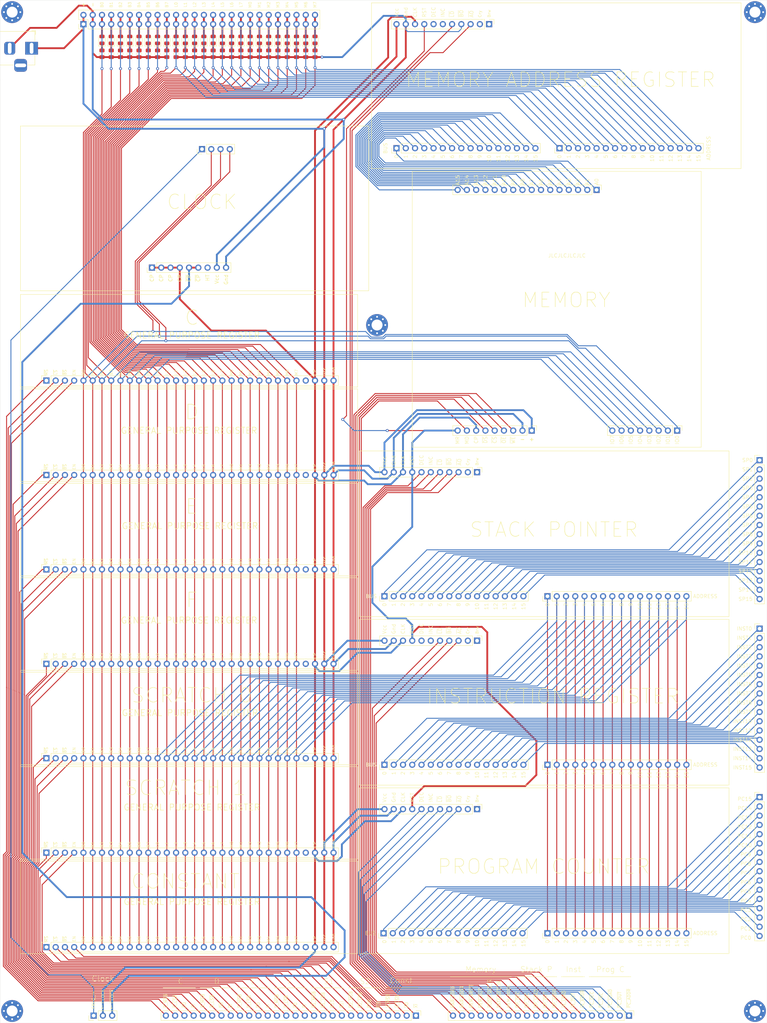
<source format=kicad_pcb>
(kicad_pcb (version 20171130) (host pcbnew "(5.1.10-1-10_14)")
  (layers (0 F.Cu signal hide) (31 B.Cu signal hide) (34 B.Paste user) (35 F.Paste user) (36 B.SilkS user) (37 F.SilkS user) (38 B.Mask user) (39 F.Mask user) (44 Edge.Cuts user))
  (net 0 "")
  (net 1 GND)
  (net 2 VCC)
  (net 3 CLOCK)
  (net 4 "Net-(J32-Pad29)")
  (net 5 "Net-(J33-Pad29)")
  (net 6 "Net-(J34-Pad29)")
  (net 7 "Net-(J35-Pad29)")
  (net 8 "Net-(J36-Pad29)")
  (net 9 /SP_B0)
  (net 10 /SP_B1)
  (net 11 /SP_B2)
  (net 12 /SP_B3)
  (net 13 /SP_B4)
  (net 14 /SP_B5)
  (net 15 /SP_B6)
  (net 16 /SP_B7)
  (net 17 /SP_B8)
  (net 18 /SP_B9)
  (net 19 /SP_B10)
  (net 20 /SP_B11)
  (net 21 /SP_B12)
  (net 22 /SP_B13)
  (net 23 /SP_B14)
  (net 24 /SP_B15)
  (net 25 /IN_B15)
  (net 26 /IN_B14)
  (net 27 /IN_B13)
  (net 28 /IN_B12)
  (net 29 /IN_B11)
  (net 30 /IN_B10)
  (net 31 /IN_B9)
  (net 32 /IN_B8)
  (net 33 /IN_B7)
  (net 34 /IN_B6)
  (net 35 /IN_B5)
  (net 36 /IN_B4)
  (net 37 /IN_B3)
  (net 38 /IN_B2)
  (net 39 /IN_B1)
  (net 40 /IN_B0)
  (net 41 /PC_B15)
  (net 42 /PC_B14)
  (net 43 /PC_B13)
  (net 44 /PC_B12)
  (net 45 /PC_B11)
  (net 46 /PC_B10)
  (net 47 /PC_B9)
  (net 48 /PC_B8)
  (net 49 /PC_B7)
  (net 50 /PC_B6)
  (net 51 /PC_B5)
  (net 52 /PC_B4)
  (net 53 /PC_B3)
  (net 54 /PC_B2)
  (net 55 /PC_B1)
  (net 56 /PC_B0)
  (net 57 /MAR_B15)
  (net 58 /MAR_B14)
  (net 59 /MAR_B13)
  (net 60 /MAR_B12)
  (net 61 /MAR_B11)
  (net 62 /MAR_B10)
  (net 63 /MAR_B9)
  (net 64 /MAR_B8)
  (net 65 /MAR_B7)
  (net 66 /MAR_B6)
  (net 67 /MAR_B5)
  (net 68 /MAR_B4)
  (net 69 /MAR_B3)
  (net 70 /MAR_B2)
  (net 71 /MAR_B1)
  (net 72 /MAR_B0)
  (net 73 "Net-(J25-Pad29)")
  (net 74 "Net-(J26-Pad29)")
  (net 75 M7)
  (net 76 M6)
  (net 77 M5)
  (net 78 M4)
  (net 79 M3)
  (net 80 M2)
  (net 81 M1)
  (net 82 M0)
  (net 83 L7)
  (net 84 L6)
  (net 85 L5)
  (net 86 L4)
  (net 87 L3)
  (net 88 L2)
  (net 89 L1)
  (net 90 L0)
  (net 91 BUS7)
  (net 92 BUS6)
  (net 93 BUS5)
  (net 94 BUS4)
  (net 95 BUS3)
  (net 96 BUS2)
  (net 97 BUS1)
  (net 98 BUS0)
  (net 99 RESET)
  (net 100 SP_DEC)
  (net 101 SP_INC)
  (net 102 ~SP_BO)
  (net 103 ~IN_LD)
  (net 104 ~IN_BO)
  (net 105 ~MAR_LD)
  (net 106 PC_DEC)
  (net 107 PC_INC)
  (net 108 ~PC_LD)
  (net 109 ~PC_BO)
  (net 110 ~LD_STACK_P)
  (net 111 I_SCR_1)
  (net 112 O_SCR_1)
  (net 113 LSB_SCR_1)
  (net 114 MSB_SCR_1)
  (net 115 I_CONST)
  (net 116 O_CONST)
  (net 117 LSB_CONST)
  (net 118 MSB_CONST)
  (net 119 MSB_C)
  (net 120 LSB_C)
  (net 121 O_C)
  (net 122 I_C)
  (net 123 MSB_D)
  (net 124 LSB_D)
  (net 125 O_D)
  (net 126 I_D)
  (net 127 MSB_E)
  (net 128 LSB_E)
  (net 129 O_E)
  (net 130 I_E)
  (net 131 MSB_F)
  (net 132 LSB_F)
  (net 133 O_F)
  (net 134 I_F)
  (net 135 MSB_SCR_0)
  (net 136 LSB_SCR_0)
  (net 137 O_SCR_0)
  (net 138 I_SCR_0)
  (net 139 ~SP_ADDR)
  (net 140 ~PC_ADDR)
  (net 141 "Net-(J18-Pad2)")
  (net 142 "Net-(J18-Pad1)")
  (net 143 "Net-(J19-Pad7)")
  (net 144 "Net-(J19-Pad6)")
  (net 145 "Net-(J19-Pad2)")
  (net 146 "Net-(J19-Pad1)")
  (net 147 "Net-(J20-Pad7)")
  (net 148 "Net-(J20-Pad6)")
  (net 149 "Net-(J20-Pad2)")
  (net 150 "Net-(J20-Pad1)")
  (net 151 "Net-(J21-Pad2)")
  (net 152 "Net-(J21-Pad1)")
  (net 153 ~IN_ADDR)
  (net 154 ~MAR_ADDR)
  (net 155 MODE)
  (net 156 ~DS)
  (net 157 ~CS)
  (net 158 ~OE)
  (net 159 ~WE)
  (net 160 FREQ_IN)
  (net 161 HALT)
  (net 162 ~CLOCK)
  (net 163 "Net-(D1-Pad1)")
  (net 164 "Net-(D2-Pad1)")
  (net 165 "Net-(D3-Pad1)")
  (net 166 "Net-(D4-Pad1)")
  (net 167 "Net-(D5-Pad1)")
  (net 168 "Net-(D6-Pad1)")
  (net 169 "Net-(D7-Pad1)")
  (net 170 "Net-(D8-Pad1)")
  (net 171 "Net-(D9-Pad1)")
  (net 172 "Net-(D10-Pad1)")
  (net 173 "Net-(D11-Pad1)")
  (net 174 "Net-(D12-Pad1)")
  (net 175 "Net-(D13-Pad1)")
  (net 176 "Net-(D14-Pad1)")
  (net 177 "Net-(D15-Pad1)")
  (net 178 "Net-(D16-Pad1)")
  (net 179 "Net-(D17-Pad1)")
  (net 180 "Net-(D18-Pad1)")
  (net 181 "Net-(D19-Pad1)")
  (net 182 "Net-(D20-Pad1)")
  (net 183 "Net-(D21-Pad1)")
  (net 184 "Net-(D22-Pad1)")
  (net 185 "Net-(D23-Pad1)")
  (net 186 "Net-(D24-Pad1)")
  (module Connector_PinHeader_2.54mm:PinHeader_1x03_P2.54mm_Vertical (layer F.Cu) (at 134.874 270.764 90)
    (fp_text reference J24 hide)
    (fp_text value Conn_01x03)
    (pad 3 thru_hole oval (at 0 5.08 90) (size 1.7 1.7) (drill 1) (layers *.Cu *.Mask) (net 162 ~CLOCK))
    (pad 2 thru_hole oval (at 0 2.54 90) (size 1.7 1.7) (drill 1) (layers *.Cu *.Mask) (net 3 CLOCK))
    (pad 1 thru_hole rect (at 0 0 90) (size 1.7 1.7) (drill 1) (layers *.Cu *.Mask) (net 160 FREQ_IN))
  )
  (module Connector_PinHeader_2.54mm:PinHeader_1x20_P2.54mm_Vertical (layer F.Cu) (at 281.686 270.764 270)
    (fp_text reference J2 hide)
    (fp_text value Conn_01x20)
    (pad 20 thru_hole oval (at 0 48.26 270) (size 1.7 1.7) (drill 1) (layers *.Cu *.Mask) (net 105 ~MAR_LD))
    (pad 19 thru_hole oval (at 0 45.72 270) (size 1.7 1.7) (drill 1) (layers *.Cu *.Mask) (net 154 ~MAR_ADDR))
    (pad 18 thru_hole oval (at 0 43.18 270) (size 1.7 1.7) (drill 1) (layers *.Cu *.Mask) (net 159 ~WE))
    (pad 17 thru_hole oval (at 0 40.64 270) (size 1.7 1.7) (drill 1) (layers *.Cu *.Mask) (net 158 ~OE))
    (pad 16 thru_hole oval (at 0 38.1 270) (size 1.7 1.7) (drill 1) (layers *.Cu *.Mask) (net 157 ~CS))
    (pad 15 thru_hole oval (at 0 35.56 270) (size 1.7 1.7) (drill 1) (layers *.Cu *.Mask) (net 156 ~DS))
    (pad 14 thru_hole oval (at 0 33.02 270) (size 1.7 1.7) (drill 1) (layers *.Cu *.Mask) (net 155 MODE))
    (pad 13 thru_hole oval (at 0 30.48 270) (size 1.7 1.7) (drill 1) (layers *.Cu *.Mask) (net 100 SP_DEC))
    (pad 12 thru_hole oval (at 0 27.94 270) (size 1.7 1.7) (drill 1) (layers *.Cu *.Mask) (net 101 SP_INC))
    (pad 11 thru_hole oval (at 0 25.4 270) (size 1.7 1.7) (drill 1) (layers *.Cu *.Mask) (net 110 ~LD_STACK_P))
    (pad 10 thru_hole oval (at 0 22.86 270) (size 1.7 1.7) (drill 1) (layers *.Cu *.Mask) (net 102 ~SP_BO))
    (pad 9 thru_hole oval (at 0 20.32 270) (size 1.7 1.7) (drill 1) (layers *.Cu *.Mask) (net 139 ~SP_ADDR))
    (pad 8 thru_hole oval (at 0 17.78 270) (size 1.7 1.7) (drill 1) (layers *.Cu *.Mask) (net 103 ~IN_LD))
    (pad 7 thru_hole oval (at 0 15.24 270) (size 1.7 1.7) (drill 1) (layers *.Cu *.Mask) (net 104 ~IN_BO))
    (pad 6 thru_hole oval (at 0 12.7 270) (size 1.7 1.7) (drill 1) (layers *.Cu *.Mask) (net 153 ~IN_ADDR))
    (pad 5 thru_hole oval (at 0 10.16 270) (size 1.7 1.7) (drill 1) (layers *.Cu *.Mask) (net 106 PC_DEC))
    (pad 4 thru_hole oval (at 0 7.62 270) (size 1.7 1.7) (drill 1) (layers *.Cu *.Mask) (net 107 PC_INC))
    (pad 3 thru_hole oval (at 0 5.08 270) (size 1.7 1.7) (drill 1) (layers *.Cu *.Mask) (net 108 ~PC_LD))
    (pad 2 thru_hole oval (at 0 2.54 270) (size 1.7 1.7) (drill 1) (layers *.Cu *.Mask) (net 109 ~PC_BO))
    (pad 1 thru_hole rect (at 0 0 270) (size 1.7 1.7) (drill 1) (layers *.Cu *.Mask) (net 140 ~PC_ADDR))
  )
  (module Resistor_SMD:R_0805_2012Metric (layer F.Cu) (at 195.58 6.858 270)
    (fp_text reference R24 hide)
    (fp_text value R_US)
    (pad 2 smd roundrect (at 0.9125 0 270) (size 1.025 1.4) (layers F.Cu F.Paste F.Mask) (roundrect_rratio 0.2439014634146341) (net 1 GND))
    (pad 1 smd roundrect (at -0.9125 0 270) (size 1.025 1.4) (layers F.Cu F.Paste F.Mask) (roundrect_rratio 0.2439014634146341) (net 186 "Net-(D24-Pad1)"))
  )
  (module Resistor_SMD:R_0805_2012Metric (layer F.Cu) (at 193.04 6.858 270)
    (fp_text reference R23 hide)
    (fp_text value R_US)
    (pad 2 smd roundrect (at 0.9125 0 270) (size 1.025 1.4) (layers F.Cu F.Paste F.Mask) (roundrect_rratio 0.2439014634146341) (net 1 GND))
    (pad 1 smd roundrect (at -0.9125 0 270) (size 1.025 1.4) (layers F.Cu F.Paste F.Mask) (roundrect_rratio 0.2439014634146341) (net 185 "Net-(D23-Pad1)"))
  )
  (module Resistor_SMD:R_0805_2012Metric (layer F.Cu) (at 190.5 6.858 270)
    (fp_text reference R22 hide)
    (fp_text value R_US)
    (pad 2 smd roundrect (at 0.9125 0 270) (size 1.025 1.4) (layers F.Cu F.Paste F.Mask) (roundrect_rratio 0.2439014634146341) (net 1 GND))
    (pad 1 smd roundrect (at -0.9125 0 270) (size 1.025 1.4) (layers F.Cu F.Paste F.Mask) (roundrect_rratio 0.2439014634146341) (net 184 "Net-(D22-Pad1)"))
  )
  (module Resistor_SMD:R_0805_2012Metric (layer F.Cu) (at 187.96 6.858 270)
    (fp_text reference R21 hide)
    (fp_text value R_US)
    (pad 2 smd roundrect (at 0.9125 0 270) (size 1.025 1.4) (layers F.Cu F.Paste F.Mask) (roundrect_rratio 0.2439014634146341) (net 1 GND))
    (pad 1 smd roundrect (at -0.9125 0 270) (size 1.025 1.4) (layers F.Cu F.Paste F.Mask) (roundrect_rratio 0.2439014634146341) (net 183 "Net-(D21-Pad1)"))
  )
  (module Resistor_SMD:R_0805_2012Metric (layer F.Cu) (at 185.42 6.858 270)
    (fp_text reference R20 hide)
    (fp_text value R_US)
    (pad 2 smd roundrect (at 0.9125 0 270) (size 1.025 1.4) (layers F.Cu F.Paste F.Mask) (roundrect_rratio 0.2439014634146341) (net 1 GND))
    (pad 1 smd roundrect (at -0.9125 0 270) (size 1.025 1.4) (layers F.Cu F.Paste F.Mask) (roundrect_rratio 0.2439014634146341) (net 182 "Net-(D20-Pad1)"))
  )
  (module Resistor_SMD:R_0805_2012Metric (layer F.Cu) (at 182.88 6.858 270)
    (fp_text reference R19 hide)
    (fp_text value R_US)
    (pad 2 smd roundrect (at 0.9125 0 270) (size 1.025 1.4) (layers F.Cu F.Paste F.Mask) (roundrect_rratio 0.2439014634146341) (net 1 GND))
    (pad 1 smd roundrect (at -0.9125 0 270) (size 1.025 1.4) (layers F.Cu F.Paste F.Mask) (roundrect_rratio 0.2439014634146341) (net 181 "Net-(D19-Pad1)"))
  )
  (module Resistor_SMD:R_0805_2012Metric (layer F.Cu) (at 180.34 6.858 270)
    (fp_text reference R18 hide)
    (fp_text value R_US)
    (pad 2 smd roundrect (at 0.9125 0 270) (size 1.025 1.4) (layers F.Cu F.Paste F.Mask) (roundrect_rratio 0.2439014634146341) (net 1 GND))
    (pad 1 smd roundrect (at -0.9125 0 270) (size 1.025 1.4) (layers F.Cu F.Paste F.Mask) (roundrect_rratio 0.2439014634146341) (net 180 "Net-(D18-Pad1)"))
  )
  (module Resistor_SMD:R_0805_2012Metric (layer F.Cu) (at 177.8 6.858 270)
    (fp_text reference R17 hide)
    (fp_text value R_US)
    (pad 2 smd roundrect (at 0.9125 0 270) (size 1.025 1.4) (layers F.Cu F.Paste F.Mask) (roundrect_rratio 0.2439014634146341) (net 1 GND))
    (pad 1 smd roundrect (at -0.9125 0 270) (size 1.025 1.4) (layers F.Cu F.Paste F.Mask) (roundrect_rratio 0.2439014634146341) (net 179 "Net-(D17-Pad1)"))
  )
  (module Resistor_SMD:R_0805_2012Metric (layer F.Cu) (at 175.26 6.858 270)
    (fp_text reference R16 hide)
    (fp_text value R_US)
    (pad 2 smd roundrect (at 0.9125 0 270) (size 1.025 1.4) (layers F.Cu F.Paste F.Mask) (roundrect_rratio 0.2439014634146341) (net 1 GND))
    (pad 1 smd roundrect (at -0.9125 0 270) (size 1.025 1.4) (layers F.Cu F.Paste F.Mask) (roundrect_rratio 0.2439014634146341) (net 178 "Net-(D16-Pad1)"))
  )
  (module Resistor_SMD:R_0805_2012Metric (layer F.Cu) (at 172.72 6.858 270)
    (fp_text reference R15 hide)
    (fp_text value R_US)
    (pad 2 smd roundrect (at 0.9125 0 270) (size 1.025 1.4) (layers F.Cu F.Paste F.Mask) (roundrect_rratio 0.2439014634146341) (net 1 GND))
    (pad 1 smd roundrect (at -0.9125 0 270) (size 1.025 1.4) (layers F.Cu F.Paste F.Mask) (roundrect_rratio 0.2439014634146341) (net 177 "Net-(D15-Pad1)"))
  )
  (module Resistor_SMD:R_0805_2012Metric (layer F.Cu) (at 170.18 6.858 270)
    (fp_text reference R14 hide)
    (fp_text value R_US)
    (pad 2 smd roundrect (at 0.9125 0 270) (size 1.025 1.4) (layers F.Cu F.Paste F.Mask) (roundrect_rratio 0.2439014634146341) (net 1 GND))
    (pad 1 smd roundrect (at -0.9125 0 270) (size 1.025 1.4) (layers F.Cu F.Paste F.Mask) (roundrect_rratio 0.2439014634146341) (net 176 "Net-(D14-Pad1)"))
  )
  (module Resistor_SMD:R_0805_2012Metric (layer F.Cu) (at 167.64 6.858 270)
    (fp_text reference R13 hide)
    (fp_text value R_US)
    (pad 2 smd roundrect (at 0.9125 0 270) (size 1.025 1.4) (layers F.Cu F.Paste F.Mask) (roundrect_rratio 0.2439014634146341) (net 1 GND))
    (pad 1 smd roundrect (at -0.9125 0 270) (size 1.025 1.4) (layers F.Cu F.Paste F.Mask) (roundrect_rratio 0.2439014634146341) (net 175 "Net-(D13-Pad1)"))
  )
  (module Resistor_SMD:R_0805_2012Metric (layer F.Cu) (at 165.1 6.858 270)
    (fp_text reference R12 hide)
    (fp_text value R_US)
    (pad 2 smd roundrect (at 0.9125 0 270) (size 1.025 1.4) (layers F.Cu F.Paste F.Mask) (roundrect_rratio 0.2439014634146341) (net 1 GND))
    (pad 1 smd roundrect (at -0.9125 0 270) (size 1.025 1.4) (layers F.Cu F.Paste F.Mask) (roundrect_rratio 0.2439014634146341) (net 174 "Net-(D12-Pad1)"))
  )
  (module Resistor_SMD:R_0805_2012Metric (layer F.Cu) (at 162.56 6.858 270)
    (fp_text reference R11 hide)
    (fp_text value R_US)
    (pad 2 smd roundrect (at 0.9125 0 270) (size 1.025 1.4) (layers F.Cu F.Paste F.Mask) (roundrect_rratio 0.2439014634146341) (net 1 GND))
    (pad 1 smd roundrect (at -0.9125 0 270) (size 1.025 1.4) (layers F.Cu F.Paste F.Mask) (roundrect_rratio 0.2439014634146341) (net 173 "Net-(D11-Pad1)"))
  )
  (module Resistor_SMD:R_0805_2012Metric (layer F.Cu) (at 160.02 6.858 270)
    (fp_text reference R10 hide)
    (fp_text value R_US)
    (pad 2 smd roundrect (at 0.9125 0 270) (size 1.025 1.4) (layers F.Cu F.Paste F.Mask) (roundrect_rratio 0.2439014634146341) (net 1 GND))
    (pad 1 smd roundrect (at -0.9125 0 270) (size 1.025 1.4) (layers F.Cu F.Paste F.Mask) (roundrect_rratio 0.2439014634146341) (net 172 "Net-(D10-Pad1)"))
  )
  (module Resistor_SMD:R_0805_2012Metric (layer F.Cu) (at 157.48 6.858 270)
    (fp_text reference R9 hide)
    (fp_text value R_US)
    (pad 2 smd roundrect (at 0.9125 0 270) (size 1.025 1.4) (layers F.Cu F.Paste F.Mask) (roundrect_rratio 0.2439014634146341) (net 1 GND))
    (pad 1 smd roundrect (at -0.9125 0 270) (size 1.025 1.4) (layers F.Cu F.Paste F.Mask) (roundrect_rratio 0.2439014634146341) (net 171 "Net-(D9-Pad1)"))
  )
  (module LED_SMD:LED_0805_2012Metric (layer F.Cu) (at 195.58 3.048 90)
    (fp_text reference D24 hide)
    (fp_text value LED)
    (pad 2 smd roundrect (at 0.9375 0 90) (size 0.975 1.4) (layers F.Cu F.Paste F.Mask) (net 75 M7))
    (pad 1 smd roundrect (at -0.9375 0 90) (size 0.975 1.4) (layers F.Cu F.Paste F.Mask) (net 186 "Net-(D24-Pad1)"))
  )
  (module LED_SMD:LED_0805_2012Metric (layer F.Cu) (at 193.04 3.048 90)
    (fp_text reference D23 hide)
    (fp_text value LED)
    (pad 2 smd roundrect (at 0.9375 0 90) (size 0.975 1.4) (layers F.Cu F.Paste F.Mask) (net 76 M6))
    (pad 1 smd roundrect (at -0.9375 0 90) (size 0.975 1.4) (layers F.Cu F.Paste F.Mask) (net 185 "Net-(D23-Pad1)"))
  )
  (module LED_SMD:LED_0805_2012Metric (layer F.Cu) (at 190.5 3.048 90)
    (fp_text reference D22 hide)
    (fp_text value LED)
    (pad 2 smd roundrect (at 0.9375 0 90) (size 0.975 1.4) (layers F.Cu F.Paste F.Mask) (net 77 M5))
    (pad 1 smd roundrect (at -0.9375 0 90) (size 0.975 1.4) (layers F.Cu F.Paste F.Mask) (net 184 "Net-(D22-Pad1)"))
  )
  (module LED_SMD:LED_0805_2012Metric (layer F.Cu) (at 187.96 3.048 90)
    (fp_text reference D21 hide)
    (fp_text value LED)
    (pad 2 smd roundrect (at 0.9375 0 90) (size 0.975 1.4) (layers F.Cu F.Paste F.Mask) (net 78 M4))
    (pad 1 smd roundrect (at -0.9375 0 90) (size 0.975 1.4) (layers F.Cu F.Paste F.Mask) (net 183 "Net-(D21-Pad1)"))
  )
  (module LED_SMD:LED_0805_2012Metric (layer F.Cu) (at 185.42 3.048 90)
    (fp_text reference D20 hide)
    (fp_text value LED)
    (pad 2 smd roundrect (at 0.9375 0 90) (size 0.975 1.4) (layers F.Cu F.Paste F.Mask) (net 79 M3))
    (pad 1 smd roundrect (at -0.9375 0 90) (size 0.975 1.4) (layers F.Cu F.Paste F.Mask) (net 182 "Net-(D20-Pad1)"))
  )
  (module LED_SMD:LED_0805_2012Metric (layer F.Cu) (at 182.88 3.048 90)
    (fp_text reference D19 hide)
    (fp_text value LED)
    (pad 2 smd roundrect (at 0.9375 0 90) (size 0.975 1.4) (layers F.Cu F.Paste F.Mask) (net 80 M2))
    (pad 1 smd roundrect (at -0.9375 0 90) (size 0.975 1.4) (layers F.Cu F.Paste F.Mask) (net 181 "Net-(D19-Pad1)"))
  )
  (module LED_SMD:LED_0805_2012Metric (layer F.Cu) (at 180.34 3.048 90)
    (fp_text reference D18 hide)
    (fp_text value LED)
    (pad 2 smd roundrect (at 0.9375 0 90) (size 0.975 1.4) (layers F.Cu F.Paste F.Mask) (net 81 M1))
    (pad 1 smd roundrect (at -0.9375 0 90) (size 0.975 1.4) (layers F.Cu F.Paste F.Mask) (net 180 "Net-(D18-Pad1)"))
  )
  (module LED_SMD:LED_0805_2012Metric (layer F.Cu) (at 177.8 3.048 90)
    (fp_text reference D17 hide)
    (fp_text value LED)
    (pad 2 smd roundrect (at 0.9375 0 90) (size 0.975 1.4) (layers F.Cu F.Paste F.Mask) (net 82 M0))
    (pad 1 smd roundrect (at -0.9375 0 90) (size 0.975 1.4) (layers F.Cu F.Paste F.Mask) (net 179 "Net-(D17-Pad1)"))
  )
  (module LED_SMD:LED_0805_2012Metric (layer F.Cu) (at 175.26 3.048 90)
    (fp_text reference D16 hide)
    (fp_text value LED)
    (pad 2 smd roundrect (at 0.9375 0 90) (size 0.975 1.4) (layers F.Cu F.Paste F.Mask) (net 83 L7))
    (pad 1 smd roundrect (at -0.9375 0 90) (size 0.975 1.4) (layers F.Cu F.Paste F.Mask) (net 178 "Net-(D16-Pad1)"))
  )
  (module LED_SMD:LED_0805_2012Metric (layer F.Cu) (at 172.72 3.048 90)
    (fp_text reference D15 hide)
    (fp_text value LED)
    (pad 2 smd roundrect (at 0.9375 0 90) (size 0.975 1.4) (layers F.Cu F.Paste F.Mask) (net 84 L6))
    (pad 1 smd roundrect (at -0.9375 0 90) (size 0.975 1.4) (layers F.Cu F.Paste F.Mask) (net 177 "Net-(D15-Pad1)"))
  )
  (module LED_SMD:LED_0805_2012Metric (layer F.Cu) (at 170.18 3.048 90)
    (fp_text reference D14 hide)
    (fp_text value LED)
    (pad 2 smd roundrect (at 0.9375 0 90) (size 0.975 1.4) (layers F.Cu F.Paste F.Mask) (net 85 L5))
    (pad 1 smd roundrect (at -0.9375 0 90) (size 0.975 1.4) (layers F.Cu F.Paste F.Mask) (net 176 "Net-(D14-Pad1)"))
  )
  (module LED_SMD:LED_0805_2012Metric (layer F.Cu) (at 167.64 3.048 90)
    (fp_text reference D13 hide)
    (fp_text value LED)
    (pad 2 smd roundrect (at 0.9375 0 90) (size 0.975 1.4) (layers F.Cu F.Paste F.Mask) (net 86 L4))
    (pad 1 smd roundrect (at -0.9375 0 90) (size 0.975 1.4) (layers F.Cu F.Paste F.Mask) (net 175 "Net-(D13-Pad1)"))
  )
  (module LED_SMD:LED_0805_2012Metric (layer F.Cu) (at 165.1 3.048 90)
    (fp_text reference D12 hide)
    (fp_text value LED)
    (pad 2 smd roundrect (at 0.9375 0 90) (size 0.975 1.4) (layers F.Cu F.Paste F.Mask) (net 87 L3))
    (pad 1 smd roundrect (at -0.9375 0 90) (size 0.975 1.4) (layers F.Cu F.Paste F.Mask) (net 174 "Net-(D12-Pad1)"))
  )
  (module LED_SMD:LED_0805_2012Metric (layer F.Cu) (at 162.56 3.048 90)
    (fp_text reference D11 hide)
    (fp_text value LED)
    (pad 2 smd roundrect (at 0.9375 0 90) (size 0.975 1.4) (layers F.Cu F.Paste F.Mask) (net 88 L2))
    (pad 1 smd roundrect (at -0.9375 0 90) (size 0.975 1.4) (layers F.Cu F.Paste F.Mask) (net 173 "Net-(D11-Pad1)"))
  )
  (module LED_SMD:LED_0805_2012Metric (layer F.Cu) (at 160.02 3.048 90)
    (fp_text reference D10 hide)
    (fp_text value LED)
    (pad 2 smd roundrect (at 0.9375 0 90) (size 0.975 1.4) (layers F.Cu F.Paste F.Mask) (net 89 L1))
    (pad 1 smd roundrect (at -0.9375 0 90) (size 0.975 1.4) (layers F.Cu F.Paste F.Mask) (net 172 "Net-(D10-Pad1)"))
  )
  (module LED_SMD:LED_0805_2012Metric (layer F.Cu) (at 157.48 3.048 90)
    (fp_text reference D9 hide)
    (fp_text value LED)
    (pad 2 smd roundrect (at 0.9375 0 90) (size 0.975 1.4) (layers F.Cu F.Paste F.Mask) (net 90 L0))
    (pad 1 smd roundrect (at -0.9375 0 90) (size 0.975 1.4) (layers F.Cu F.Paste F.Mask) (net 171 "Net-(D9-Pad1)"))
  )
  (module Resistor_SMD:R_0805_2012Metric (layer F.Cu) (at 154.94 6.858 270)
    (fp_text reference R8 hide)
    (fp_text value R_US)
    (pad 2 smd roundrect (at 0.9125 0 270) (size 1.025 1.4) (layers F.Cu F.Paste F.Mask) (roundrect_rratio 0.2439014634146341) (net 1 GND))
    (pad 1 smd roundrect (at -0.9125 0 270) (size 1.025 1.4) (layers F.Cu F.Paste F.Mask) (roundrect_rratio 0.2439014634146341) (net 170 "Net-(D8-Pad1)"))
  )
  (module Resistor_SMD:R_0805_2012Metric (layer F.Cu) (at 152.4 6.858 270)
    (fp_text reference R7 hide)
    (fp_text value R_US)
    (pad 2 smd roundrect (at 0.9125 0 270) (size 1.025 1.4) (layers F.Cu F.Paste F.Mask) (roundrect_rratio 0.2439014634146341) (net 1 GND))
    (pad 1 smd roundrect (at -0.9125 0 270) (size 1.025 1.4) (layers F.Cu F.Paste F.Mask) (roundrect_rratio 0.2439014634146341) (net 169 "Net-(D7-Pad1)"))
  )
  (module Resistor_SMD:R_0805_2012Metric (layer F.Cu) (at 149.86 6.858 270)
    (fp_text reference R6 hide)
    (fp_text value R_US)
    (pad 2 smd roundrect (at 0.9125 0 270) (size 1.025 1.4) (layers F.Cu F.Paste F.Mask) (roundrect_rratio 0.2439014634146341) (net 1 GND))
    (pad 1 smd roundrect (at -0.9125 0 270) (size 1.025 1.4) (layers F.Cu F.Paste F.Mask) (roundrect_rratio 0.2439014634146341) (net 168 "Net-(D6-Pad1)"))
  )
  (module Resistor_SMD:R_0805_2012Metric (layer F.Cu) (at 147.32 6.858 270)
    (fp_text reference R5 hide)
    (fp_text value R_US)
    (pad 2 smd roundrect (at 0.9125 0 270) (size 1.025 1.4) (layers F.Cu F.Paste F.Mask) (roundrect_rratio 0.2439014634146341) (net 1 GND))
    (pad 1 smd roundrect (at -0.9125 0 270) (size 1.025 1.4) (layers F.Cu F.Paste F.Mask) (roundrect_rratio 0.2439014634146341) (net 167 "Net-(D5-Pad1)"))
  )
  (module Resistor_SMD:R_0805_2012Metric (layer F.Cu) (at 144.78 6.858 270)
    (fp_text reference R4 hide)
    (fp_text value R_US)
    (pad 2 smd roundrect (at 0.9125 0 270) (size 1.025 1.4) (layers F.Cu F.Paste F.Mask) (roundrect_rratio 0.2439014634146341) (net 1 GND))
    (pad 1 smd roundrect (at -0.9125 0 270) (size 1.025 1.4) (layers F.Cu F.Paste F.Mask) (roundrect_rratio 0.2439014634146341) (net 166 "Net-(D4-Pad1)"))
  )
  (module Resistor_SMD:R_0805_2012Metric (layer F.Cu) (at 142.24 6.858 270)
    (fp_text reference R3 hide)
    (fp_text value R_US)
    (pad 2 smd roundrect (at 0.9125 0 270) (size 1.025 1.4) (layers F.Cu F.Paste F.Mask) (roundrect_rratio 0.2439014634146341) (net 1 GND))
    (pad 1 smd roundrect (at -0.9125 0 270) (size 1.025 1.4) (layers F.Cu F.Paste F.Mask) (roundrect_rratio 0.2439014634146341) (net 165 "Net-(D3-Pad1)"))
  )
  (module Resistor_SMD:R_0805_2012Metric (layer F.Cu) (at 139.7 6.858 270)
    (fp_text reference R2 hide)
    (fp_text value R_US)
    (pad 2 smd roundrect (at 0.9125 0 270) (size 1.025 1.4) (layers F.Cu F.Paste F.Mask) (roundrect_rratio 0.2439014634146341) (net 1 GND))
    (pad 1 smd roundrect (at -0.9125 0 270) (size 1.025 1.4) (layers F.Cu F.Paste F.Mask) (roundrect_rratio 0.2439014634146341) (net 164 "Net-(D2-Pad1)"))
  )
  (module Resistor_SMD:R_0805_2012Metric (layer F.Cu) (at 137.16 6.858 270)
    (fp_text reference R1 hide)
    (fp_text value R_US)
    (pad 2 smd roundrect (at 0.9125 0 270) (size 1.025 1.4) (layers F.Cu F.Paste F.Mask) (roundrect_rratio 0.2439014634146341) (net 1 GND))
    (pad 1 smd roundrect (at -0.9125 0 270) (size 1.025 1.4) (layers F.Cu F.Paste F.Mask) (roundrect_rratio 0.2439014634146341) (net 163 "Net-(D1-Pad1)"))
  )
  (module LED_SMD:LED_0805_2012Metric (layer F.Cu) (at 154.94 3.048 90)
    (fp_text reference D8 hide)
    (fp_text value LED)
    (pad 2 smd roundrect (at 0.9375 0 90) (size 0.975 1.4) (layers F.Cu F.Paste F.Mask) (net 91 BUS7))
    (pad 1 smd roundrect (at -0.9375 0 90) (size 0.975 1.4) (layers F.Cu F.Paste F.Mask) (net 170 "Net-(D8-Pad1)"))
  )
  (module LED_SMD:LED_0805_2012Metric (layer F.Cu) (at 152.4 3.048 90)
    (fp_text reference D7 hide)
    (fp_text value LED)
    (pad 2 smd roundrect (at 0.9375 0 90) (size 0.975 1.4) (layers F.Cu F.Paste F.Mask) (net 92 BUS6))
    (pad 1 smd roundrect (at -0.9375 0 90) (size 0.975 1.4) (layers F.Cu F.Paste F.Mask) (net 169 "Net-(D7-Pad1)"))
  )
  (module LED_SMD:LED_0805_2012Metric (layer F.Cu) (at 149.86 3.048 90)
    (fp_text reference D6 hide)
    (fp_text value LED)
    (pad 2 smd roundrect (at 0.9375 0 90) (size 0.975 1.4) (layers F.Cu F.Paste F.Mask) (net 93 BUS5))
    (pad 1 smd roundrect (at -0.9375 0 90) (size 0.975 1.4) (layers F.Cu F.Paste F.Mask) (net 168 "Net-(D6-Pad1)"))
  )
  (module LED_SMD:LED_0805_2012Metric (layer F.Cu) (at 147.32 3.048 90)
    (fp_text reference D5 hide)
    (fp_text value LED)
    (pad 2 smd roundrect (at 0.9375 0 90) (size 0.975 1.4) (layers F.Cu F.Paste F.Mask) (net 94 BUS4))
    (pad 1 smd roundrect (at -0.9375 0 90) (size 0.975 1.4) (layers F.Cu F.Paste F.Mask) (net 167 "Net-(D5-Pad1)"))
  )
  (module LED_SMD:LED_0805_2012Metric (layer F.Cu) (at 144.78 3.048 90)
    (fp_text reference D4 hide)
    (fp_text value LED)
    (pad 2 smd roundrect (at 0.9375 0 90) (size 0.975 1.4) (layers F.Cu F.Paste F.Mask) (net 95 BUS3))
    (pad 1 smd roundrect (at -0.9375 0 90) (size 0.975 1.4) (layers F.Cu F.Paste F.Mask) (net 166 "Net-(D4-Pad1)"))
  )
  (module LED_SMD:LED_0805_2012Metric (layer F.Cu) (at 142.24 3.048 90)
    (fp_text reference D3 hide)
    (fp_text value LED)
    (pad 2 smd roundrect (at 0.9375 0 90) (size 0.975 1.4) (layers F.Cu F.Paste F.Mask) (net 96 BUS2))
    (pad 1 smd roundrect (at -0.9375 0 90) (size 0.975 1.4) (layers F.Cu F.Paste F.Mask) (net 165 "Net-(D3-Pad1)"))
  )
  (module LED_SMD:LED_0805_2012Metric (layer F.Cu) (at 139.7 3.048 90)
    (fp_text reference D2 hide)
    (fp_text value LED)
    (pad 2 smd roundrect (at 0.9375 0 90) (size 0.975 1.4) (layers F.Cu F.Paste F.Mask) (net 97 BUS1))
    (pad 1 smd roundrect (at -0.9375 0 90) (size 0.975 1.4) (layers F.Cu F.Paste F.Mask) (net 164 "Net-(D2-Pad1)"))
  )
  (module LED_SMD:LED_0805_2012Metric (layer F.Cu) (at 137.16 3.048 90)
    (fp_text reference D1 hide)
    (fp_text value LED)
    (pad 2 smd roundrect (at 0.9375 0 90) (size 0.975 1.4) (layers F.Cu F.Paste F.Mask) (net 98 BUS0))
    (pad 1 smd roundrect (at -0.9375 0 90) (size 0.975 1.4) (layers F.Cu F.Paste F.Mask) (net 163 "Net-(D1-Pad1)"))
  )
  (module Connector_PinHeader_2.54mm:PinHeader_1x04_P2.54mm_Vertical (layer F.Cu) (at 164.592 33.02 90)
    (fp_text reference J22 hide)
    (fp_text value Conn_01x04)
    (pad 4 thru_hole oval (at 0 7.62 90) (size 1.7 1.7) (drill 1) (layers *.Cu *.Mask) (net 96 BUS2))
    (pad 3 thru_hole oval (at 0 5.08 90) (size 1.7 1.7) (drill 1) (layers *.Cu *.Mask) (net 97 BUS1))
    (pad 2 thru_hole oval (at 0 2.54 90) (size 1.7 1.7) (drill 1) (layers *.Cu *.Mask) (net 98 BUS0))
    (pad 1 thru_hole rect (at 0 0 90) (size 1.7 1.7) (drill 1) (layers *.Cu *.Mask) (net 160 FREQ_IN))
  )
  (module Connector_PinHeader_2.54mm:PinHeader_1x09_P2.54mm_Vertical (layer F.Cu) (at 150.876 65.532 90)
    (fp_text reference J5 hide)
    (fp_text value Conn_01x09)
    (pad 9 thru_hole oval (at 0 20.32 90) (size 1.7 1.7) (drill 1) (layers *.Cu *.Mask) (net 1 GND))
    (pad 8 thru_hole oval (at 0 17.78 90) (size 1.7 1.7) (drill 1) (layers *.Cu *.Mask) (net 2 VCC))
    (pad 7 thru_hole oval (at 0 15.24 90) (size 1.7 1.7) (drill 1) (layers *.Cu *.Mask) (net 161 HALT))
    (pad 6 thru_hole oval (at 0 12.7 90) (size 1.7 1.7) (drill 1) (layers *.Cu *.Mask) (net 162 ~CLOCK))
    (pad 5 thru_hole oval (at 0 10.16 90) (size 1.7 1.7) (drill 1) (layers *.Cu *.Mask) (net 162 ~CLOCK))
    (pad 4 thru_hole oval (at 0 7.62 90) (size 1.7 1.7) (drill 1) (layers *.Cu *.Mask) (net 3 CLOCK))
    (pad 3 thru_hole oval (at 0 5.08 90) (size 1.7 1.7) (drill 1) (layers *.Cu *.Mask) (net 3 CLOCK))
    (pad 2 thru_hole oval (at 0 2.54 90) (size 1.7 1.7) (drill 1) (layers *.Cu *.Mask) (net 3 CLOCK))
    (pad 1 thru_hole rect (at 0 0 90) (size 1.7 1.7) (drill 1) (layers *.Cu *.Mask) (net 3 CLOCK))
  )
  (module MountingHole:MountingHole_3mm_Pad_Via (layer F.Cu) (at 212.598 81.28)
    (fp_text reference REF** hide)
    (fp_text value MountingHole_3mm_Pad_Via)
    (pad 1 thru_hole circle (at 0 0) (size 6 6) (drill 3) (layers *.Cu *.Mask))
    (pad 1 thru_hole circle (at 2.25 0) (size 0.8 0.8) (drill 0.5) (layers *.Cu *.Mask))
    (pad 1 thru_hole circle (at 1.59099 1.59099) (size 0.8 0.8) (drill 0.5) (layers *.Cu *.Mask))
    (pad 1 thru_hole circle (at 0 2.25) (size 0.8 0.8) (drill 0.5) (layers *.Cu *.Mask))
    (pad 1 thru_hole circle (at -1.59099 1.59099) (size 0.8 0.8) (drill 0.5) (layers *.Cu *.Mask))
    (pad 1 thru_hole circle (at -2.25 0) (size 0.8 0.8) (drill 0.5) (layers *.Cu *.Mask))
    (pad 1 thru_hole circle (at -1.59099 -1.59099) (size 0.8 0.8) (drill 0.5) (layers *.Cu *.Mask))
    (pad 1 thru_hole circle (at 0 -2.25) (size 0.8 0.8) (drill 0.5) (layers *.Cu *.Mask))
    (pad 1 thru_hole circle (at 1.59099 -1.59099) (size 0.8 0.8) (drill 0.5) (layers *.Cu *.Mask))
  )
  (module Connector_PinHeader_2.54mm:PinHeader_1x09_P2.54mm_Vertical (layer F.Cu) (at 255.016 110.236 270)
    (fp_text reference J4 hide)
    (fp_text value Conn_01x09)
    (pad 9 thru_hole oval (at 0 20.32 270) (size 1.7 1.7) (drill 1) (layers *.Cu *.Mask) (net 99 RESET))
    (pad 8 thru_hole oval (at 0 17.78 270) (size 1.7 1.7) (drill 1) (layers *.Cu *.Mask) (net 155 MODE))
    (pad 7 thru_hole oval (at 0 15.24 270) (size 1.7 1.7) (drill 1) (layers *.Cu *.Mask) (net 3 CLOCK))
    (pad 6 thru_hole oval (at 0 12.7 270) (size 1.7 1.7) (drill 1) (layers *.Cu *.Mask) (net 156 ~DS))
    (pad 5 thru_hole oval (at 0 10.16 270) (size 1.7 1.7) (drill 1) (layers *.Cu *.Mask) (net 157 ~CS))
    (pad 4 thru_hole oval (at 0 7.62 270) (size 1.7 1.7) (drill 1) (layers *.Cu *.Mask) (net 158 ~OE))
    (pad 3 thru_hole oval (at 0 5.08 270) (size 1.7 1.7) (drill 1) (layers *.Cu *.Mask) (net 159 ~WE))
    (pad 2 thru_hole oval (at 0 2.54 270) (size 1.7 1.7) (drill 1) (layers *.Cu *.Mask) (net 1 GND))
    (pad 1 thru_hole rect (at 0 0 270) (size 1.7 1.7) (drill 1) (layers *.Cu *.Mask) (net 2 VCC))
  )
  (module Connector_PinHeader_2.54mm:PinHeader_1x08_P2.54mm_Vertical (layer F.Cu) (at 294.894 110.236 270)
    (fp_text reference J3 hide)
    (fp_text value Conn_01x08)
    (pad 8 thru_hole oval (at 0 17.78 270) (size 1.7 1.7) (drill 1) (layers *.Cu *.Mask) (net 91 BUS7))
    (pad 7 thru_hole oval (at 0 15.24 270) (size 1.7 1.7) (drill 1) (layers *.Cu *.Mask) (net 92 BUS6))
    (pad 6 thru_hole oval (at 0 12.7 270) (size 1.7 1.7) (drill 1) (layers *.Cu *.Mask) (net 93 BUS5))
    (pad 5 thru_hole oval (at 0 10.16 270) (size 1.7 1.7) (drill 1) (layers *.Cu *.Mask) (net 94 BUS4))
    (pad 4 thru_hole oval (at 0 7.62 270) (size 1.7 1.7) (drill 1) (layers *.Cu *.Mask) (net 95 BUS3))
    (pad 3 thru_hole oval (at 0 5.08 270) (size 1.7 1.7) (drill 1) (layers *.Cu *.Mask) (net 96 BUS2))
    (pad 2 thru_hole oval (at 0 2.54 270) (size 1.7 1.7) (drill 1) (layers *.Cu *.Mask) (net 97 BUS1))
    (pad 1 thru_hole rect (at 0 0 270) (size 1.7 1.7) (drill 1) (layers *.Cu *.Mask) (net 98 BUS0))
  )
  (module Connector_PinHeader_2.54mm:PinHeader_1x16_P2.54mm_Vertical (layer F.Cu) (at 272.796 44.196 270)
    (fp_text reference J17 hide)
    (fp_text value Conn_01x16)
    (pad 16 thru_hole oval (at 0 38.1 270) (size 1.7 1.7) (drill 1) (layers *.Cu *.Mask) (net 57 /MAR_B15))
    (pad 15 thru_hole oval (at 0 35.56 270) (size 1.7 1.7) (drill 1) (layers *.Cu *.Mask) (net 58 /MAR_B14))
    (pad 14 thru_hole oval (at 0 33.02 270) (size 1.7 1.7) (drill 1) (layers *.Cu *.Mask) (net 59 /MAR_B13))
    (pad 13 thru_hole oval (at 0 30.48 270) (size 1.7 1.7) (drill 1) (layers *.Cu *.Mask) (net 60 /MAR_B12))
    (pad 12 thru_hole oval (at 0 27.94 270) (size 1.7 1.7) (drill 1) (layers *.Cu *.Mask) (net 61 /MAR_B11))
    (pad 11 thru_hole oval (at 0 25.4 270) (size 1.7 1.7) (drill 1) (layers *.Cu *.Mask) (net 62 /MAR_B10))
    (pad 10 thru_hole oval (at 0 22.86 270) (size 1.7 1.7) (drill 1) (layers *.Cu *.Mask) (net 63 /MAR_B9))
    (pad 9 thru_hole oval (at 0 20.32 270) (size 1.7 1.7) (drill 1) (layers *.Cu *.Mask) (net 64 /MAR_B8))
    (pad 8 thru_hole oval (at 0 17.78 270) (size 1.7 1.7) (drill 1) (layers *.Cu *.Mask) (net 65 /MAR_B7))
    (pad 7 thru_hole oval (at 0 15.24 270) (size 1.7 1.7) (drill 1) (layers *.Cu *.Mask) (net 66 /MAR_B6))
    (pad 6 thru_hole oval (at 0 12.7 270) (size 1.7 1.7) (drill 1) (layers *.Cu *.Mask) (net 67 /MAR_B5))
    (pad 5 thru_hole oval (at 0 10.16 270) (size 1.7 1.7) (drill 1) (layers *.Cu *.Mask) (net 68 /MAR_B4))
    (pad 4 thru_hole oval (at 0 7.62 270) (size 1.7 1.7) (drill 1) (layers *.Cu *.Mask) (net 69 /MAR_B3))
    (pad 3 thru_hole oval (at 0 5.08 270) (size 1.7 1.7) (drill 1) (layers *.Cu *.Mask) (net 70 /MAR_B2))
    (pad 2 thru_hole oval (at 0 2.54 270) (size 1.7 1.7) (drill 1) (layers *.Cu *.Mask) (net 71 /MAR_B1))
    (pad 1 thru_hole rect (at 0 0 270) (size 1.7 1.7) (drill 1) (layers *.Cu *.Mask) (net 72 /MAR_B0))
  )
  (module MountingHole:MountingHole_3mm_Pad_Via (layer F.Cu) (at 112.522 269.494)
    (fp_text reference REF** hide)
    (fp_text value MountingHole_3mm_Pad_Via)
    (pad 1 thru_hole circle (at 0 0) (size 6 6) (drill 3) (layers *.Cu *.Mask))
    (pad 1 thru_hole circle (at 2.25 0) (size 0.8 0.8) (drill 0.5) (layers *.Cu *.Mask))
    (pad 1 thru_hole circle (at 1.59099 1.59099) (size 0.8 0.8) (drill 0.5) (layers *.Cu *.Mask))
    (pad 1 thru_hole circle (at 0 2.25) (size 0.8 0.8) (drill 0.5) (layers *.Cu *.Mask))
    (pad 1 thru_hole circle (at -1.59099 1.59099) (size 0.8 0.8) (drill 0.5) (layers *.Cu *.Mask))
    (pad 1 thru_hole circle (at -2.25 0) (size 0.8 0.8) (drill 0.5) (layers *.Cu *.Mask))
    (pad 1 thru_hole circle (at -1.59099 -1.59099) (size 0.8 0.8) (drill 0.5) (layers *.Cu *.Mask))
    (pad 1 thru_hole circle (at 0 -2.25) (size 0.8 0.8) (drill 0.5) (layers *.Cu *.Mask))
    (pad 1 thru_hole circle (at 1.59099 -1.59099) (size 0.8 0.8) (drill 0.5) (layers *.Cu *.Mask))
  )
  (module MountingHole:MountingHole_3mm_Pad_Via (layer F.Cu) (at 316.23 269.494)
    (fp_text reference REF** hide)
    (fp_text value MountingHole_3mm_Pad_Via)
    (pad 1 thru_hole circle (at 1.59099 -1.59099) (size 0.8 0.8) (drill 0.5) (layers *.Cu *.Mask))
    (pad 1 thru_hole circle (at 0 -2.25) (size 0.8 0.8) (drill 0.5) (layers *.Cu *.Mask))
    (pad 1 thru_hole circle (at -1.59099 -1.59099) (size 0.8 0.8) (drill 0.5) (layers *.Cu *.Mask))
    (pad 1 thru_hole circle (at -2.25 0) (size 0.8 0.8) (drill 0.5) (layers *.Cu *.Mask))
    (pad 1 thru_hole circle (at -1.59099 1.59099) (size 0.8 0.8) (drill 0.5) (layers *.Cu *.Mask))
    (pad 1 thru_hole circle (at 0 2.25) (size 0.8 0.8) (drill 0.5) (layers *.Cu *.Mask))
    (pad 1 thru_hole circle (at 1.59099 1.59099) (size 0.8 0.8) (drill 0.5) (layers *.Cu *.Mask))
    (pad 1 thru_hole circle (at 2.25 0) (size 0.8 0.8) (drill 0.5) (layers *.Cu *.Mask))
    (pad 1 thru_hole circle (at 0 0) (size 6 6) (drill 3) (layers *.Cu *.Mask))
  )
  (module MountingHole:MountingHole_3mm_Pad_Via (layer F.Cu) (at 112.522 -4.572)
    (fp_text reference REF** hide)
    (fp_text value MountingHole_3mm_Pad_Via)
    (pad 1 thru_hole circle (at 0 0) (size 6 6) (drill 3) (layers *.Cu *.Mask))
    (pad 1 thru_hole circle (at 2.25 0) (size 0.8 0.8) (drill 0.5) (layers *.Cu *.Mask))
    (pad 1 thru_hole circle (at 1.59099 1.59099) (size 0.8 0.8) (drill 0.5) (layers *.Cu *.Mask))
    (pad 1 thru_hole circle (at 0 2.25) (size 0.8 0.8) (drill 0.5) (layers *.Cu *.Mask))
    (pad 1 thru_hole circle (at -1.59099 1.59099) (size 0.8 0.8) (drill 0.5) (layers *.Cu *.Mask))
    (pad 1 thru_hole circle (at -2.25 0) (size 0.8 0.8) (drill 0.5) (layers *.Cu *.Mask))
    (pad 1 thru_hole circle (at -1.59099 -1.59099) (size 0.8 0.8) (drill 0.5) (layers *.Cu *.Mask))
    (pad 1 thru_hole circle (at 0 -2.25) (size 0.8 0.8) (drill 0.5) (layers *.Cu *.Mask))
    (pad 1 thru_hole circle (at 1.59099 -1.59099) (size 0.8 0.8) (drill 0.5) (layers *.Cu *.Mask))
  )
  (module MountingHole:MountingHole_3mm_Pad_Via (layer F.Cu) (at 316.23 -4.572)
    (fp_text reference REF** hide)
    (fp_text value MountingHole_3mm_Pad_Via)
    (pad 1 thru_hole circle (at 1.59099 -1.59099) (size 0.8 0.8) (drill 0.5) (layers *.Cu *.Mask))
    (pad 1 thru_hole circle (at 0 -2.25) (size 0.8 0.8) (drill 0.5) (layers *.Cu *.Mask))
    (pad 1 thru_hole circle (at -1.59099 -1.59099) (size 0.8 0.8) (drill 0.5) (layers *.Cu *.Mask))
    (pad 1 thru_hole circle (at -2.25 0) (size 0.8 0.8) (drill 0.5) (layers *.Cu *.Mask))
    (pad 1 thru_hole circle (at -1.59099 1.59099) (size 0.8 0.8) (drill 0.5) (layers *.Cu *.Mask))
    (pad 1 thru_hole circle (at 0 2.25) (size 0.8 0.8) (drill 0.5) (layers *.Cu *.Mask))
    (pad 1 thru_hole circle (at 1.59099 1.59099) (size 0.8 0.8) (drill 0.5) (layers *.Cu *.Mask))
    (pad 1 thru_hole circle (at 2.25 0) (size 0.8 0.8) (drill 0.5) (layers *.Cu *.Mask))
    (pad 1 thru_hole circle (at 0 0) (size 6 6) (drill 3) (layers *.Cu *.Mask))
  )
  (module Connector_PinHeader_2.54mm:PinHeader_1x28_P2.54mm_Vertical (layer F.Cu) (at 223.266 270.764 270)
    (fp_text reference J1 hide)
    (fp_text value Conn_01x28)
    (pad 28 thru_hole oval (at 0 68.58 270) (size 1.7 1.7) (drill 1) (layers *.Cu *.Mask) (net 119 MSB_C))
    (pad 27 thru_hole oval (at 0 66.04 270) (size 1.7 1.7) (drill 1) (layers *.Cu *.Mask) (net 120 LSB_C))
    (pad 26 thru_hole oval (at 0 63.5 270) (size 1.7 1.7) (drill 1) (layers *.Cu *.Mask) (net 121 O_C))
    (pad 25 thru_hole oval (at 0 60.96 270) (size 1.7 1.7) (drill 1) (layers *.Cu *.Mask) (net 122 I_C))
    (pad 24 thru_hole oval (at 0 58.42 270) (size 1.7 1.7) (drill 1) (layers *.Cu *.Mask) (net 123 MSB_D))
    (pad 23 thru_hole oval (at 0 55.88 270) (size 1.7 1.7) (drill 1) (layers *.Cu *.Mask) (net 124 LSB_D))
    (pad 22 thru_hole oval (at 0 53.34 270) (size 1.7 1.7) (drill 1) (layers *.Cu *.Mask) (net 125 O_D))
    (pad 21 thru_hole oval (at 0 50.8 270) (size 1.7 1.7) (drill 1) (layers *.Cu *.Mask) (net 126 I_D))
    (pad 20 thru_hole oval (at 0 48.26 270) (size 1.7 1.7) (drill 1) (layers *.Cu *.Mask) (net 127 MSB_E))
    (pad 19 thru_hole oval (at 0 45.72 270) (size 1.7 1.7) (drill 1) (layers *.Cu *.Mask) (net 128 LSB_E))
    (pad 18 thru_hole oval (at 0 43.18 270) (size 1.7 1.7) (drill 1) (layers *.Cu *.Mask) (net 129 O_E))
    (pad 17 thru_hole oval (at 0 40.64 270) (size 1.7 1.7) (drill 1) (layers *.Cu *.Mask) (net 130 I_E))
    (pad 16 thru_hole oval (at 0 38.1 270) (size 1.7 1.7) (drill 1) (layers *.Cu *.Mask) (net 131 MSB_F))
    (pad 15 thru_hole oval (at 0 35.56 270) (size 1.7 1.7) (drill 1) (layers *.Cu *.Mask) (net 132 LSB_F))
    (pad 14 thru_hole oval (at 0 33.02 270) (size 1.7 1.7) (drill 1) (layers *.Cu *.Mask) (net 133 O_F))
    (pad 13 thru_hole oval (at 0 30.48 270) (size 1.7 1.7) (drill 1) (layers *.Cu *.Mask) (net 134 I_F))
    (pad 12 thru_hole oval (at 0 27.94 270) (size 1.7 1.7) (drill 1) (layers *.Cu *.Mask) (net 135 MSB_SCR_0))
    (pad 11 thru_hole oval (at 0 25.4 270) (size 1.7 1.7) (drill 1) (layers *.Cu *.Mask) (net 136 LSB_SCR_0))
    (pad 10 thru_hole oval (at 0 22.86 270) (size 1.7 1.7) (drill 1) (layers *.Cu *.Mask) (net 137 O_SCR_0))
    (pad 9 thru_hole oval (at 0 20.32 270) (size 1.7 1.7) (drill 1) (layers *.Cu *.Mask) (net 138 I_SCR_0))
    (pad 8 thru_hole oval (at 0 17.78 270) (size 1.7 1.7) (drill 1) (layers *.Cu *.Mask) (net 114 MSB_SCR_1))
    (pad 7 thru_hole oval (at 0 15.24 270) (size 1.7 1.7) (drill 1) (layers *.Cu *.Mask) (net 113 LSB_SCR_1))
    (pad 6 thru_hole oval (at 0 12.7 270) (size 1.7 1.7) (drill 1) (layers *.Cu *.Mask) (net 112 O_SCR_1))
    (pad 5 thru_hole oval (at 0 10.16 270) (size 1.7 1.7) (drill 1) (layers *.Cu *.Mask) (net 111 I_SCR_1))
    (pad 4 thru_hole oval (at 0 7.62 270) (size 1.7 1.7) (drill 1) (layers *.Cu *.Mask) (net 118 MSB_CONST))
    (pad 3 thru_hole oval (at 0 5.08 270) (size 1.7 1.7) (drill 1) (layers *.Cu *.Mask) (net 117 LSB_CONST))
    (pad 2 thru_hole oval (at 0 2.54 270) (size 1.7 1.7) (drill 1) (layers *.Cu *.Mask) (net 116 O_CONST))
    (pad 1 thru_hole rect (at 0 0 270) (size 1.7 1.7) (drill 1) (layers *.Cu *.Mask) (net 115 I_CONST))
  )
  (module Connector_PinHeader_2.54mm:PinHeader_1x16_P2.54mm_Vertical (layer F.Cu) (at 259.334 155.702 90)
    (fp_text reference J6 hide)
    (fp_text value Conn_01x16)
    (pad 16 thru_hole oval (at 0 38.1 90) (size 1.7 1.7) (drill 1) (layers *.Cu *.Mask) (net 75 M7))
    (pad 15 thru_hole oval (at 0 35.56 90) (size 1.7 1.7) (drill 1) (layers *.Cu *.Mask) (net 76 M6))
    (pad 14 thru_hole oval (at 0 33.02 90) (size 1.7 1.7) (drill 1) (layers *.Cu *.Mask) (net 77 M5))
    (pad 13 thru_hole oval (at 0 30.48 90) (size 1.7 1.7) (drill 1) (layers *.Cu *.Mask) (net 78 M4))
    (pad 12 thru_hole oval (at 0 27.94 90) (size 1.7 1.7) (drill 1) (layers *.Cu *.Mask) (net 79 M3))
    (pad 11 thru_hole oval (at 0 25.4 90) (size 1.7 1.7) (drill 1) (layers *.Cu *.Mask) (net 80 M2))
    (pad 10 thru_hole oval (at 0 22.86 90) (size 1.7 1.7) (drill 1) (layers *.Cu *.Mask) (net 81 M1))
    (pad 9 thru_hole oval (at 0 20.32 90) (size 1.7 1.7) (drill 1) (layers *.Cu *.Mask) (net 82 M0))
    (pad 8 thru_hole oval (at 0 17.78 90) (size 1.7 1.7) (drill 1) (layers *.Cu *.Mask) (net 83 L7))
    (pad 7 thru_hole oval (at 0 15.24 90) (size 1.7 1.7) (drill 1) (layers *.Cu *.Mask) (net 84 L6))
    (pad 6 thru_hole oval (at 0 12.7 90) (size 1.7 1.7) (drill 1) (layers *.Cu *.Mask) (net 85 L5))
    (pad 5 thru_hole oval (at 0 10.16 90) (size 1.7 1.7) (drill 1) (layers *.Cu *.Mask) (net 86 L4))
    (pad 4 thru_hole oval (at 0 7.62 90) (size 1.7 1.7) (drill 1) (layers *.Cu *.Mask) (net 87 L3))
    (pad 3 thru_hole oval (at 0 5.08 90) (size 1.7 1.7) (drill 1) (layers *.Cu *.Mask) (net 88 L2))
    (pad 2 thru_hole oval (at 0 2.54 90) (size 1.7 1.7) (drill 1) (layers *.Cu *.Mask) (net 89 L1))
    (pad 1 thru_hole rect (at 0 0 90) (size 1.7 1.7) (drill 1) (layers *.Cu *.Mask) (net 90 L0))
  )
  (module Connector_PinHeader_2.54mm:PinHeader_1x16_P2.54mm_Vertical (layer F.Cu) (at 214.376 248.158 90)
    (fp_text reference J13 hide)
    (fp_text value Conn_01x16)
    (pad 1 thru_hole rect (at 0 0 90) (size 1.7 1.7) (drill 1) (layers *.Cu *.Mask) (net 56 /PC_B0))
    (pad 2 thru_hole oval (at 0 2.54 90) (size 1.7 1.7) (drill 1) (layers *.Cu *.Mask) (net 55 /PC_B1))
    (pad 3 thru_hole oval (at 0 5.08 90) (size 1.7 1.7) (drill 1) (layers *.Cu *.Mask) (net 54 /PC_B2))
    (pad 4 thru_hole oval (at 0 7.62 90) (size 1.7 1.7) (drill 1) (layers *.Cu *.Mask) (net 53 /PC_B3))
    (pad 5 thru_hole oval (at 0 10.16 90) (size 1.7 1.7) (drill 1) (layers *.Cu *.Mask) (net 52 /PC_B4))
    (pad 6 thru_hole oval (at 0 12.7 90) (size 1.7 1.7) (drill 1) (layers *.Cu *.Mask) (net 51 /PC_B5))
    (pad 7 thru_hole oval (at 0 15.24 90) (size 1.7 1.7) (drill 1) (layers *.Cu *.Mask) (net 50 /PC_B6))
    (pad 8 thru_hole oval (at 0 17.78 90) (size 1.7 1.7) (drill 1) (layers *.Cu *.Mask) (net 49 /PC_B7))
    (pad 9 thru_hole oval (at 0 20.32 90) (size 1.7 1.7) (drill 1) (layers *.Cu *.Mask) (net 48 /PC_B8))
    (pad 10 thru_hole oval (at 0 22.86 90) (size 1.7 1.7) (drill 1) (layers *.Cu *.Mask) (net 47 /PC_B9))
    (pad 11 thru_hole oval (at 0 25.4 90) (size 1.7 1.7) (drill 1) (layers *.Cu *.Mask) (net 46 /PC_B10))
    (pad 12 thru_hole oval (at 0 27.94 90) (size 1.7 1.7) (drill 1) (layers *.Cu *.Mask) (net 45 /PC_B11))
    (pad 13 thru_hole oval (at 0 30.48 90) (size 1.7 1.7) (drill 1) (layers *.Cu *.Mask) (net 44 /PC_B12))
    (pad 14 thru_hole oval (at 0 33.02 90) (size 1.7 1.7) (drill 1) (layers *.Cu *.Mask) (net 43 /PC_B13))
    (pad 15 thru_hole oval (at 0 35.56 90) (size 1.7 1.7) (drill 1) (layers *.Cu *.Mask) (net 42 /PC_B14))
    (pad 16 thru_hole oval (at 0 38.1 90) (size 1.7 1.7) (drill 1) (layers *.Cu *.Mask) (net 41 /PC_B15))
  )
  (module Connector_PinHeader_2.54mm:PinHeader_1x11_P2.54mm_Vertical (layer F.Cu) (at 243.332 -1.27 270)
    (fp_text reference J20 hide)
    (fp_text value Conn_01x11)
    (pad 11 thru_hole oval (at 0 25.4 270) (size 1.7 1.7) (drill 1) (layers *.Cu *.Mask) (net 2 VCC))
    (pad 10 thru_hole oval (at 0 22.86 270) (size 1.7 1.7) (drill 1) (layers *.Cu *.Mask) (net 1 GND))
    (pad 9 thru_hole oval (at 0 20.32 270) (size 1.7 1.7) (drill 1) (layers *.Cu *.Mask) (net 3 CLOCK))
    (pad 8 thru_hole oval (at 0 17.78 270) (size 1.7 1.7) (drill 1) (layers *.Cu *.Mask) (net 99 RESET))
    (pad 7 thru_hole oval (at 0 15.24 270) (size 1.7 1.7) (drill 1) (layers *.Cu *.Mask) (net 147 "Net-(J20-Pad7)"))
    (pad 6 thru_hole oval (at 0 12.7 270) (size 1.7 1.7) (drill 1) (layers *.Cu *.Mask) (net 148 "Net-(J20-Pad6)"))
    (pad 5 thru_hole oval (at 0 10.16 270) (size 1.7 1.7) (drill 1) (layers *.Cu *.Mask) (net 105 ~MAR_LD))
    (pad 4 thru_hole oval (at 0 7.62 270) (size 1.7 1.7) (drill 1) (layers *.Cu *.Mask) (net 1 GND))
    (pad 3 thru_hole oval (at 0 5.08 270) (size 1.7 1.7) (drill 1) (layers *.Cu *.Mask) (net 154 ~MAR_ADDR))
    (pad 2 thru_hole oval (at 0 2.54 270) (size 1.7 1.7) (drill 1) (layers *.Cu *.Mask) (net 149 "Net-(J20-Pad2)"))
    (pad 1 thru_hole rect (at 0 0 270) (size 1.7 1.7) (drill 1) (layers *.Cu *.Mask) (net 150 "Net-(J20-Pad1)"))
  )
  (module Connector_PinHeader_2.54mm:PinHeader_1x11_P2.54mm_Vertical (layer F.Cu) (at 240.03 167.894 270)
    (fp_text reference J19 hide)
    (fp_text value Conn_01x11)
    (pad 11 thru_hole oval (at 0 25.4 270) (size 1.7 1.7) (drill 1) (layers *.Cu *.Mask) (net 2 VCC))
    (pad 10 thru_hole oval (at 0 22.86 270) (size 1.7 1.7) (drill 1) (layers *.Cu *.Mask) (net 1 GND))
    (pad 9 thru_hole oval (at 0 20.32 270) (size 1.7 1.7) (drill 1) (layers *.Cu *.Mask) (net 3 CLOCK))
    (pad 8 thru_hole oval (at 0 17.78 270) (size 1.7 1.7) (drill 1) (layers *.Cu *.Mask) (net 99 RESET))
    (pad 7 thru_hole oval (at 0 15.24 270) (size 1.7 1.7) (drill 1) (layers *.Cu *.Mask) (net 143 "Net-(J19-Pad7)"))
    (pad 6 thru_hole oval (at 0 12.7 270) (size 1.7 1.7) (drill 1) (layers *.Cu *.Mask) (net 144 "Net-(J19-Pad6)"))
    (pad 5 thru_hole oval (at 0 10.16 270) (size 1.7 1.7) (drill 1) (layers *.Cu *.Mask) (net 103 ~IN_LD))
    (pad 4 thru_hole oval (at 0 7.62 270) (size 1.7 1.7) (drill 1) (layers *.Cu *.Mask) (net 104 ~IN_BO))
    (pad 3 thru_hole oval (at 0 5.08 270) (size 1.7 1.7) (drill 1) (layers *.Cu *.Mask) (net 153 ~IN_ADDR))
    (pad 2 thru_hole oval (at 0 2.54 270) (size 1.7 1.7) (drill 1) (layers *.Cu *.Mask) (net 145 "Net-(J19-Pad2)"))
    (pad 1 thru_hole rect (at 0 0 270) (size 1.7 1.7) (drill 1) (layers *.Cu *.Mask) (net 146 "Net-(J19-Pad1)"))
  )
  (module Connector_PinHeader_2.54mm:PinHeader_1x11_P2.54mm_Vertical (layer F.Cu) (at 240.03 214.122 270)
    (fp_text reference J21 hide)
    (fp_text value Conn_01x11)
    (pad 11 thru_hole oval (at 0 25.4 270) (size 1.7 1.7) (drill 1) (layers *.Cu *.Mask) (net 2 VCC))
    (pad 10 thru_hole oval (at 0 22.86 270) (size 1.7 1.7) (drill 1) (layers *.Cu *.Mask) (net 1 GND))
    (pad 9 thru_hole oval (at 0 20.32 270) (size 1.7 1.7) (drill 1) (layers *.Cu *.Mask) (net 3 CLOCK))
    (pad 8 thru_hole oval (at 0 17.78 270) (size 1.7 1.7) (drill 1) (layers *.Cu *.Mask) (net 99 RESET))
    (pad 7 thru_hole oval (at 0 15.24 270) (size 1.7 1.7) (drill 1) (layers *.Cu *.Mask) (net 106 PC_DEC))
    (pad 6 thru_hole oval (at 0 12.7 270) (size 1.7 1.7) (drill 1) (layers *.Cu *.Mask) (net 107 PC_INC))
    (pad 5 thru_hole oval (at 0 10.16 270) (size 1.7 1.7) (drill 1) (layers *.Cu *.Mask) (net 108 ~PC_LD))
    (pad 4 thru_hole oval (at 0 7.62 270) (size 1.7 1.7) (drill 1) (layers *.Cu *.Mask) (net 109 ~PC_BO))
    (pad 3 thru_hole oval (at 0 5.08 270) (size 1.7 1.7) (drill 1) (layers *.Cu *.Mask) (net 140 ~PC_ADDR))
    (pad 2 thru_hole oval (at 0 2.54 270) (size 1.7 1.7) (drill 1) (layers *.Cu *.Mask) (net 151 "Net-(J21-Pad2)"))
    (pad 1 thru_hole rect (at 0 0 270) (size 1.7 1.7) (drill 1) (layers *.Cu *.Mask) (net 152 "Net-(J21-Pad1)"))
  )
  (module Connector_PinHeader_2.54mm:PinHeader_1x16_P2.54mm_Vertical (layer F.Cu) (at 214.63 155.702 90)
    (fp_text reference J7 hide)
    (fp_text value Conn_01x16)
    (pad 16 thru_hole oval (at 0 38.1 90) (size 1.7 1.7) (drill 1) (layers *.Cu *.Mask) (net 24 /SP_B15))
    (pad 15 thru_hole oval (at 0 35.56 90) (size 1.7 1.7) (drill 1) (layers *.Cu *.Mask) (net 23 /SP_B14))
    (pad 14 thru_hole oval (at 0 33.02 90) (size 1.7 1.7) (drill 1) (layers *.Cu *.Mask) (net 22 /SP_B13))
    (pad 13 thru_hole oval (at 0 30.48 90) (size 1.7 1.7) (drill 1) (layers *.Cu *.Mask) (net 21 /SP_B12))
    (pad 12 thru_hole oval (at 0 27.94 90) (size 1.7 1.7) (drill 1) (layers *.Cu *.Mask) (net 20 /SP_B11))
    (pad 11 thru_hole oval (at 0 25.4 90) (size 1.7 1.7) (drill 1) (layers *.Cu *.Mask) (net 19 /SP_B10))
    (pad 10 thru_hole oval (at 0 22.86 90) (size 1.7 1.7) (drill 1) (layers *.Cu *.Mask) (net 18 /SP_B9))
    (pad 9 thru_hole oval (at 0 20.32 90) (size 1.7 1.7) (drill 1) (layers *.Cu *.Mask) (net 17 /SP_B8))
    (pad 8 thru_hole oval (at 0 17.78 90) (size 1.7 1.7) (drill 1) (layers *.Cu *.Mask) (net 16 /SP_B7))
    (pad 7 thru_hole oval (at 0 15.24 90) (size 1.7 1.7) (drill 1) (layers *.Cu *.Mask) (net 15 /SP_B6))
    (pad 6 thru_hole oval (at 0 12.7 90) (size 1.7 1.7) (drill 1) (layers *.Cu *.Mask) (net 14 /SP_B5))
    (pad 5 thru_hole oval (at 0 10.16 90) (size 1.7 1.7) (drill 1) (layers *.Cu *.Mask) (net 13 /SP_B4))
    (pad 4 thru_hole oval (at 0 7.62 90) (size 1.7 1.7) (drill 1) (layers *.Cu *.Mask) (net 12 /SP_B3))
    (pad 3 thru_hole oval (at 0 5.08 90) (size 1.7 1.7) (drill 1) (layers *.Cu *.Mask) (net 11 /SP_B2))
    (pad 2 thru_hole oval (at 0 2.54 90) (size 1.7 1.7) (drill 1) (layers *.Cu *.Mask) (net 10 /SP_B1))
    (pad 1 thru_hole rect (at 0 0 90) (size 1.7 1.7) (drill 1) (layers *.Cu *.Mask) (net 9 /SP_B0))
  )
  (module Connector_PinHeader_2.54mm:PinHeader_1x16_P2.54mm_Vertical (layer F.Cu) (at 259.334 201.93 90)
    (fp_text reference J9 hide)
    (fp_text value Conn_01x16)
    (pad 16 thru_hole oval (at 0 38.1 90) (size 1.7 1.7) (drill 1) (layers *.Cu *.Mask) (net 75 M7))
    (pad 15 thru_hole oval (at 0 35.56 90) (size 1.7 1.7) (drill 1) (layers *.Cu *.Mask) (net 76 M6))
    (pad 14 thru_hole oval (at 0 33.02 90) (size 1.7 1.7) (drill 1) (layers *.Cu *.Mask) (net 77 M5))
    (pad 13 thru_hole oval (at 0 30.48 90) (size 1.7 1.7) (drill 1) (layers *.Cu *.Mask) (net 78 M4))
    (pad 12 thru_hole oval (at 0 27.94 90) (size 1.7 1.7) (drill 1) (layers *.Cu *.Mask) (net 79 M3))
    (pad 11 thru_hole oval (at 0 25.4 90) (size 1.7 1.7) (drill 1) (layers *.Cu *.Mask) (net 80 M2))
    (pad 10 thru_hole oval (at 0 22.86 90) (size 1.7 1.7) (drill 1) (layers *.Cu *.Mask) (net 81 M1))
    (pad 9 thru_hole oval (at 0 20.32 90) (size 1.7 1.7) (drill 1) (layers *.Cu *.Mask) (net 82 M0))
    (pad 8 thru_hole oval (at 0 17.78 90) (size 1.7 1.7) (drill 1) (layers *.Cu *.Mask) (net 83 L7))
    (pad 7 thru_hole oval (at 0 15.24 90) (size 1.7 1.7) (drill 1) (layers *.Cu *.Mask) (net 84 L6))
    (pad 6 thru_hole oval (at 0 12.7 90) (size 1.7 1.7) (drill 1) (layers *.Cu *.Mask) (net 85 L5))
    (pad 5 thru_hole oval (at 0 10.16 90) (size 1.7 1.7) (drill 1) (layers *.Cu *.Mask) (net 86 L4))
    (pad 4 thru_hole oval (at 0 7.62 90) (size 1.7 1.7) (drill 1) (layers *.Cu *.Mask) (net 87 L3))
    (pad 3 thru_hole oval (at 0 5.08 90) (size 1.7 1.7) (drill 1) (layers *.Cu *.Mask) (net 88 L2))
    (pad 2 thru_hole oval (at 0 2.54 90) (size 1.7 1.7) (drill 1) (layers *.Cu *.Mask) (net 89 L1))
    (pad 1 thru_hole rect (at 0 0 90) (size 1.7 1.7) (drill 1) (layers *.Cu *.Mask) (net 90 L0))
  )
  (module Connector_PinHeader_2.54mm:PinHeader_1x16_P2.54mm_Vertical (layer F.Cu) (at 214.63 201.93 90)
    (fp_text reference J10 hide)
    (fp_text value Conn_01x16)
    (pad 16 thru_hole oval (at 0 38.1 90) (size 1.7 1.7) (drill 1) (layers *.Cu *.Mask) (net 25 /IN_B15))
    (pad 15 thru_hole oval (at 0 35.56 90) (size 1.7 1.7) (drill 1) (layers *.Cu *.Mask) (net 26 /IN_B14))
    (pad 14 thru_hole oval (at 0 33.02 90) (size 1.7 1.7) (drill 1) (layers *.Cu *.Mask) (net 27 /IN_B13))
    (pad 13 thru_hole oval (at 0 30.48 90) (size 1.7 1.7) (drill 1) (layers *.Cu *.Mask) (net 28 /IN_B12))
    (pad 12 thru_hole oval (at 0 27.94 90) (size 1.7 1.7) (drill 1) (layers *.Cu *.Mask) (net 29 /IN_B11))
    (pad 11 thru_hole oval (at 0 25.4 90) (size 1.7 1.7) (drill 1) (layers *.Cu *.Mask) (net 30 /IN_B10))
    (pad 10 thru_hole oval (at 0 22.86 90) (size 1.7 1.7) (drill 1) (layers *.Cu *.Mask) (net 31 /IN_B9))
    (pad 9 thru_hole oval (at 0 20.32 90) (size 1.7 1.7) (drill 1) (layers *.Cu *.Mask) (net 32 /IN_B8))
    (pad 8 thru_hole oval (at 0 17.78 90) (size 1.7 1.7) (drill 1) (layers *.Cu *.Mask) (net 33 /IN_B7))
    (pad 7 thru_hole oval (at 0 15.24 90) (size 1.7 1.7) (drill 1) (layers *.Cu *.Mask) (net 34 /IN_B6))
    (pad 6 thru_hole oval (at 0 12.7 90) (size 1.7 1.7) (drill 1) (layers *.Cu *.Mask) (net 35 /IN_B5))
    (pad 5 thru_hole oval (at 0 10.16 90) (size 1.7 1.7) (drill 1) (layers *.Cu *.Mask) (net 36 /IN_B4))
    (pad 4 thru_hole oval (at 0 7.62 90) (size 1.7 1.7) (drill 1) (layers *.Cu *.Mask) (net 37 /IN_B3))
    (pad 3 thru_hole oval (at 0 5.08 90) (size 1.7 1.7) (drill 1) (layers *.Cu *.Mask) (net 38 /IN_B2))
    (pad 2 thru_hole oval (at 0 2.54 90) (size 1.7 1.7) (drill 1) (layers *.Cu *.Mask) (net 39 /IN_B1))
    (pad 1 thru_hole rect (at 0 0 90) (size 1.7 1.7) (drill 1) (layers *.Cu *.Mask) (net 40 /IN_B0))
  )
  (module Connector_PinHeader_2.54mm:PinHeader_1x16_P2.54mm_Vertical (layer F.Cu) (at 259.334 248.158 90)
    (fp_text reference J12 hide)
    (fp_text value Conn_01x16)
    (pad 16 thru_hole oval (at 0 38.1 90) (size 1.7 1.7) (drill 1) (layers *.Cu *.Mask) (net 75 M7))
    (pad 15 thru_hole oval (at 0 35.56 90) (size 1.7 1.7) (drill 1) (layers *.Cu *.Mask) (net 76 M6))
    (pad 14 thru_hole oval (at 0 33.02 90) (size 1.7 1.7) (drill 1) (layers *.Cu *.Mask) (net 77 M5))
    (pad 13 thru_hole oval (at 0 30.48 90) (size 1.7 1.7) (drill 1) (layers *.Cu *.Mask) (net 78 M4))
    (pad 12 thru_hole oval (at 0 27.94 90) (size 1.7 1.7) (drill 1) (layers *.Cu *.Mask) (net 79 M3))
    (pad 11 thru_hole oval (at 0 25.4 90) (size 1.7 1.7) (drill 1) (layers *.Cu *.Mask) (net 80 M2))
    (pad 10 thru_hole oval (at 0 22.86 90) (size 1.7 1.7) (drill 1) (layers *.Cu *.Mask) (net 81 M1))
    (pad 9 thru_hole oval (at 0 20.32 90) (size 1.7 1.7) (drill 1) (layers *.Cu *.Mask) (net 82 M0))
    (pad 8 thru_hole oval (at 0 17.78 90) (size 1.7 1.7) (drill 1) (layers *.Cu *.Mask) (net 83 L7))
    (pad 7 thru_hole oval (at 0 15.24 90) (size 1.7 1.7) (drill 1) (layers *.Cu *.Mask) (net 84 L6))
    (pad 6 thru_hole oval (at 0 12.7 90) (size 1.7 1.7) (drill 1) (layers *.Cu *.Mask) (net 85 L5))
    (pad 5 thru_hole oval (at 0 10.16 90) (size 1.7 1.7) (drill 1) (layers *.Cu *.Mask) (net 86 L4))
    (pad 4 thru_hole oval (at 0 7.62 90) (size 1.7 1.7) (drill 1) (layers *.Cu *.Mask) (net 87 L3))
    (pad 3 thru_hole oval (at 0 5.08 90) (size 1.7 1.7) (drill 1) (layers *.Cu *.Mask) (net 88 L2))
    (pad 2 thru_hole oval (at 0 2.54 90) (size 1.7 1.7) (drill 1) (layers *.Cu *.Mask) (net 89 L1))
    (pad 1 thru_hole rect (at 0 0 90) (size 1.7 1.7) (drill 1) (layers *.Cu *.Mask) (net 90 L0))
  )
  (module Connector_PinHeader_2.54mm:PinHeader_1x16_P2.54mm_Vertical (layer F.Cu) (at 262.636 32.766 90)
    (fp_text reference J15 hide)
    (fp_text value Conn_01x16)
    (pad 16 thru_hole oval (at 0 38.1 90) (size 1.7 1.7) (drill 1) (layers *.Cu *.Mask) (net 75 M7))
    (pad 15 thru_hole oval (at 0 35.56 90) (size 1.7 1.7) (drill 1) (layers *.Cu *.Mask) (net 76 M6))
    (pad 14 thru_hole oval (at 0 33.02 90) (size 1.7 1.7) (drill 1) (layers *.Cu *.Mask) (net 77 M5))
    (pad 13 thru_hole oval (at 0 30.48 90) (size 1.7 1.7) (drill 1) (layers *.Cu *.Mask) (net 78 M4))
    (pad 12 thru_hole oval (at 0 27.94 90) (size 1.7 1.7) (drill 1) (layers *.Cu *.Mask) (net 79 M3))
    (pad 11 thru_hole oval (at 0 25.4 90) (size 1.7 1.7) (drill 1) (layers *.Cu *.Mask) (net 80 M2))
    (pad 10 thru_hole oval (at 0 22.86 90) (size 1.7 1.7) (drill 1) (layers *.Cu *.Mask) (net 81 M1))
    (pad 9 thru_hole oval (at 0 20.32 90) (size 1.7 1.7) (drill 1) (layers *.Cu *.Mask) (net 82 M0))
    (pad 8 thru_hole oval (at 0 17.78 90) (size 1.7 1.7) (drill 1) (layers *.Cu *.Mask) (net 83 L7))
    (pad 7 thru_hole oval (at 0 15.24 90) (size 1.7 1.7) (drill 1) (layers *.Cu *.Mask) (net 84 L6))
    (pad 6 thru_hole oval (at 0 12.7 90) (size 1.7 1.7) (drill 1) (layers *.Cu *.Mask) (net 85 L5))
    (pad 5 thru_hole oval (at 0 10.16 90) (size 1.7 1.7) (drill 1) (layers *.Cu *.Mask) (net 86 L4))
    (pad 4 thru_hole oval (at 0 7.62 90) (size 1.7 1.7) (drill 1) (layers *.Cu *.Mask) (net 87 L3))
    (pad 3 thru_hole oval (at 0 5.08 90) (size 1.7 1.7) (drill 1) (layers *.Cu *.Mask) (net 88 L2))
    (pad 2 thru_hole oval (at 0 2.54 90) (size 1.7 1.7) (drill 1) (layers *.Cu *.Mask) (net 89 L1))
    (pad 1 thru_hole rect (at 0 0 90) (size 1.7 1.7) (drill 1) (layers *.Cu *.Mask) (net 90 L0))
  )
  (module Connector_PinHeader_2.54mm:PinHeader_1x11_P2.54mm_Vertical (layer F.Cu) (at 240.03 121.666 270)
    (fp_text reference J18 hide)
    (fp_text value Conn_01x11)
    (pad 11 thru_hole oval (at 0 25.4 270) (size 1.7 1.7) (drill 1) (layers *.Cu *.Mask) (net 2 VCC))
    (pad 10 thru_hole oval (at 0 22.86 270) (size 1.7 1.7) (drill 1) (layers *.Cu *.Mask) (net 1 GND))
    (pad 9 thru_hole oval (at 0 20.32 270) (size 1.7 1.7) (drill 1) (layers *.Cu *.Mask) (net 3 CLOCK))
    (pad 8 thru_hole oval (at 0 17.78 270) (size 1.7 1.7) (drill 1) (layers *.Cu *.Mask) (net 99 RESET))
    (pad 7 thru_hole oval (at 0 15.24 270) (size 1.7 1.7) (drill 1) (layers *.Cu *.Mask) (net 100 SP_DEC))
    (pad 6 thru_hole oval (at 0 12.7 270) (size 1.7 1.7) (drill 1) (layers *.Cu *.Mask) (net 101 SP_INC))
    (pad 5 thru_hole oval (at 0 10.16 270) (size 1.7 1.7) (drill 1) (layers *.Cu *.Mask) (net 110 ~LD_STACK_P))
    (pad 4 thru_hole oval (at 0 7.62 270) (size 1.7 1.7) (drill 1) (layers *.Cu *.Mask) (net 102 ~SP_BO))
    (pad 3 thru_hole oval (at 0 5.08 270) (size 1.7 1.7) (drill 1) (layers *.Cu *.Mask) (net 139 ~SP_ADDR))
    (pad 2 thru_hole oval (at 0 2.54 270) (size 1.7 1.7) (drill 1) (layers *.Cu *.Mask) (net 141 "Net-(J18-Pad2)"))
    (pad 1 thru_hole rect (at 0 0 270) (size 1.7 1.7) (drill 1) (layers *.Cu *.Mask) (net 142 "Net-(J18-Pad1)"))
  )
  (module Connector_PinHeader_2.54mm:PinHeader_1x16_P2.54mm_Vertical (layer F.Cu) (at 217.932 32.766 90)
    (fp_text reference J16 hide)
    (fp_text value Conn_01x16)
    (pad 16 thru_hole oval (at 0 38.1 90) (size 1.7 1.7) (drill 1) (layers *.Cu *.Mask) (net 57 /MAR_B15))
    (pad 15 thru_hole oval (at 0 35.56 90) (size 1.7 1.7) (drill 1) (layers *.Cu *.Mask) (net 58 /MAR_B14))
    (pad 14 thru_hole oval (at 0 33.02 90) (size 1.7 1.7) (drill 1) (layers *.Cu *.Mask) (net 59 /MAR_B13))
    (pad 13 thru_hole oval (at 0 30.48 90) (size 1.7 1.7) (drill 1) (layers *.Cu *.Mask) (net 60 /MAR_B12))
    (pad 12 thru_hole oval (at 0 27.94 90) (size 1.7 1.7) (drill 1) (layers *.Cu *.Mask) (net 61 /MAR_B11))
    (pad 11 thru_hole oval (at 0 25.4 90) (size 1.7 1.7) (drill 1) (layers *.Cu *.Mask) (net 62 /MAR_B10))
    (pad 10 thru_hole oval (at 0 22.86 90) (size 1.7 1.7) (drill 1) (layers *.Cu *.Mask) (net 63 /MAR_B9))
    (pad 9 thru_hole oval (at 0 20.32 90) (size 1.7 1.7) (drill 1) (layers *.Cu *.Mask) (net 64 /MAR_B8))
    (pad 8 thru_hole oval (at 0 17.78 90) (size 1.7 1.7) (drill 1) (layers *.Cu *.Mask) (net 65 /MAR_B7))
    (pad 7 thru_hole oval (at 0 15.24 90) (size 1.7 1.7) (drill 1) (layers *.Cu *.Mask) (net 66 /MAR_B6))
    (pad 6 thru_hole oval (at 0 12.7 90) (size 1.7 1.7) (drill 1) (layers *.Cu *.Mask) (net 67 /MAR_B5))
    (pad 5 thru_hole oval (at 0 10.16 90) (size 1.7 1.7) (drill 1) (layers *.Cu *.Mask) (net 68 /MAR_B4))
    (pad 4 thru_hole oval (at 0 7.62 90) (size 1.7 1.7) (drill 1) (layers *.Cu *.Mask) (net 69 /MAR_B3))
    (pad 3 thru_hole oval (at 0 5.08 90) (size 1.7 1.7) (drill 1) (layers *.Cu *.Mask) (net 70 /MAR_B2))
    (pad 2 thru_hole oval (at 0 2.54 90) (size 1.7 1.7) (drill 1) (layers *.Cu *.Mask) (net 71 /MAR_B1))
    (pad 1 thru_hole rect (at 0 0 90) (size 1.7 1.7) (drill 1) (layers *.Cu *.Mask) (net 72 /MAR_B0))
  )
  (module Connector_PinHeader_2.54mm:PinHeader_1x16_P2.54mm_Vertical (layer F.Cu) (at 317.5 118.364)
    (fp_text reference J8 hide)
    (fp_text value Conn_01x16)
    (pad 16 thru_hole oval (at 0 38.1) (size 1.7 1.7) (drill 1) (layers *.Cu *.Mask) (net 24 /SP_B15))
    (pad 15 thru_hole oval (at 0 35.56) (size 1.7 1.7) (drill 1) (layers *.Cu *.Mask) (net 23 /SP_B14))
    (pad 14 thru_hole oval (at 0 33.02) (size 1.7 1.7) (drill 1) (layers *.Cu *.Mask) (net 22 /SP_B13))
    (pad 13 thru_hole oval (at 0 30.48) (size 1.7 1.7) (drill 1) (layers *.Cu *.Mask) (net 21 /SP_B12))
    (pad 12 thru_hole oval (at 0 27.94) (size 1.7 1.7) (drill 1) (layers *.Cu *.Mask) (net 20 /SP_B11))
    (pad 11 thru_hole oval (at 0 25.4) (size 1.7 1.7) (drill 1) (layers *.Cu *.Mask) (net 19 /SP_B10))
    (pad 10 thru_hole oval (at 0 22.86) (size 1.7 1.7) (drill 1) (layers *.Cu *.Mask) (net 18 /SP_B9))
    (pad 9 thru_hole oval (at 0 20.32) (size 1.7 1.7) (drill 1) (layers *.Cu *.Mask) (net 17 /SP_B8))
    (pad 8 thru_hole oval (at 0 17.78) (size 1.7 1.7) (drill 1) (layers *.Cu *.Mask) (net 16 /SP_B7))
    (pad 7 thru_hole oval (at 0 15.24) (size 1.7 1.7) (drill 1) (layers *.Cu *.Mask) (net 15 /SP_B6))
    (pad 6 thru_hole oval (at 0 12.7) (size 1.7 1.7) (drill 1) (layers *.Cu *.Mask) (net 14 /SP_B5))
    (pad 5 thru_hole oval (at 0 10.16) (size 1.7 1.7) (drill 1) (layers *.Cu *.Mask) (net 13 /SP_B4))
    (pad 4 thru_hole oval (at 0 7.62) (size 1.7 1.7) (drill 1) (layers *.Cu *.Mask) (net 12 /SP_B3))
    (pad 3 thru_hole oval (at 0 5.08) (size 1.7 1.7) (drill 1) (layers *.Cu *.Mask) (net 11 /SP_B2))
    (pad 2 thru_hole oval (at 0 2.54) (size 1.7 1.7) (drill 1) (layers *.Cu *.Mask) (net 10 /SP_B1))
    (pad 1 thru_hole rect (at 0 0) (size 1.7 1.7) (drill 1) (layers *.Cu *.Mask) (net 9 /SP_B0))
  )
  (module Connector_PinHeader_2.54mm:PinHeader_1x16_P2.54mm_Vertical (layer F.Cu) (at 317.5 164.592)
    (fp_text reference J11 hide)
    (fp_text value Conn_01x16)
    (pad 16 thru_hole oval (at 0 38.1) (size 1.7 1.7) (drill 1) (layers *.Cu *.Mask) (net 25 /IN_B15))
    (pad 15 thru_hole oval (at 0 35.56) (size 1.7 1.7) (drill 1) (layers *.Cu *.Mask) (net 26 /IN_B14))
    (pad 14 thru_hole oval (at 0 33.02) (size 1.7 1.7) (drill 1) (layers *.Cu *.Mask) (net 27 /IN_B13))
    (pad 13 thru_hole oval (at 0 30.48) (size 1.7 1.7) (drill 1) (layers *.Cu *.Mask) (net 28 /IN_B12))
    (pad 12 thru_hole oval (at 0 27.94) (size 1.7 1.7) (drill 1) (layers *.Cu *.Mask) (net 29 /IN_B11))
    (pad 11 thru_hole oval (at 0 25.4) (size 1.7 1.7) (drill 1) (layers *.Cu *.Mask) (net 30 /IN_B10))
    (pad 10 thru_hole oval (at 0 22.86) (size 1.7 1.7) (drill 1) (layers *.Cu *.Mask) (net 31 /IN_B9))
    (pad 9 thru_hole oval (at 0 20.32) (size 1.7 1.7) (drill 1) (layers *.Cu *.Mask) (net 32 /IN_B8))
    (pad 8 thru_hole oval (at 0 17.78) (size 1.7 1.7) (drill 1) (layers *.Cu *.Mask) (net 33 /IN_B7))
    (pad 7 thru_hole oval (at 0 15.24) (size 1.7 1.7) (drill 1) (layers *.Cu *.Mask) (net 34 /IN_B6))
    (pad 6 thru_hole oval (at 0 12.7) (size 1.7 1.7) (drill 1) (layers *.Cu *.Mask) (net 35 /IN_B5))
    (pad 5 thru_hole oval (at 0 10.16) (size 1.7 1.7) (drill 1) (layers *.Cu *.Mask) (net 36 /IN_B4))
    (pad 4 thru_hole oval (at 0 7.62) (size 1.7 1.7) (drill 1) (layers *.Cu *.Mask) (net 37 /IN_B3))
    (pad 3 thru_hole oval (at 0 5.08) (size 1.7 1.7) (drill 1) (layers *.Cu *.Mask) (net 38 /IN_B2))
    (pad 2 thru_hole oval (at 0 2.54) (size 1.7 1.7) (drill 1) (layers *.Cu *.Mask) (net 39 /IN_B1))
    (pad 1 thru_hole rect (at 0 0) (size 1.7 1.7) (drill 1) (layers *.Cu *.Mask) (net 40 /IN_B0))
  )
  (module Connector_PinHeader_2.54mm:PinHeader_1x16_P2.54mm_Vertical (layer F.Cu) (at 317.5 210.82)
    (fp_text reference J14 hide)
    (fp_text value Conn_01x16)
    (pad 16 thru_hole oval (at 0 38.1) (size 1.7 1.7) (drill 1) (layers *.Cu *.Mask) (net 41 /PC_B15))
    (pad 15 thru_hole oval (at 0 35.56) (size 1.7 1.7) (drill 1) (layers *.Cu *.Mask) (net 42 /PC_B14))
    (pad 14 thru_hole oval (at 0 33.02) (size 1.7 1.7) (drill 1) (layers *.Cu *.Mask) (net 43 /PC_B13))
    (pad 13 thru_hole oval (at 0 30.48) (size 1.7 1.7) (drill 1) (layers *.Cu *.Mask) (net 44 /PC_B12))
    (pad 12 thru_hole oval (at 0 27.94) (size 1.7 1.7) (drill 1) (layers *.Cu *.Mask) (net 45 /PC_B11))
    (pad 11 thru_hole oval (at 0 25.4) (size 1.7 1.7) (drill 1) (layers *.Cu *.Mask) (net 46 /PC_B10))
    (pad 10 thru_hole oval (at 0 22.86) (size 1.7 1.7) (drill 1) (layers *.Cu *.Mask) (net 47 /PC_B9))
    (pad 9 thru_hole oval (at 0 20.32) (size 1.7 1.7) (drill 1) (layers *.Cu *.Mask) (net 48 /PC_B8))
    (pad 8 thru_hole oval (at 0 17.78) (size 1.7 1.7) (drill 1) (layers *.Cu *.Mask) (net 49 /PC_B7))
    (pad 7 thru_hole oval (at 0 15.24) (size 1.7 1.7) (drill 1) (layers *.Cu *.Mask) (net 50 /PC_B6))
    (pad 6 thru_hole oval (at 0 12.7) (size 1.7 1.7) (drill 1) (layers *.Cu *.Mask) (net 51 /PC_B5))
    (pad 5 thru_hole oval (at 0 10.16) (size 1.7 1.7) (drill 1) (layers *.Cu *.Mask) (net 52 /PC_B4))
    (pad 4 thru_hole oval (at 0 7.62) (size 1.7 1.7) (drill 1) (layers *.Cu *.Mask) (net 53 /PC_B3))
    (pad 3 thru_hole oval (at 0 5.08) (size 1.7 1.7) (drill 1) (layers *.Cu *.Mask) (net 54 /PC_B2))
    (pad 2 thru_hole oval (at 0 2.54) (size 1.7 1.7) (drill 1) (layers *.Cu *.Mask) (net 55 /PC_B1))
    (pad 1 thru_hole rect (at 0 0) (size 1.7 1.7) (drill 1) (layers *.Cu *.Mask) (net 56 /PC_B0))
  )
  (module Connector_PinSocket_2.54mm:PinSocket_1x32_P2.54mm_Vertical (layer F.Cu) (at 121.92 148.336 90)
    (fp_text reference J34 hide)
    (fp_text value Conn_01x32 hide)
    (pad 1 thru_hole rect (at 0 0 90) (size 1.7 1.7) (drill 1) (layers *.Cu *.Mask) (net 127 MSB_E))
    (pad 2 thru_hole oval (at 0 2.54 90) (size 1.7 1.7) (drill 1) (layers *.Cu *.Mask) (net 128 LSB_E))
    (pad 3 thru_hole oval (at 0 5.08 90) (size 1.7 1.7) (drill 1) (layers *.Cu *.Mask) (net 129 O_E))
    (pad 4 thru_hole oval (at 0 7.62 90) (size 1.7 1.7) (drill 1) (layers *.Cu *.Mask) (net 130 I_E))
    (pad 5 thru_hole oval (at 0 10.16 90) (size 1.7 1.7) (drill 1) (layers *.Cu *.Mask) (net 98 BUS0))
    (pad 6 thru_hole oval (at 0 12.7 90) (size 1.7 1.7) (drill 1) (layers *.Cu *.Mask) (net 97 BUS1))
    (pad 7 thru_hole oval (at 0 15.24 90) (size 1.7 1.7) (drill 1) (layers *.Cu *.Mask) (net 96 BUS2))
    (pad 8 thru_hole oval (at 0 17.78 90) (size 1.7 1.7) (drill 1) (layers *.Cu *.Mask) (net 95 BUS3))
    (pad 9 thru_hole oval (at 0 20.32 90) (size 1.7 1.7) (drill 1) (layers *.Cu *.Mask) (net 94 BUS4))
    (pad 10 thru_hole oval (at 0 22.86 90) (size 1.7 1.7) (drill 1) (layers *.Cu *.Mask) (net 93 BUS5))
    (pad 11 thru_hole oval (at 0 25.4 90) (size 1.7 1.7) (drill 1) (layers *.Cu *.Mask) (net 92 BUS6))
    (pad 12 thru_hole oval (at 0 27.94 90) (size 1.7 1.7) (drill 1) (layers *.Cu *.Mask) (net 91 BUS7))
    (pad 13 thru_hole oval (at 0 30.48 90) (size 1.7 1.7) (drill 1) (layers *.Cu *.Mask) (net 90 L0))
    (pad 14 thru_hole oval (at 0 33.02 90) (size 1.7 1.7) (drill 1) (layers *.Cu *.Mask) (net 89 L1))
    (pad 15 thru_hole oval (at 0 35.56 90) (size 1.7 1.7) (drill 1) (layers *.Cu *.Mask) (net 88 L2))
    (pad 16 thru_hole oval (at 0 38.1 90) (size 1.7 1.7) (drill 1) (layers *.Cu *.Mask) (net 87 L3))
    (pad 17 thru_hole oval (at 0 40.64 90) (size 1.7 1.7) (drill 1) (layers *.Cu *.Mask) (net 86 L4))
    (pad 18 thru_hole oval (at 0 43.18 90) (size 1.7 1.7) (drill 1) (layers *.Cu *.Mask) (net 85 L5))
    (pad 19 thru_hole oval (at 0 45.72 90) (size 1.7 1.7) (drill 1) (layers *.Cu *.Mask) (net 84 L6))
    (pad 20 thru_hole oval (at 0 48.26 90) (size 1.7 1.7) (drill 1) (layers *.Cu *.Mask) (net 83 L7))
    (pad 21 thru_hole oval (at 0 50.8 90) (size 1.7 1.7) (drill 1) (layers *.Cu *.Mask) (net 82 M0))
    (pad 22 thru_hole oval (at 0 53.34 90) (size 1.7 1.7) (drill 1) (layers *.Cu *.Mask) (net 81 M1))
    (pad 23 thru_hole oval (at 0 55.88 90) (size 1.7 1.7) (drill 1) (layers *.Cu *.Mask) (net 80 M2))
    (pad 24 thru_hole oval (at 0 58.42 90) (size 1.7 1.7) (drill 1) (layers *.Cu *.Mask) (net 79 M3))
    (pad 25 thru_hole oval (at 0 60.96 90) (size 1.7 1.7) (drill 1) (layers *.Cu *.Mask) (net 78 M4))
    (pad 26 thru_hole oval (at 0 63.5 90) (size 1.7 1.7) (drill 1) (layers *.Cu *.Mask) (net 77 M5))
    (pad 27 thru_hole oval (at 0 66.04 90) (size 1.7 1.7) (drill 1) (layers *.Cu *.Mask) (net 76 M6))
    (pad 28 thru_hole oval (at 0 68.58 90) (size 1.7 1.7) (drill 1) (layers *.Cu *.Mask) (net 75 M7))
    (pad 29 thru_hole oval (at 0 71.12 90) (size 1.7 1.7) (drill 1) (layers *.Cu *.Mask) (net 6 "Net-(J34-Pad29)"))
    (pad 30 thru_hole oval (at 0 73.66 90) (size 1.7 1.7) (drill 1) (layers *.Cu *.Mask) (net 3 CLOCK))
    (pad 31 thru_hole oval (at 0 76.2 90) (size 1.7 1.7) (drill 1) (layers *.Cu *.Mask) (net 2 VCC))
    (pad 32 thru_hole oval (at 0 78.74 90) (size 1.7 1.7) (drill 1) (layers *.Cu *.Mask) (net 1 GND))
  )
  (module Connector_PinSocket_2.54mm:PinSocket_1x32_P2.54mm_Vertical (layer F.Cu) (at 121.92 200.152 90)
    (fp_text reference J36 hide)
    (fp_text value Conn_01x32 hide)
    (pad 1 thru_hole rect (at 0 0 90) (size 1.7 1.7) (drill 1) (layers *.Cu *.Mask) (net 135 MSB_SCR_0))
    (pad 2 thru_hole oval (at 0 2.54 90) (size 1.7 1.7) (drill 1) (layers *.Cu *.Mask) (net 136 LSB_SCR_0))
    (pad 3 thru_hole oval (at 0 5.08 90) (size 1.7 1.7) (drill 1) (layers *.Cu *.Mask) (net 137 O_SCR_0))
    (pad 4 thru_hole oval (at 0 7.62 90) (size 1.7 1.7) (drill 1) (layers *.Cu *.Mask) (net 138 I_SCR_0))
    (pad 5 thru_hole oval (at 0 10.16 90) (size 1.7 1.7) (drill 1) (layers *.Cu *.Mask) (net 98 BUS0))
    (pad 6 thru_hole oval (at 0 12.7 90) (size 1.7 1.7) (drill 1) (layers *.Cu *.Mask) (net 97 BUS1))
    (pad 7 thru_hole oval (at 0 15.24 90) (size 1.7 1.7) (drill 1) (layers *.Cu *.Mask) (net 96 BUS2))
    (pad 8 thru_hole oval (at 0 17.78 90) (size 1.7 1.7) (drill 1) (layers *.Cu *.Mask) (net 95 BUS3))
    (pad 9 thru_hole oval (at 0 20.32 90) (size 1.7 1.7) (drill 1) (layers *.Cu *.Mask) (net 94 BUS4))
    (pad 10 thru_hole oval (at 0 22.86 90) (size 1.7 1.7) (drill 1) (layers *.Cu *.Mask) (net 93 BUS5))
    (pad 11 thru_hole oval (at 0 25.4 90) (size 1.7 1.7) (drill 1) (layers *.Cu *.Mask) (net 92 BUS6))
    (pad 12 thru_hole oval (at 0 27.94 90) (size 1.7 1.7) (drill 1) (layers *.Cu *.Mask) (net 91 BUS7))
    (pad 13 thru_hole oval (at 0 30.48 90) (size 1.7 1.7) (drill 1) (layers *.Cu *.Mask) (net 90 L0))
    (pad 14 thru_hole oval (at 0 33.02 90) (size 1.7 1.7) (drill 1) (layers *.Cu *.Mask) (net 89 L1))
    (pad 15 thru_hole oval (at 0 35.56 90) (size 1.7 1.7) (drill 1) (layers *.Cu *.Mask) (net 88 L2))
    (pad 16 thru_hole oval (at 0 38.1 90) (size 1.7 1.7) (drill 1) (layers *.Cu *.Mask) (net 87 L3))
    (pad 17 thru_hole oval (at 0 40.64 90) (size 1.7 1.7) (drill 1) (layers *.Cu *.Mask) (net 86 L4))
    (pad 18 thru_hole oval (at 0 43.18 90) (size 1.7 1.7) (drill 1) (layers *.Cu *.Mask) (net 85 L5))
    (pad 19 thru_hole oval (at 0 45.72 90) (size 1.7 1.7) (drill 1) (layers *.Cu *.Mask) (net 84 L6))
    (pad 20 thru_hole oval (at 0 48.26 90) (size 1.7 1.7) (drill 1) (layers *.Cu *.Mask) (net 83 L7))
    (pad 21 thru_hole oval (at 0 50.8 90) (size 1.7 1.7) (drill 1) (layers *.Cu *.Mask) (net 82 M0))
    (pad 22 thru_hole oval (at 0 53.34 90) (size 1.7 1.7) (drill 1) (layers *.Cu *.Mask) (net 81 M1))
    (pad 23 thru_hole oval (at 0 55.88 90) (size 1.7 1.7) (drill 1) (layers *.Cu *.Mask) (net 80 M2))
    (pad 24 thru_hole oval (at 0 58.42 90) (size 1.7 1.7) (drill 1) (layers *.Cu *.Mask) (net 79 M3))
    (pad 25 thru_hole oval (at 0 60.96 90) (size 1.7 1.7) (drill 1) (layers *.Cu *.Mask) (net 78 M4))
    (pad 26 thru_hole oval (at 0 63.5 90) (size 1.7 1.7) (drill 1) (layers *.Cu *.Mask) (net 77 M5))
    (pad 27 thru_hole oval (at 0 66.04 90) (size 1.7 1.7) (drill 1) (layers *.Cu *.Mask) (net 76 M6))
    (pad 28 thru_hole oval (at 0 68.58 90) (size 1.7 1.7) (drill 1) (layers *.Cu *.Mask) (net 75 M7))
    (pad 29 thru_hole oval (at 0 71.12 90) (size 1.7 1.7) (drill 1) (layers *.Cu *.Mask) (net 8 "Net-(J36-Pad29)"))
    (pad 30 thru_hole oval (at 0 73.66 90) (size 1.7 1.7) (drill 1) (layers *.Cu *.Mask) (net 3 CLOCK))
    (pad 31 thru_hole oval (at 0 76.2 90) (size 1.7 1.7) (drill 1) (layers *.Cu *.Mask) (net 2 VCC))
    (pad 32 thru_hole oval (at 0 78.74 90) (size 1.7 1.7) (drill 1) (layers *.Cu *.Mask) (net 1 GND))
  )
  (module Connector_PinSocket_2.54mm:PinSocket_1x32_P2.54mm_Vertical (layer F.Cu) (at 121.92 96.52 90)
    (fp_text reference J32 hide)
    (fp_text value Conn_01x32 hide)
    (pad 1 thru_hole rect (at 0 0 90) (size 1.7 1.7) (drill 1) (layers *.Cu *.Mask) (net 119 MSB_C))
    (pad 2 thru_hole oval (at 0 2.54 90) (size 1.7 1.7) (drill 1) (layers *.Cu *.Mask) (net 120 LSB_C))
    (pad 3 thru_hole oval (at 0 5.08 90) (size 1.7 1.7) (drill 1) (layers *.Cu *.Mask) (net 121 O_C))
    (pad 4 thru_hole oval (at 0 7.62 90) (size 1.7 1.7) (drill 1) (layers *.Cu *.Mask) (net 122 I_C))
    (pad 5 thru_hole oval (at 0 10.16 90) (size 1.7 1.7) (drill 1) (layers *.Cu *.Mask) (net 98 BUS0))
    (pad 6 thru_hole oval (at 0 12.7 90) (size 1.7 1.7) (drill 1) (layers *.Cu *.Mask) (net 97 BUS1))
    (pad 7 thru_hole oval (at 0 15.24 90) (size 1.7 1.7) (drill 1) (layers *.Cu *.Mask) (net 96 BUS2))
    (pad 8 thru_hole oval (at 0 17.78 90) (size 1.7 1.7) (drill 1) (layers *.Cu *.Mask) (net 95 BUS3))
    (pad 9 thru_hole oval (at 0 20.32 90) (size 1.7 1.7) (drill 1) (layers *.Cu *.Mask) (net 94 BUS4))
    (pad 10 thru_hole oval (at 0 22.86 90) (size 1.7 1.7) (drill 1) (layers *.Cu *.Mask) (net 93 BUS5))
    (pad 11 thru_hole oval (at 0 25.4 90) (size 1.7 1.7) (drill 1) (layers *.Cu *.Mask) (net 92 BUS6))
    (pad 12 thru_hole oval (at 0 27.94 90) (size 1.7 1.7) (drill 1) (layers *.Cu *.Mask) (net 91 BUS7))
    (pad 13 thru_hole oval (at 0 30.48 90) (size 1.7 1.7) (drill 1) (layers *.Cu *.Mask) (net 90 L0))
    (pad 14 thru_hole oval (at 0 33.02 90) (size 1.7 1.7) (drill 1) (layers *.Cu *.Mask) (net 89 L1))
    (pad 15 thru_hole oval (at 0 35.56 90) (size 1.7 1.7) (drill 1) (layers *.Cu *.Mask) (net 88 L2))
    (pad 16 thru_hole oval (at 0 38.1 90) (size 1.7 1.7) (drill 1) (layers *.Cu *.Mask) (net 87 L3))
    (pad 17 thru_hole oval (at 0 40.64 90) (size 1.7 1.7) (drill 1) (layers *.Cu *.Mask) (net 86 L4))
    (pad 18 thru_hole oval (at 0 43.18 90) (size 1.7 1.7) (drill 1) (layers *.Cu *.Mask) (net 85 L5))
    (pad 19 thru_hole oval (at 0 45.72 90) (size 1.7 1.7) (drill 1) (layers *.Cu *.Mask) (net 84 L6))
    (pad 20 thru_hole oval (at 0 48.26 90) (size 1.7 1.7) (drill 1) (layers *.Cu *.Mask) (net 83 L7))
    (pad 21 thru_hole oval (at 0 50.8 90) (size 1.7 1.7) (drill 1) (layers *.Cu *.Mask) (net 82 M0))
    (pad 22 thru_hole oval (at 0 53.34 90) (size 1.7 1.7) (drill 1) (layers *.Cu *.Mask) (net 81 M1))
    (pad 23 thru_hole oval (at 0 55.88 90) (size 1.7 1.7) (drill 1) (layers *.Cu *.Mask) (net 80 M2))
    (pad 24 thru_hole oval (at 0 58.42 90) (size 1.7 1.7) (drill 1) (layers *.Cu *.Mask) (net 79 M3))
    (pad 25 thru_hole oval (at 0 60.96 90) (size 1.7 1.7) (drill 1) (layers *.Cu *.Mask) (net 78 M4))
    (pad 26 thru_hole oval (at 0 63.5 90) (size 1.7 1.7) (drill 1) (layers *.Cu *.Mask) (net 77 M5))
    (pad 27 thru_hole oval (at 0 66.04 90) (size 1.7 1.7) (drill 1) (layers *.Cu *.Mask) (net 76 M6))
    (pad 28 thru_hole oval (at 0 68.58 90) (size 1.7 1.7) (drill 1) (layers *.Cu *.Mask) (net 75 M7))
    (pad 29 thru_hole oval (at 0 71.12 90) (size 1.7 1.7) (drill 1) (layers *.Cu *.Mask) (net 4 "Net-(J32-Pad29)"))
    (pad 30 thru_hole oval (at 0 73.66 90) (size 1.7 1.7) (drill 1) (layers *.Cu *.Mask) (net 3 CLOCK))
    (pad 31 thru_hole oval (at 0 76.2 90) (size 1.7 1.7) (drill 1) (layers *.Cu *.Mask) (net 2 VCC))
    (pad 32 thru_hole oval (at 0 78.74 90) (size 1.7 1.7) (drill 1) (layers *.Cu *.Mask) (net 1 GND))
  )
  (module Connector_PinHeader_2.54mm:PinHeader_2x26_P2.54mm_Vertical (layer F.Cu) (at 132.08 -1.27 90)
    (fp_text reference J37 hide)
    (fp_text value Conn_01x26)
    (pad 52 thru_hole oval (at 2.54 63.5 90) (size 1.7 1.7) (drill 1) (layers *.Cu *.Mask) (net 75 M7))
    (pad 51 thru_hole oval (at 0 63.5 90) (size 1.7 1.7) (drill 1) (layers *.Cu *.Mask) (net 75 M7))
    (pad 50 thru_hole oval (at 2.54 60.96 90) (size 1.7 1.7) (drill 1) (layers *.Cu *.Mask) (net 76 M6))
    (pad 49 thru_hole oval (at 0 60.96 90) (size 1.7 1.7) (drill 1) (layers *.Cu *.Mask) (net 76 M6))
    (pad 48 thru_hole oval (at 2.54 58.42 90) (size 1.7 1.7) (drill 1) (layers *.Cu *.Mask) (net 77 M5))
    (pad 47 thru_hole oval (at 0 58.42 90) (size 1.7 1.7) (drill 1) (layers *.Cu *.Mask) (net 77 M5))
    (pad 46 thru_hole oval (at 2.54 55.88 90) (size 1.7 1.7) (drill 1) (layers *.Cu *.Mask) (net 78 M4))
    (pad 45 thru_hole oval (at 0 55.88 90) (size 1.7 1.7) (drill 1) (layers *.Cu *.Mask) (net 78 M4))
    (pad 44 thru_hole oval (at 2.54 53.34 90) (size 1.7 1.7) (drill 1) (layers *.Cu *.Mask) (net 79 M3))
    (pad 43 thru_hole oval (at 0 53.34 90) (size 1.7 1.7) (drill 1) (layers *.Cu *.Mask) (net 79 M3))
    (pad 42 thru_hole oval (at 2.54 50.8 90) (size 1.7 1.7) (drill 1) (layers *.Cu *.Mask) (net 80 M2))
    (pad 41 thru_hole oval (at 0 50.8 90) (size 1.7 1.7) (drill 1) (layers *.Cu *.Mask) (net 80 M2))
    (pad 40 thru_hole oval (at 2.54 48.26 90) (size 1.7 1.7) (drill 1) (layers *.Cu *.Mask) (net 81 M1))
    (pad 39 thru_hole oval (at 0 48.26 90) (size 1.7 1.7) (drill 1) (layers *.Cu *.Mask) (net 81 M1))
    (pad 38 thru_hole oval (at 2.54 45.72 90) (size 1.7 1.7) (drill 1) (layers *.Cu *.Mask) (net 82 M0))
    (pad 37 thru_hole oval (at 0 45.72 90) (size 1.7 1.7) (drill 1) (layers *.Cu *.Mask) (net 82 M0))
    (pad 36 thru_hole oval (at 2.54 43.18 90) (size 1.7 1.7) (drill 1) (layers *.Cu *.Mask) (net 83 L7))
    (pad 35 thru_hole oval (at 0 43.18 90) (size 1.7 1.7) (drill 1) (layers *.Cu *.Mask) (net 83 L7))
    (pad 34 thru_hole oval (at 2.54 40.64 90) (size 1.7 1.7) (drill 1) (layers *.Cu *.Mask) (net 84 L6))
    (pad 33 thru_hole oval (at 0 40.64 90) (size 1.7 1.7) (drill 1) (layers *.Cu *.Mask) (net 84 L6))
    (pad 32 thru_hole oval (at 2.54 38.1 90) (size 1.7 1.7) (drill 1) (layers *.Cu *.Mask) (net 85 L5))
    (pad 31 thru_hole oval (at 0 38.1 90) (size 1.7 1.7) (drill 1) (layers *.Cu *.Mask) (net 85 L5))
    (pad 30 thru_hole oval (at 2.54 35.56 90) (size 1.7 1.7) (drill 1) (layers *.Cu *.Mask) (net 86 L4))
    (pad 29 thru_hole oval (at 0 35.56 90) (size 1.7 1.7) (drill 1) (layers *.Cu *.Mask) (net 86 L4))
    (pad 28 thru_hole oval (at 2.54 33.02 90) (size 1.7 1.7) (drill 1) (layers *.Cu *.Mask) (net 87 L3))
    (pad 27 thru_hole oval (at 0 33.02 90) (size 1.7 1.7) (drill 1) (layers *.Cu *.Mask) (net 87 L3))
    (pad 26 thru_hole oval (at 2.54 30.48 90) (size 1.7 1.7) (drill 1) (layers *.Cu *.Mask) (net 88 L2))
    (pad 25 thru_hole oval (at 0 30.48 90) (size 1.7 1.7) (drill 1) (layers *.Cu *.Mask) (net 88 L2))
    (pad 24 thru_hole oval (at 2.54 27.94 90) (size 1.7 1.7) (drill 1) (layers *.Cu *.Mask) (net 89 L1))
    (pad 23 thru_hole oval (at 0 27.94 90) (size 1.7 1.7) (drill 1) (layers *.Cu *.Mask) (net 89 L1))
    (pad 22 thru_hole oval (at 2.54 25.4 90) (size 1.7 1.7) (drill 1) (layers *.Cu *.Mask) (net 90 L0))
    (pad 21 thru_hole oval (at 0 25.4 90) (size 1.7 1.7) (drill 1) (layers *.Cu *.Mask) (net 90 L0))
    (pad 20 thru_hole oval (at 2.54 22.86 90) (size 1.7 1.7) (drill 1) (layers *.Cu *.Mask) (net 91 BUS7))
    (pad 19 thru_hole oval (at 0 22.86 90) (size 1.7 1.7) (drill 1) (layers *.Cu *.Mask) (net 91 BUS7))
    (pad 18 thru_hole oval (at 2.54 20.32 90) (size 1.7 1.7) (drill 1) (layers *.Cu *.Mask) (net 92 BUS6))
    (pad 17 thru_hole oval (at 0 20.32 90) (size 1.7 1.7) (drill 1) (layers *.Cu *.Mask) (net 92 BUS6))
    (pad 16 thru_hole oval (at 2.54 17.78 90) (size 1.7 1.7) (drill 1) (layers *.Cu *.Mask) (net 93 BUS5))
    (pad 15 thru_hole oval (at 0 17.78 90) (size 1.7 1.7) (drill 1) (layers *.Cu *.Mask) (net 93 BUS5))
    (pad 14 thru_hole oval (at 2.54 15.24 90) (size 1.7 1.7) (drill 1) (layers *.Cu *.Mask) (net 94 BUS4))
    (pad 13 thru_hole oval (at 0 15.24 90) (size 1.7 1.7) (drill 1) (layers *.Cu *.Mask) (net 94 BUS4))
    (pad 12 thru_hole oval (at 2.54 12.7 90) (size 1.7 1.7) (drill 1) (layers *.Cu *.Mask) (net 95 BUS3))
    (pad 11 thru_hole oval (at 0 12.7 90) (size 1.7 1.7) (drill 1) (layers *.Cu *.Mask) (net 95 BUS3))
    (pad 10 thru_hole oval (at 2.54 10.16 90) (size 1.7 1.7) (drill 1) (layers *.Cu *.Mask) (net 96 BUS2))
    (pad 9 thru_hole oval (at 0 10.16 90) (size 1.7 1.7) (drill 1) (layers *.Cu *.Mask) (net 96 BUS2))
    (pad 8 thru_hole oval (at 2.54 7.62 90) (size 1.7 1.7) (drill 1) (layers *.Cu *.Mask) (net 97 BUS1))
    (pad 7 thru_hole oval (at 0 7.62 90) (size 1.7 1.7) (drill 1) (layers *.Cu *.Mask) (net 97 BUS1))
    (pad 6 thru_hole oval (at 2.54 5.08 90) (size 1.7 1.7) (drill 1) (layers *.Cu *.Mask) (net 98 BUS0))
    (pad 5 thru_hole oval (at 0 5.08 90) (size 1.7 1.7) (drill 1) (layers *.Cu *.Mask) (net 98 BUS0))
    (pad 4 thru_hole oval (at 2.54 2.54 90) (size 1.7 1.7) (drill 1) (layers *.Cu *.Mask) (net 1 GND))
    (pad 3 thru_hole oval (at 0 2.54 90) (size 1.7 1.7) (drill 1) (layers *.Cu *.Mask) (net 1 GND))
    (pad 2 thru_hole oval (at 2.54 0 90) (size 1.7 1.7) (drill 1) (layers *.Cu *.Mask) (net 2 VCC))
    (pad 1 thru_hole rect (at 0 0 90) (size 1.7 1.7) (drill 1) (layers *.Cu *.Mask) (net 2 VCC))
  )
  (module Connector_PinSocket_2.54mm:PinSocket_1x32_P2.54mm_Vertical (layer F.Cu) (at 121.92 122.428 90)
    (fp_text reference J33 hide)
    (fp_text value Conn_01x32 hide)
    (pad 1 thru_hole rect (at 0 0 90) (size 1.7 1.7) (drill 1) (layers *.Cu *.Mask) (net 123 MSB_D))
    (pad 2 thru_hole oval (at 0 2.54 90) (size 1.7 1.7) (drill 1) (layers *.Cu *.Mask) (net 124 LSB_D))
    (pad 3 thru_hole oval (at 0 5.08 90) (size 1.7 1.7) (drill 1) (layers *.Cu *.Mask) (net 125 O_D))
    (pad 4 thru_hole oval (at 0 7.62 90) (size 1.7 1.7) (drill 1) (layers *.Cu *.Mask) (net 126 I_D))
    (pad 5 thru_hole oval (at 0 10.16 90) (size 1.7 1.7) (drill 1) (layers *.Cu *.Mask) (net 98 BUS0))
    (pad 6 thru_hole oval (at 0 12.7 90) (size 1.7 1.7) (drill 1) (layers *.Cu *.Mask) (net 97 BUS1))
    (pad 7 thru_hole oval (at 0 15.24 90) (size 1.7 1.7) (drill 1) (layers *.Cu *.Mask) (net 96 BUS2))
    (pad 8 thru_hole oval (at 0 17.78 90) (size 1.7 1.7) (drill 1) (layers *.Cu *.Mask) (net 95 BUS3))
    (pad 9 thru_hole oval (at 0 20.32 90) (size 1.7 1.7) (drill 1) (layers *.Cu *.Mask) (net 94 BUS4))
    (pad 10 thru_hole oval (at 0 22.86 90) (size 1.7 1.7) (drill 1) (layers *.Cu *.Mask) (net 93 BUS5))
    (pad 11 thru_hole oval (at 0 25.4 90) (size 1.7 1.7) (drill 1) (layers *.Cu *.Mask) (net 92 BUS6))
    (pad 12 thru_hole oval (at 0 27.94 90) (size 1.7 1.7) (drill 1) (layers *.Cu *.Mask) (net 91 BUS7))
    (pad 13 thru_hole oval (at 0 30.48 90) (size 1.7 1.7) (drill 1) (layers *.Cu *.Mask) (net 90 L0))
    (pad 14 thru_hole oval (at 0 33.02 90) (size 1.7 1.7) (drill 1) (layers *.Cu *.Mask) (net 89 L1))
    (pad 15 thru_hole oval (at 0 35.56 90) (size 1.7 1.7) (drill 1) (layers *.Cu *.Mask) (net 88 L2))
    (pad 16 thru_hole oval (at 0 38.1 90) (size 1.7 1.7) (drill 1) (layers *.Cu *.Mask) (net 87 L3))
    (pad 17 thru_hole oval (at 0 40.64 90) (size 1.7 1.7) (drill 1) (layers *.Cu *.Mask) (net 86 L4))
    (pad 18 thru_hole oval (at 0 43.18 90) (size 1.7 1.7) (drill 1) (layers *.Cu *.Mask) (net 85 L5))
    (pad 19 thru_hole oval (at 0 45.72 90) (size 1.7 1.7) (drill 1) (layers *.Cu *.Mask) (net 84 L6))
    (pad 20 thru_hole oval (at 0 48.26 90) (size 1.7 1.7) (drill 1) (layers *.Cu *.Mask) (net 83 L7))
    (pad 21 thru_hole oval (at 0 50.8 90) (size 1.7 1.7) (drill 1) (layers *.Cu *.Mask) (net 82 M0))
    (pad 22 thru_hole oval (at 0 53.34 90) (size 1.7 1.7) (drill 1) (layers *.Cu *.Mask) (net 81 M1))
    (pad 23 thru_hole oval (at 0 55.88 90) (size 1.7 1.7) (drill 1) (layers *.Cu *.Mask) (net 80 M2))
    (pad 24 thru_hole oval (at 0 58.42 90) (size 1.7 1.7) (drill 1) (layers *.Cu *.Mask) (net 79 M3))
    (pad 25 thru_hole oval (at 0 60.96 90) (size 1.7 1.7) (drill 1) (layers *.Cu *.Mask) (net 78 M4))
    (pad 26 thru_hole oval (at 0 63.5 90) (size 1.7 1.7) (drill 1) (layers *.Cu *.Mask) (net 77 M5))
    (pad 27 thru_hole oval (at 0 66.04 90) (size 1.7 1.7) (drill 1) (layers *.Cu *.Mask) (net 76 M6))
    (pad 28 thru_hole oval (at 0 68.58 90) (size 1.7 1.7) (drill 1) (layers *.Cu *.Mask) (net 75 M7))
    (pad 29 thru_hole oval (at 0 71.12 90) (size 1.7 1.7) (drill 1) (layers *.Cu *.Mask) (net 5 "Net-(J33-Pad29)"))
    (pad 30 thru_hole oval (at 0 73.66 90) (size 1.7 1.7) (drill 1) (layers *.Cu *.Mask) (net 3 CLOCK))
    (pad 31 thru_hole oval (at 0 76.2 90) (size 1.7 1.7) (drill 1) (layers *.Cu *.Mask) (net 2 VCC))
    (pad 32 thru_hole oval (at 0 78.74 90) (size 1.7 1.7) (drill 1) (layers *.Cu *.Mask) (net 1 GND))
  )
  (module Connector_PinSocket_2.54mm:PinSocket_1x32_P2.54mm_Vertical (layer F.Cu) (at 121.92 174.244 90)
    (fp_text reference J35 hide)
    (fp_text value Conn_01x32 hide)
    (pad 1 thru_hole rect (at 0 0 90) (size 1.7 1.7) (drill 1) (layers *.Cu *.Mask) (net 131 MSB_F))
    (pad 2 thru_hole oval (at 0 2.54 90) (size 1.7 1.7) (drill 1) (layers *.Cu *.Mask) (net 132 LSB_F))
    (pad 3 thru_hole oval (at 0 5.08 90) (size 1.7 1.7) (drill 1) (layers *.Cu *.Mask) (net 133 O_F))
    (pad 4 thru_hole oval (at 0 7.62 90) (size 1.7 1.7) (drill 1) (layers *.Cu *.Mask) (net 134 I_F))
    (pad 5 thru_hole oval (at 0 10.16 90) (size 1.7 1.7) (drill 1) (layers *.Cu *.Mask) (net 98 BUS0))
    (pad 6 thru_hole oval (at 0 12.7 90) (size 1.7 1.7) (drill 1) (layers *.Cu *.Mask) (net 97 BUS1))
    (pad 7 thru_hole oval (at 0 15.24 90) (size 1.7 1.7) (drill 1) (layers *.Cu *.Mask) (net 96 BUS2))
    (pad 8 thru_hole oval (at 0 17.78 90) (size 1.7 1.7) (drill 1) (layers *.Cu *.Mask) (net 95 BUS3))
    (pad 9 thru_hole oval (at 0 20.32 90) (size 1.7 1.7) (drill 1) (layers *.Cu *.Mask) (net 94 BUS4))
    (pad 10 thru_hole oval (at 0 22.86 90) (size 1.7 1.7) (drill 1) (layers *.Cu *.Mask) (net 93 BUS5))
    (pad 11 thru_hole oval (at 0 25.4 90) (size 1.7 1.7) (drill 1) (layers *.Cu *.Mask) (net 92 BUS6))
    (pad 12 thru_hole oval (at 0 27.94 90) (size 1.7 1.7) (drill 1) (layers *.Cu *.Mask) (net 91 BUS7))
    (pad 13 thru_hole oval (at 0 30.48 90) (size 1.7 1.7) (drill 1) (layers *.Cu *.Mask) (net 90 L0))
    (pad 14 thru_hole oval (at 0 33.02 90) (size 1.7 1.7) (drill 1) (layers *.Cu *.Mask) (net 89 L1))
    (pad 15 thru_hole oval (at 0 35.56 90) (size 1.7 1.7) (drill 1) (layers *.Cu *.Mask) (net 88 L2))
    (pad 16 thru_hole oval (at 0 38.1 90) (size 1.7 1.7) (drill 1) (layers *.Cu *.Mask) (net 87 L3))
    (pad 17 thru_hole oval (at 0 40.64 90) (size 1.7 1.7) (drill 1) (layers *.Cu *.Mask) (net 86 L4))
    (pad 18 thru_hole oval (at 0 43.18 90) (size 1.7 1.7) (drill 1) (layers *.Cu *.Mask) (net 85 L5))
    (pad 19 thru_hole oval (at 0 45.72 90) (size 1.7 1.7) (drill 1) (layers *.Cu *.Mask) (net 84 L6))
    (pad 20 thru_hole oval (at 0 48.26 90) (size 1.7 1.7) (drill 1) (layers *.Cu *.Mask) (net 83 L7))
    (pad 21 thru_hole oval (at 0 50.8 90) (size 1.7 1.7) (drill 1) (layers *.Cu *.Mask) (net 82 M0))
    (pad 22 thru_hole oval (at 0 53.34 90) (size 1.7 1.7) (drill 1) (layers *.Cu *.Mask) (net 81 M1))
    (pad 23 thru_hole oval (at 0 55.88 90) (size 1.7 1.7) (drill 1) (layers *.Cu *.Mask) (net 80 M2))
    (pad 24 thru_hole oval (at 0 58.42 90) (size 1.7 1.7) (drill 1) (layers *.Cu *.Mask) (net 79 M3))
    (pad 25 thru_hole oval (at 0 60.96 90) (size 1.7 1.7) (drill 1) (layers *.Cu *.Mask) (net 78 M4))
    (pad 26 thru_hole oval (at 0 63.5 90) (size 1.7 1.7) (drill 1) (layers *.Cu *.Mask) (net 77 M5))
    (pad 27 thru_hole oval (at 0 66.04 90) (size 1.7 1.7) (drill 1) (layers *.Cu *.Mask) (net 76 M6))
    (pad 28 thru_hole oval (at 0 68.58 90) (size 1.7 1.7) (drill 1) (layers *.Cu *.Mask) (net 75 M7))
    (pad 29 thru_hole oval (at 0 71.12 90) (size 1.7 1.7) (drill 1) (layers *.Cu *.Mask) (net 7 "Net-(J35-Pad29)"))
    (pad 30 thru_hole oval (at 0 73.66 90) (size 1.7 1.7) (drill 1) (layers *.Cu *.Mask) (net 3 CLOCK))
    (pad 31 thru_hole oval (at 0 76.2 90) (size 1.7 1.7) (drill 1) (layers *.Cu *.Mask) (net 2 VCC))
    (pad 32 thru_hole oval (at 0 78.74 90) (size 1.7 1.7) (drill 1) (layers *.Cu *.Mask) (net 1 GND))
  )
  (module Connector_BarrelJack:BarrelJack_Horizontal (layer F.Cu) (at 117.856 5.334)
    (fp_text reference J43 hide)
    (fp_text value Barrel_Jack)
    (pad 3 thru_hole roundrect (at -3 4.7) (size 3.5 3.5) (drill oval 3 1) (layers *.Cu *.Mask))
    (pad 2 thru_hole roundrect (at -6 0) (size 3 3.5) (drill oval 1 3) (layers *.Cu *.Mask) (net 1 GND))
    (pad 1 thru_hole rect (at 0 0) (size 3.5 3.5) (drill oval 1 3) (layers *.Cu *.Mask) (net 2 VCC))
  )
  (module Connector_PinSocket_2.54mm:PinSocket_1x32_P2.54mm_Vertical (layer F.Cu) (at 121.92 251.968 90)
    (fp_text reference J26 hide)
    (fp_text value Conn_01x32)
    (pad 32 thru_hole oval (at 0 78.74 90) (size 1.7 1.7) (drill 1) (layers *.Cu *.Mask) (net 1 GND))
    (pad 31 thru_hole oval (at 0 76.2 90) (size 1.7 1.7) (drill 1) (layers *.Cu *.Mask) (net 2 VCC))
    (pad 30 thru_hole oval (at 0 73.66 90) (size 1.7 1.7) (drill 1) (layers *.Cu *.Mask) (net 3 CLOCK))
    (pad 29 thru_hole oval (at 0 71.12 90) (size 1.7 1.7) (drill 1) (layers *.Cu *.Mask) (net 74 "Net-(J26-Pad29)"))
    (pad 28 thru_hole oval (at 0 68.58 90) (size 1.7 1.7) (drill 1) (layers *.Cu *.Mask) (net 75 M7))
    (pad 27 thru_hole oval (at 0 66.04 90) (size 1.7 1.7) (drill 1) (layers *.Cu *.Mask) (net 76 M6))
    (pad 26 thru_hole oval (at 0 63.5 90) (size 1.7 1.7) (drill 1) (layers *.Cu *.Mask) (net 77 M5))
    (pad 25 thru_hole oval (at 0 60.96 90) (size 1.7 1.7) (drill 1) (layers *.Cu *.Mask) (net 78 M4))
    (pad 24 thru_hole oval (at 0 58.42 90) (size 1.7 1.7) (drill 1) (layers *.Cu *.Mask) (net 79 M3))
    (pad 23 thru_hole oval (at 0 55.88 90) (size 1.7 1.7) (drill 1) (layers *.Cu *.Mask) (net 80 M2))
    (pad 22 thru_hole oval (at 0 53.34 90) (size 1.7 1.7) (drill 1) (layers *.Cu *.Mask) (net 81 M1))
    (pad 21 thru_hole oval (at 0 50.8 90) (size 1.7 1.7) (drill 1) (layers *.Cu *.Mask) (net 82 M0))
    (pad 20 thru_hole oval (at 0 48.26 90) (size 1.7 1.7) (drill 1) (layers *.Cu *.Mask) (net 83 L7))
    (pad 19 thru_hole oval (at 0 45.72 90) (size 1.7 1.7) (drill 1) (layers *.Cu *.Mask) (net 84 L6))
    (pad 18 thru_hole oval (at 0 43.18 90) (size 1.7 1.7) (drill 1) (layers *.Cu *.Mask) (net 85 L5))
    (pad 17 thru_hole oval (at 0 40.64 90) (size 1.7 1.7) (drill 1) (layers *.Cu *.Mask) (net 86 L4))
    (pad 16 thru_hole oval (at 0 38.1 90) (size 1.7 1.7) (drill 1) (layers *.Cu *.Mask) (net 87 L3))
    (pad 15 thru_hole oval (at 0 35.56 90) (size 1.7 1.7) (drill 1) (layers *.Cu *.Mask) (net 88 L2))
    (pad 14 thru_hole oval (at 0 33.02 90) (size 1.7 1.7) (drill 1) (layers *.Cu *.Mask) (net 89 L1))
    (pad 13 thru_hole oval (at 0 30.48 90) (size 1.7 1.7) (drill 1) (layers *.Cu *.Mask) (net 90 L0))
    (pad 12 thru_hole oval (at 0 27.94 90) (size 1.7 1.7) (drill 1) (layers *.Cu *.Mask) (net 91 BUS7))
    (pad 11 thru_hole oval (at 0 25.4 90) (size 1.7 1.7) (drill 1) (layers *.Cu *.Mask) (net 92 BUS6))
    (pad 10 thru_hole oval (at 0 22.86 90) (size 1.7 1.7) (drill 1) (layers *.Cu *.Mask) (net 93 BUS5))
    (pad 9 thru_hole oval (at 0 20.32 90) (size 1.7 1.7) (drill 1) (layers *.Cu *.Mask) (net 94 BUS4))
    (pad 8 thru_hole oval (at 0 17.78 90) (size 1.7 1.7) (drill 1) (layers *.Cu *.Mask) (net 95 BUS3))
    (pad 7 thru_hole oval (at 0 15.24 90) (size 1.7 1.7) (drill 1) (layers *.Cu *.Mask) (net 96 BUS2))
    (pad 6 thru_hole oval (at 0 12.7 90) (size 1.7 1.7) (drill 1) (layers *.Cu *.Mask) (net 97 BUS1))
    (pad 5 thru_hole oval (at 0 10.16 90) (size 1.7 1.7) (drill 1) (layers *.Cu *.Mask) (net 98 BUS0))
    (pad 4 thru_hole oval (at 0 7.62 90) (size 1.7 1.7) (drill 1) (layers *.Cu *.Mask) (net 115 I_CONST))
    (pad 3 thru_hole oval (at 0 5.08 90) (size 1.7 1.7) (drill 1) (layers *.Cu *.Mask) (net 116 O_CONST))
    (pad 2 thru_hole oval (at 0 2.54 90) (size 1.7 1.7) (drill 1) (layers *.Cu *.Mask) (net 117 LSB_CONST))
    (pad 1 thru_hole rect (at 0 0 90) (size 1.7 1.7) (drill 1) (layers *.Cu *.Mask) (net 118 MSB_CONST))
  )
  (module Connector_PinSocket_2.54mm:PinSocket_1x32_P2.54mm_Vertical (layer F.Cu) (at 121.92 226.06 90)
    (fp_text reference J25 hide)
    (fp_text value Conn_01x32)
    (pad 32 thru_hole oval (at 0 78.74 90) (size 1.7 1.7) (drill 1) (layers *.Cu *.Mask) (net 1 GND))
    (pad 31 thru_hole oval (at 0 76.2 90) (size 1.7 1.7) (drill 1) (layers *.Cu *.Mask) (net 2 VCC))
    (pad 30 thru_hole oval (at 0 73.66 90) (size 1.7 1.7) (drill 1) (layers *.Cu *.Mask) (net 3 CLOCK))
    (pad 29 thru_hole oval (at 0 71.12 90) (size 1.7 1.7) (drill 1) (layers *.Cu *.Mask) (net 73 "Net-(J25-Pad29)"))
    (pad 28 thru_hole oval (at 0 68.58 90) (size 1.7 1.7) (drill 1) (layers *.Cu *.Mask) (net 75 M7))
    (pad 27 thru_hole oval (at 0 66.04 90) (size 1.7 1.7) (drill 1) (layers *.Cu *.Mask) (net 76 M6))
    (pad 26 thru_hole oval (at 0 63.5 90) (size 1.7 1.7) (drill 1) (layers *.Cu *.Mask) (net 77 M5))
    (pad 25 thru_hole oval (at 0 60.96 90) (size 1.7 1.7) (drill 1) (layers *.Cu *.Mask) (net 78 M4))
    (pad 24 thru_hole oval (at 0 58.42 90) (size 1.7 1.7) (drill 1) (layers *.Cu *.Mask) (net 79 M3))
    (pad 23 thru_hole oval (at 0 55.88 90) (size 1.7 1.7) (drill 1) (layers *.Cu *.Mask) (net 80 M2))
    (pad 22 thru_hole oval (at 0 53.34 90) (size 1.7 1.7) (drill 1) (layers *.Cu *.Mask) (net 81 M1))
    (pad 21 thru_hole oval (at 0 50.8 90) (size 1.7 1.7) (drill 1) (layers *.Cu *.Mask) (net 82 M0))
    (pad 20 thru_hole oval (at 0 48.26 90) (size 1.7 1.7) (drill 1) (layers *.Cu *.Mask) (net 83 L7))
    (pad 19 thru_hole oval (at 0 45.72 90) (size 1.7 1.7) (drill 1) (layers *.Cu *.Mask) (net 84 L6))
    (pad 18 thru_hole oval (at 0 43.18 90) (size 1.7 1.7) (drill 1) (layers *.Cu *.Mask) (net 85 L5))
    (pad 17 thru_hole oval (at 0 40.64 90) (size 1.7 1.7) (drill 1) (layers *.Cu *.Mask) (net 86 L4))
    (pad 16 thru_hole oval (at 0 38.1 90) (size 1.7 1.7) (drill 1) (layers *.Cu *.Mask) (net 87 L3))
    (pad 15 thru_hole oval (at 0 35.56 90) (size 1.7 1.7) (drill 1) (layers *.Cu *.Mask) (net 88 L2))
    (pad 14 thru_hole oval (at 0 33.02 90) (size 1.7 1.7) (drill 1) (layers *.Cu *.Mask) (net 89 L1))
    (pad 13 thru_hole oval (at 0 30.48 90) (size 1.7 1.7) (drill 1) (layers *.Cu *.Mask) (net 90 L0))
    (pad 12 thru_hole oval (at 0 27.94 90) (size 1.7 1.7) (drill 1) (layers *.Cu *.Mask) (net 91 BUS7))
    (pad 11 thru_hole oval (at 0 25.4 90) (size 1.7 1.7) (drill 1) (layers *.Cu *.Mask) (net 92 BUS6))
    (pad 10 thru_hole oval (at 0 22.86 90) (size 1.7 1.7) (drill 1) (layers *.Cu *.Mask) (net 93 BUS5))
    (pad 9 thru_hole oval (at 0 20.32 90) (size 1.7 1.7) (drill 1) (layers *.Cu *.Mask) (net 94 BUS4))
    (pad 8 thru_hole oval (at 0 17.78 90) (size 1.7 1.7) (drill 1) (layers *.Cu *.Mask) (net 95 BUS3))
    (pad 7 thru_hole oval (at 0 15.24 90) (size 1.7 1.7) (drill 1) (layers *.Cu *.Mask) (net 96 BUS2))
    (pad 6 thru_hole oval (at 0 12.7 90) (size 1.7 1.7) (drill 1) (layers *.Cu *.Mask) (net 97 BUS1))
    (pad 5 thru_hole oval (at 0 10.16 90) (size 1.7 1.7) (drill 1) (layers *.Cu *.Mask) (net 98 BUS0))
    (pad 4 thru_hole oval (at 0 7.62 90) (size 1.7 1.7) (drill 1) (layers *.Cu *.Mask) (net 111 I_SCR_1))
    (pad 3 thru_hole oval (at 0 5.08 90) (size 1.7 1.7) (drill 1) (layers *.Cu *.Mask) (net 112 O_SCR_1))
    (pad 2 thru_hole oval (at 0 2.54 90) (size 1.7 1.7) (drill 1) (layers *.Cu *.Mask) (net 113 LSB_SCR_1))
    (pad 1 thru_hole rect (at 0 0 90) (size 1.7 1.7) (drill 1) (layers *.Cu *.Mask) (net 114 MSB_SCR_1))
  )
  (gr_text ← (at 137.16 269.24 90) (layer F.SilkS) (effects (font (size 1.3 1.3) (thickness 0.1)) (justify left)))
  (gr_text ← (at 139.7 269.24 90) (layer F.SilkS) (effects (font (size 1.3 1.3) (thickness 0.1)) (justify left)))
  (gr_line (start 133.604 262.382) (end 141.224 262.382) (layer F.SilkS) (width 0.12))
  (gr_text Clock (at 137.414 260.604) (layer F.SilkS) (effects (font (size 1.5 1.5) (thickness 0.1))))
  (gr_text FREQ_IN (at 134.874 268.986 90) (layer F.SilkS) (effects (font (size 0.8 0.8) (thickness 0.1)) (justify left)))
  (gr_text CLOCK (at 137.414 267.462 90) (layer F.SilkS) (effects (font (size 0.8 0.8) (thickness 0.1)) (justify left)))
  (gr_text ~CLOCK (at 139.954 267.462 90) (layer F.SilkS) (effects (font (size 0.8 0.8) (thickness 0.1)) (justify left)))
  (gr_text MEM_MODE (at 248.666 268.732 90) (layer F.SilkS) (effects (font (size 0.8 0.8) (thickness 0.1)) (justify left)))
  (gr_text ~DATA_SEG_IN (at 246.126 268.732 90) (layer F.SilkS) (effects (font (size 0.8 0.8) (thickness 0.1)) (justify left)))
  (gr_text ~CODE_SEG_IN (at 243.586 268.732 90) (layer F.SilkS) (effects (font (size 0.8 0.8) (thickness 0.1)) (justify left)))
  (gr_text ~MEM_OUT (at 241.046 268.732 90) (layer F.SilkS) (effects (font (size 0.8 0.8) (thickness 0.1)) (justify left)))
  (gr_text ~MEM_WRITE (at 238.506 268.732 90) (layer F.SilkS) (effects (font (size 0.8 0.8) (thickness 0.1)) (justify left)))
  (gr_line (start 109.22 -7.874) (end 109.22 13.97) (layer Edge.Cuts) (width 0.05))
  (gr_line (start 319.532 -7.874) (end 319.532 13.97) (layer Edge.Cuts) (width 0.05))
  (gr_line (start 222.25 39.116) (end 301.498 39.116) (layer F.SilkS) (width 0.12))
  (gr_line (start 222.25 114.808) (end 222.25 39.116) (layer F.SilkS) (width 0.12))
  (gr_line (start 301.498 114.808) (end 222.25 114.808) (layer F.SilkS) (width 0.12))
  (gr_line (start 301.498 39.116) (end 301.498 114.808) (layer F.SilkS) (width 0.12))
  (gr_text MEMORY (at 252.222 74.422) (layer F.SilkS) (effects (font (size 4 4)) (justify left)))
  (gr_text A15 (at 234.696 42.926 90) (layer F.SilkS) (effects (font (size 1 1) (thickness 0.1)) (justify left)))
  (gr_text IO7 (at 277.114 111.506 90) (layer F.SilkS) (effects (font (size 1 1) (thickness 0.1)) (justify right)))
  (gr_text IO6 (at 279.654 111.506 90) (layer F.SilkS) (effects (font (size 1 1) (thickness 0.1)) (justify right)))
  (gr_text IO5 (at 282.194 111.506 90) (layer F.SilkS) (effects (font (size 1 1) (thickness 0.1)) (justify right)))
  (gr_text IO4 (at 284.734 111.506 90) (layer F.SilkS) (effects (font (size 1 1) (thickness 0.1)) (justify right)))
  (gr_text IO3 (at 287.274 111.506 90) (layer F.SilkS) (effects (font (size 1 1) (thickness 0.1)) (justify right)))
  (gr_text IO2 (at 289.814 111.506 90) (layer F.SilkS) (effects (font (size 1 1) (thickness 0.1)) (justify right)))
  (gr_text IO1 (at 292.354 111.506 90) (layer F.SilkS) (effects (font (size 1 1) (thickness 0.1)) (justify right)))
  (gr_text IO0 (at 294.894 111.506 90) (layer F.SilkS) (effects (font (size 1 1) (thickness 0.1)) (justify right)))
  (gr_text ~OE (at 247.396 111.76 90) (layer F.SilkS) (effects (font (size 1 1) (thickness 0.1)) (justify right)))
  (gr_text ~WE (at 249.936 111.76 90) (layer F.SilkS) (effects (font (size 1 1) (thickness 0.1)) (justify right)))
  (gr_text - (at 251.714 112.776 180) (layer F.SilkS) (effects (font (size 1 1) (thickness 0.2)) (justify right)))
  (gr_text + (at 254.254 112.776 180) (layer F.SilkS) (effects (font (size 1 1) (thickness 0.2)) (justify right)))
  (gr_text A14 (at 237.236 42.926 90) (layer F.SilkS) (effects (font (size 1 1) (thickness 0.1)) (justify left)))
  (gr_text A13 (at 239.776 42.926 90) (layer F.SilkS) (effects (font (size 1 1) (thickness 0.1)) (justify left)))
  (gr_text A12 (at 242.316 42.926 90) (layer F.SilkS) (effects (font (size 1 1) (thickness 0.1)) (justify left)))
  (gr_text A11 (at 244.856 42.926 90) (layer F.SilkS) (effects (font (size 1 1) (thickness 0.1)) (justify left)))
  (gr_text A10 (at 247.396 42.926 90) (layer F.SilkS) (effects (font (size 1 1) (thickness 0.1)) (justify left)))
  (gr_text A9 (at 249.936 42.926 90) (layer F.SilkS) (effects (font (size 1 1) (thickness 0.1)) (justify left)))
  (gr_text A8 (at 252.476 42.926 90) (layer F.SilkS) (effects (font (size 1 1) (thickness 0.1)) (justify left)))
  (gr_text A7 (at 255.016 42.926 90) (layer F.SilkS) (effects (font (size 1 1) (thickness 0.1)) (justify left)))
  (gr_text A6 (at 257.556 42.926 90) (layer F.SilkS) (effects (font (size 1 1) (thickness 0.1)) (justify left)))
  (gr_text A5 (at 260.096 42.926 90) (layer F.SilkS) (effects (font (size 1 1) (thickness 0.1)) (justify left)))
  (gr_text A4 (at 262.636 42.926 90) (layer F.SilkS) (effects (font (size 1 1) (thickness 0.1)) (justify left)))
  (gr_text A3 (at 265.176 42.926 90) (layer F.SilkS) (effects (font (size 1 1) (thickness 0.1)) (justify left)))
  (gr_text A2 (at 267.716 42.926 90) (layer F.SilkS) (effects (font (size 1 1) (thickness 0.1)) (justify left)))
  (gr_text A1 (at 270.256 42.926 90) (layer F.SilkS) (effects (font (size 1 1) (thickness 0.1)) (justify left)))
  (gr_text A0 (at 272.796 42.926 90) (layer F.SilkS) (effects (font (size 1 1) (thickness 0.1)) (justify left)))
  (gr_text ~CS (at 244.856 111.76 90) (layer F.SilkS) (effects (font (size 1 1) (thickness 0.1)) (justify right)))
  (gr_text ~DS (at 242.316 111.76 90) (layer F.SilkS) (effects (font (size 1 1) (thickness 0.1)) (justify right)))
  (gr_text CP (at 239.776 111.76 90) (layer F.SilkS) (effects (font (size 1 1) (thickness 0.1)) (justify right)))
  (gr_text MR (at 234.696 111.76 90) (layer F.SilkS) (effects (font (size 1 1) (thickness 0.1)) (justify right)))
  (gr_text MD (at 237.236 111.76 90) (layer F.SilkS) (effects (font (size 1 1) (thickness 0.1)) (justify right)))
  (gr_line (start 109.22 272.796) (end 109.22 60.96) (layer Edge.Cuts) (width 0.05))
  (gr_line (start 319.532 272.796) (end 319.532 60.96) (layer Edge.Cuts) (width 0.05))
  (gr_line (start 109.22 13.97) (end 109.22 60.96) (layer Edge.Cuts) (width 0.05))
  (gr_line (start 319.532 13.97) (end 319.532 60.96) (layer Edge.Cuts) (width 0.05))
  (gr_line (start 114.808 26.67) (end 210.312 26.67) (layer F.SilkS) (width 0.12))
  (gr_line (start 114.808 71.882) (end 114.808 26.67) (layer F.SilkS) (width 0.12))
  (gr_line (start 210.312 71.882) (end 114.808 71.882) (layer F.SilkS) (width 0.12))
  (gr_line (start 210.312 26.67) (end 210.312 71.882) (layer F.SilkS) (width 0.12))
  (gr_text CP (at 155.956 67.31 90) (layer F.SilkS) (effects (font (size 1 1)) (justify right)))
  (gr_text CP (at 158.496 67.31 90) (layer F.SilkS) (effects (font (size 1 1)) (justify right)))
  (gr_text HT (at 166.116 67.31 90) (layer F.SilkS) (effects (font (size 1 1)) (justify right)))
  (gr_text ~CP (at 161.036 67.31 90) (layer F.SilkS) (effects (font (size 1 1)) (justify right)))
  (gr_text ~CP (at 163.576 67.31 90) (layer F.SilkS) (effects (font (size 1 1)) (justify right)))
  (gr_text Gnd (at 171.196 67.31 90) (layer F.SilkS) (effects (font (size 1 1)) (justify right)))
  (gr_text Vcc (at 168.656 67.31 90) (layer F.SilkS) (effects (font (size 1 1)) (justify right)))
  (gr_text CP (at 150.876 67.31 90) (layer F.SilkS) (effects (font (size 1 1)) (justify right)))
  (gr_text CP (at 153.416 67.31 90) (layer F.SilkS) (effects (font (size 1 1)) (justify right)))
  (gr_text CLOCK (at 164.592 47.498) (layer F.SilkS) (effects (font (size 4 4))))
  (gr_text Memory (at 241.046 258.064) (layer F.SilkS) (effects (font (size 1.5 1.5) (thickness 0.1))))
  (gr_text "Prog C" (at 276.606 258.064) (layer F.SilkS) (effects (font (size 1.5 1.5) (thickness 0.1))))
  (gr_text Inst (at 266.446 258.064) (layer F.SilkS) (effects (font (size 1.5 1.5) (thickness 0.1))))
  (gr_text "Stack P" (at 256.286 258.064) (layer F.SilkS) (effects (font (size 1.5 1.5) (thickness 0.1))))
  (gr_text Const (at 219.202 261.112) (layer F.SilkS) (effects (font (size 1.5 1.5) (thickness 0.1))))
  (gr_text S2 (at 209.296 261.366) (layer F.SilkS) (effects (font (size 1.5 1.5) (thickness 0.1))))
  (gr_text S1 (at 199.39 261.366) (layer F.SilkS) (effects (font (size 1.5 1.5) (thickness 0.1))))
  (gr_text F (at 188.722 261.366) (layer F.SilkS) (effects (font (size 1.5 1.5) (thickness 0.1))))
  (gr_text E (at 178.562 261.366) (layer F.SilkS) (effects (font (size 1.5 1.5) (thickness 0.1))))
  (gr_text D (at 168.656 261.366) (layer F.SilkS) (effects (font (size 1.5 1.5) (thickness 0.1))))
  (gr_text C (at 158.75 261.366) (layer F.SilkS) (effects (font (size 1.5 1.5) (thickness 0.1))))
  (gr_line (start 232.664 260.096) (end 249.428 260.096) (layer F.SilkS) (width 0.12))
  (gr_line (start 270.764 260.096) (end 282.194 260.096) (layer F.SilkS) (width 0.12))
  (gr_line (start 263.144 260.096) (end 269.494 260.096) (layer F.SilkS) (width 0.12))
  (gr_line (start 250.444 260.096) (end 261.874 260.096) (layer F.SilkS) (width 0.12))
  (gr_line (start 214.884 263.144) (end 223.774 263.144) (layer F.SilkS) (width 0.12))
  (gr_line (start 204.724 263.144) (end 213.614 263.144) (layer F.SilkS) (width 0.12))
  (gr_line (start 194.564 263.144) (end 203.454 263.144) (layer F.SilkS) (width 0.12))
  (gr_line (start 184.404 263.144) (end 193.294 263.144) (layer F.SilkS) (width 0.12))
  (gr_line (start 174.244 263.144) (end 183.134 263.144) (layer F.SilkS) (width 0.12))
  (gr_line (start 164.084 263.144) (end 172.974 263.144) (layer F.SilkS) (width 0.12))
  (gr_line (start 153.924 263.144) (end 162.814 263.144) (layer F.SilkS) (width 0.12))
  (gr_text ~MAR_ADDR (at 235.966 268.732 90) (layer F.SilkS) (effects (font (size 0.8 0.8) (thickness 0.1)) (justify left)))
  (gr_text ~MAR_LOAD (at 233.426 268.732 90) (layer F.SilkS) (effects (font (size 0.8 0.8) (thickness 0.1)) (justify left)))
  (gr_text ~PC_ADDR (at 281.686 268.732 90) (layer F.SilkS) (effects (font (size 0.8 0.8) (thickness 0.1)) (justify left)))
  (gr_text ~PC_OUT (at 279.146 268.732 90) (layer F.SilkS) (effects (font (size 0.8 0.8) (thickness 0.1)) (justify left)))
  (gr_text ~PC_LOAD (at 276.606 268.732 90) (layer F.SilkS) (effects (font (size 0.8 0.8) (thickness 0.1)) (justify left)))
  (gr_text ~PC_INC (at 274.066 268.732 90) (layer F.SilkS) (effects (font (size 0.8 0.8) (thickness 0.1)) (justify left)))
  (gr_text ~PC_DEC (at 271.526 268.732 90) (layer F.SilkS) (effects (font (size 0.8 0.8) (thickness 0.1)) (justify left)))
  (gr_text ~IN_ADDR (at 268.986 268.732 90) (layer F.SilkS) (effects (font (size 0.8 0.8) (thickness 0.1)) (justify left)))
  (gr_text ~IN_OUT (at 266.446 268.732 90) (layer F.SilkS) (effects (font (size 0.8 0.8) (thickness 0.1)) (justify left)))
  (gr_text ~IN_LOAD (at 263.906 268.732 90) (layer F.SilkS) (effects (font (size 0.8 0.8) (thickness 0.1)) (justify left)))
  (gr_text ~SP_ADDR (at 261.366 268.732 90) (layer F.SilkS) (effects (font (size 0.8 0.8) (thickness 0.1)) (justify left)))
  (gr_text ~SP_OUT (at 258.826 268.732 90) (layer F.SilkS) (effects (font (size 0.8 0.8) (thickness 0.1)) (justify left)))
  (gr_text ~SP_LOAD (at 256.286 268.732 90) (layer F.SilkS) (effects (font (size 0.8 0.8) (thickness 0.1)) (justify left)))
  (gr_text ~SP_INC (at 253.746 268.732 90) (layer F.SilkS) (effects (font (size 0.8 0.8) (thickness 0.1)) (justify left)))
  (gr_text ~SP_DEC (at 251.206 268.732 90) (layer F.SilkS) (effects (font (size 0.8 0.8) (thickness 0.1)) (justify left)))
  (gr_text ~XI (at 223.266 268.732 90) (layer F.SilkS) (effects (font (size 0.8 0.8) (thickness 0.1)) (justify left)))
  (gr_text ~XO (at 220.726 268.732 90) (layer F.SilkS) (effects (font (size 0.8 0.8) (thickness 0.1)) (justify left)))
  (gr_text ~X_LSB (at 218.186 268.732 90) (layer F.SilkS) (effects (font (size 0.8 0.8) (thickness 0.1)) (justify left)))
  (gr_text ~X_MSB (at 215.646 268.732 90) (layer F.SilkS) (effects (font (size 0.8 0.8) (thickness 0.1)) (justify left)))
  (gr_text ~S2I (at 213.106 268.732 90) (layer F.SilkS) (effects (font (size 0.8 0.8) (thickness 0.1)) (justify left)))
  (gr_text ~S2O (at 210.566 268.732 90) (layer F.SilkS) (effects (font (size 0.8 0.8) (thickness 0.1)) (justify left)))
  (gr_text ~S2_LSB (at 208.026 268.732 90) (layer F.SilkS) (effects (font (size 0.8 0.8) (thickness 0.1)) (justify left)))
  (gr_text ~S2_MSB (at 205.486 268.732 90) (layer F.SilkS) (effects (font (size 0.8 0.8) (thickness 0.1)) (justify left)))
  (gr_text ~S1I (at 202.946 268.732 90) (layer F.SilkS) (effects (font (size 0.8 0.8) (thickness 0.1)) (justify left)))
  (gr_text ~S1O (at 200.406 268.732 90) (layer F.SilkS) (effects (font (size 0.8 0.8) (thickness 0.1)) (justify left)))
  (gr_text ~S1_LSB (at 197.866 268.732 90) (layer F.SilkS) (effects (font (size 0.8 0.8) (thickness 0.1)) (justify left)))
  (gr_text ~S1_MSB (at 195.326 268.732 90) (layer F.SilkS) (effects (font (size 0.8 0.8) (thickness 0.1)) (justify left)))
  (gr_text ~FI (at 192.786 268.732 90) (layer F.SilkS) (effects (font (size 0.8 0.8) (thickness 0.1)) (justify left)))
  (gr_text ~FO (at 190.246 268.732 90) (layer F.SilkS) (effects (font (size 0.8 0.8) (thickness 0.1)) (justify left)))
  (gr_text ~F_LSB (at 187.706 268.732 90) (layer F.SilkS) (effects (font (size 0.8 0.8) (thickness 0.1)) (justify left)))
  (gr_text ~F_MSB (at 185.166 268.732 90) (layer F.SilkS) (effects (font (size 0.8 0.8) (thickness 0.1)) (justify left)))
  (gr_text EI (at 182.626 268.732 90) (layer F.SilkS) (effects (font (size 0.8 0.8) (thickness 0.1)) (justify left)))
  (gr_text ~EO (at 180.086 268.732 90) (layer F.SilkS) (effects (font (size 0.8 0.8) (thickness 0.1)) (justify left)))
  (gr_text ~E_LSB (at 177.546 268.732 90) (layer F.SilkS) (effects (font (size 0.8 0.8) (thickness 0.1)) (justify left)))
  (gr_text ~E_MSB (at 175.006 268.732 90) (layer F.SilkS) (effects (font (size 0.8 0.8) (thickness 0.1)) (justify left)))
  (gr_text ~DI (at 172.466 268.732 90) (layer F.SilkS) (effects (font (size 0.8 0.8) (thickness 0.1)) (justify left)))
  (gr_text ~DO (at 169.926 268.732 90) (layer F.SilkS) (effects (font (size 0.8 0.8) (thickness 0.1)) (justify left)))
  (gr_text ~D_LSB (at 167.386 268.732 90) (layer F.SilkS) (effects (font (size 0.8 0.8) (thickness 0.1)) (justify left)))
  (gr_text ~D_MSB (at 164.846 268.732 90) (layer F.SilkS) (effects (font (size 0.8 0.8) (thickness 0.1)) (justify left)))
  (gr_text ~CI (at 162.306 268.732 90) (layer F.SilkS) (effects (font (size 0.8 0.8) (thickness 0.1)) (justify left)))
  (gr_text ~CO (at 159.766 268.732 90) (layer F.SilkS) (effects (font (size 0.8 0.8) (thickness 0.1)) (justify left)))
  (gr_text ~C_LSB (at 157.226 268.732 90) (layer F.SilkS) (effects (font (size 0.8 0.8) (thickness 0.1)) (justify left)))
  (gr_text ~C_MSB (at 154.686 268.732 90) (layer F.SilkS) (effects (font (size 0.8 0.8) (thickness 0.1)) (justify left)))
  (gr_line (start 319.532 -7.874) (end 207.518 -7.874) (layer Edge.Cuts) (width 0.05))
  (gr_line (start 109.22 272.796) (end 319.532 272.796) (layer Edge.Cuts) (width 0.05))
  (gr_line (start 207.518 -7.874) (end 109.22 -7.874) (layer Edge.Cuts) (width 0.05))
  (gr_text BUS (at 212.598 201.93) (layer F.SilkS) (effects (font (size 1 1) (thickness 0.1)) (justify right)))
  (gr_text 7 (at 277.114 203.708 90) (layer F.SilkS) (effects (font (size 1 1) (thickness 0.1)) (justify right)))
  (gr_text CLK (at 219.71 166.116 90) (layer F.SilkS) (effects (font (size 1 1) (thickness 0.1)) (justify left)))
  (gr_text 6 (at 229.87 203.708 90) (layer F.SilkS) (effects (font (size 1 1) (thickness 0.1)) (justify right)))
  (gr_text INC (at 227.33 166.116 90) (layer F.SilkS) (effects (font (size 1 1) (thickness 0.1)) (justify left)))
  (gr_text ~AO (at 235.204 166.116 90) (layer F.SilkS) (effects (font (size 1 1) (thickness 0.1)) (justify left)))
  (gr_text 15 (at 252.73 203.708 90) (layer F.SilkS) (effects (font (size 1 1) (thickness 0.1)) (justify right)))
  (gr_text 3 (at 266.954 203.708 90) (layer F.SilkS) (effects (font (size 1 1) (thickness 0.1)) (justify right)))
  (gr_text 14 (at 250.19 203.708 90) (layer F.SilkS) (effects (font (size 1 1) (thickness 0.1)) (justify right)))
  (gr_text 8 (at 234.95 203.708 90) (layer F.SilkS) (effects (font (size 1 1) (thickness 0.1)) (justify right)))
  (gr_text 5 (at 227.33 203.708 90) (layer F.SilkS) (effects (font (size 1 1) (thickness 0.1)) (justify right)))
  (gr_text DEC (at 224.79 119.888 90) (layer F.SilkS) (effects (font (size 1 1) (thickness 0.1)) (justify left)))
  (gr_text 4 (at 224.79 249.936 90) (layer F.SilkS) (effects (font (size 1 1) (thickness 0.1)) (justify right)))
  (gr_text ~AO (at 235.204 212.344 90) (layer F.SilkS) (effects (font (size 1 1) (thickness 0.1)) (justify left)))
  (gr_text Cry (at 237.49 212.344 90) (layer F.SilkS) (effects (font (size 0.8 0.8) (thickness 0.1)) (justify left)))
  (gr_text ~LD (at 229.87 119.888 90) (layer F.SilkS) (effects (font (size 1 1) (thickness 0.1)) (justify left)))
  (gr_text 9 (at 240.792 34.544 90) (layer F.SilkS) (effects (font (size 1 1) (thickness 0.1)) (justify right)))
  (gr_text 15 (at 300.736 34.544 90) (layer F.SilkS) (effects (font (size 1 1) (thickness 0.1)) (justify right)))
  (gr_text 0 (at 259.334 249.936 90) (layer F.SilkS) (effects (font (size 1 1) (thickness 0.1)) (justify right)))
  (gr_text 11 (at 242.57 249.936 90) (layer F.SilkS) (effects (font (size 1 1) (thickness 0.1)) (justify right)))
  (gr_text 11 (at 290.576 34.544 90) (layer F.SilkS) (effects (font (size 1 1) (thickness 0.1)) (justify right)))
  (gr_text 10 (at 284.734 249.936 90) (layer F.SilkS) (effects (font (size 1 1) (thickness 0.1)) (justify right)))
  (gr_text 5 (at 227.33 249.936 90) (layer F.SilkS) (effects (font (size 1 1) (thickness 0.1)) (justify right)))
  (gr_text 1 (at 217.17 249.936 90) (layer F.SilkS) (effects (font (size 1 1) (thickness 0.1)) (justify right)))
  (gr_text 15 (at 256.032 34.544 90) (layer F.SilkS) (effects (font (size 1 1) (thickness 0.1)) (justify right)))
  (gr_text "MEMORY ADDRESS REGISTER" (at 262.89 13.97) (layer F.SilkS) (effects (font (size 4 4))))
  (gr_text INC (at 230.632 -3.048 90) (layer F.SilkS) (effects (font (size 1 1) (thickness 0.1)) (justify left)))
  (gr_text BUS (at 214.884 32.766 90) (layer F.SilkS) (effects (font (size 1 1) (thickness 0.1))))
  (gr_text CLK (at 223.012 -3.048 90) (layer F.SilkS) (effects (font (size 1 1) (thickness 0.1)) (justify left)))
  (gr_text ~AO (at 238.506 -3.048 90) (layer F.SilkS) (effects (font (size 1 1) (thickness 0.1)) (justify left)))
  (gr_text 5 (at 230.632 34.544 90) (layer F.SilkS) (effects (font (size 1 1) (thickness 0.1)) (justify right)))
  (gr_text 7 (at 280.416 34.544 90) (layer F.SilkS) (effects (font (size 1 1) (thickness 0.1)) (justify right)))
  (gr_text "STACK POINTER" (at 261.112 137.414) (layer F.SilkS) (effects (font (size 4 4))))
  (gr_text DEC (at 224.79 212.344 90) (layer F.SilkS) (effects (font (size 1 1) (thickness 0.1)) (justify left)))
  (gr_text 2 (at 264.414 249.936 90) (layer F.SilkS) (effects (font (size 1 1) (thickness 0.1)) (justify right)))
  (gr_text "PROGRAM COUNTER" (at 258.318 229.87) (layer F.SilkS) (effects (font (size 4 4))))
  (gr_text 7 (at 232.41 249.936 90) (layer F.SilkS) (effects (font (size 1 1) (thickness 0.1)) (justify right)))
  (gr_text Vcc (at 214.63 212.344 90) (layer F.SilkS) (effects (font (size 1 1) (thickness 0.1)) (justify left)))
  (gr_text 3 (at 222.25 249.936 90) (layer F.SilkS) (effects (font (size 1 1) (thickness 0.1)) (justify right)))
  (gr_text 13 (at 247.65 249.936 90) (layer F.SilkS) (effects (font (size 1 1) (thickness 0.1)) (justify right)))
  (gr_text 0 (at 214.63 249.936 90) (layer F.SilkS) (effects (font (size 1 1) (thickness 0.1)) (justify right)))
  (gr_text RST (at 222.25 212.344 90) (layer F.SilkS) (effects (font (size 1 1) (thickness 0.1)) (justify left)))
  (gr_text Brw (at 240.03 212.344 90) (layer F.SilkS) (effects (font (size 0.8 0.8) (thickness 0.1)) (justify left)))
  (gr_text Cry (at 240.792 -3.048 90) (layer F.SilkS) (effects (font (size 0.8 0.8) (thickness 0.1)) (justify left)))
  (gr_text Brw (at 243.332 -3.048 90) (layer F.SilkS) (effects (font (size 0.8 0.8) (thickness 0.1)) (justify left)))
  (gr_text DEC (at 228.092 -3.048 90) (layer F.SilkS) (effects (font (size 1 1) (thickness 0.1)) (justify left)))
  (gr_text Vcc (at 217.932 -3.048 90) (layer F.SilkS) (effects (font (size 1 1) (thickness 0.1)) (justify left)))
  (gr_text RST (at 225.552 -3.048 90) (layer F.SilkS) (effects (font (size 1 1) (thickness 0.1)) (justify left)))
  (gr_text 7 (at 235.712 34.544 90) (layer F.SilkS) (effects (font (size 1 1) (thickness 0.1)) (justify right)))
  (gr_text 2 (at 267.716 34.544 90) (layer F.SilkS) (effects (font (size 1 1) (thickness 0.1)) (justify right)))
  (gr_text 0 (at 217.932 34.544 90) (layer F.SilkS) (effects (font (size 1 1) (thickness 0.1)) (justify right)))
  (gr_text 13 (at 250.952 34.544 90) (layer F.SilkS) (effects (font (size 1 1) (thickness 0.1)) (justify right)))
  (gr_text 3 (at 225.552 34.544 90) (layer F.SilkS) (effects (font (size 1 1) (thickness 0.1)) (justify right)))
  (gr_text ~LD (at 233.172 -3.048 90) (layer F.SilkS) (effects (font (size 1 1) (thickness 0.1)) (justify left)))
  (gr_text 12 (at 248.412 34.544 90) (layer F.SilkS) (effects (font (size 1 1) (thickness 0.1)) (justify right)))
  (gr_text 2 (at 223.012 34.544 90) (layer F.SilkS) (effects (font (size 1 1) (thickness 0.1)) (justify right)))
  (gr_text 4 (at 228.092 34.544 90) (layer F.SilkS) (effects (font (size 1 1) (thickness 0.1)) (justify right)))
  (gr_text 10 (at 243.332 34.544 90) (layer F.SilkS) (effects (font (size 1 1) (thickness 0.1)) (justify right)))
  (gr_text 11 (at 245.872 34.544 90) (layer F.SilkS) (effects (font (size 1 1) (thickness 0.1)) (justify right)))
  (gr_text 0 (at 262.636 34.544 90) (layer F.SilkS) (effects (font (size 1 1) (thickness 0.1)) (justify right)))
  (gr_text "INSTRUCTION REGISTER" (at 260.858 183.134) (layer F.SilkS) (effects (font (size 4 4))))
  (gr_text ~BO (at 235.712 -3.048 90) (layer F.SilkS) (effects (font (size 1 1) (thickness 0.1)) (justify left)))
  (gr_text Gnd (at 220.472 -3.048 90) (layer F.SilkS) (effects (font (size 1 1) (thickness 0.1)) (justify left)))
  (gr_text 8 (at 282.956 34.544 90) (layer F.SilkS) (effects (font (size 1 1) (thickness 0.1)) (justify right)))
  (gr_text 6 (at 233.172 34.544 90) (layer F.SilkS) (effects (font (size 1 1) (thickness 0.1)) (justify right)))
  (gr_text 8 (at 238.252 34.544 90) (layer F.SilkS) (effects (font (size 1 1) (thickness 0.1)) (justify right)))
  (gr_text 12 (at 245.11 203.708 90) (layer F.SilkS) (effects (font (size 1 1) (thickness 0.1)) (justify right)))
  (gr_text Cry (at 237.49 166.116 90) (layer F.SilkS) (effects (font (size 0.8 0.8) (thickness 0.1)) (justify left)))
  (gr_text CLK (at 219.71 119.888 90) (layer F.SilkS) (effects (font (size 1 1) (thickness 0.1)) (justify left)))
  (gr_text 2 (at 219.71 203.708 90) (layer F.SilkS) (effects (font (size 1 1) (thickness 0.1)) (justify right)))
  (gr_text 6 (at 229.87 157.48 90) (layer F.SilkS) (effects (font (size 1 1) (thickness 0.1)) (justify right)))
  (gr_text ~BO (at 232.41 119.888 90) (layer F.SilkS) (effects (font (size 1 1) (thickness 0.1)) (justify left)))
  (gr_text INC (at 227.33 119.888 90) (layer F.SilkS) (effects (font (size 1 1) (thickness 0.1)) (justify left)))
  (gr_text ~BO (at 232.41 166.116 90) (layer F.SilkS) (effects (font (size 1 1) (thickness 0.1)) (justify left)))
  (gr_text 10 (at 240.03 203.708 90) (layer F.SilkS) (effects (font (size 1 1) (thickness 0.1)) (justify right)))
  (gr_text ~AO (at 235.204 119.888 90) (layer F.SilkS) (effects (font (size 1 1) (thickness 0.1)) (justify left)))
  (gr_text 9 (at 282.194 157.48 90) (layer F.SilkS) (effects (font (size 1 1) (thickness 0.1)) (justify right)))
  (gr_text Vcc (at 214.63 166.116 90) (layer F.SilkS) (effects (font (size 1 1) (thickness 0.1)) (justify left)))
  (gr_text 10 (at 284.734 157.48 90) (layer F.SilkS) (effects (font (size 1 1) (thickness 0.1)) (justify right)))
  (gr_text 2 (at 264.414 203.708 90) (layer F.SilkS) (effects (font (size 1 1) (thickness 0.1)) (justify right)))
  (gr_text 0 (at 214.63 203.708 90) (layer F.SilkS) (effects (font (size 1 1) (thickness 0.1)) (justify right)))
  (gr_text 13 (at 247.65 203.708 90) (layer F.SilkS) (effects (font (size 1 1) (thickness 0.1)) (justify right)))
  (gr_text 3 (at 222.25 203.708 90) (layer F.SilkS) (effects (font (size 1 1) (thickness 0.1)) (justify right)))
  (gr_text RST (at 222.25 166.116 90) (layer F.SilkS) (effects (font (size 1 1) (thickness 0.1)) (justify left)))
  (gr_text 7 (at 232.41 203.708 90) (layer F.SilkS) (effects (font (size 1 1) (thickness 0.1)) (justify right)))
  (gr_text 15 (at 252.73 157.48 90) (layer F.SilkS) (effects (font (size 1 1) (thickness 0.1)) (justify right)))
  (gr_text 3 (at 266.954 157.48 90) (layer F.SilkS) (effects (font (size 1 1) (thickness 0.1)) (justify right)))
  (gr_text 14 (at 250.19 157.48 90) (layer F.SilkS) (effects (font (size 1 1) (thickness 0.1)) (justify right)))
  (gr_text Gnd (at 217.17 119.888 90) (layer F.SilkS) (effects (font (size 1 1) (thickness 0.1)) (justify left)))
  (gr_text 6 (at 274.574 157.48 90) (layer F.SilkS) (effects (font (size 1 1) (thickness 0.1)) (justify right)))
  (gr_text 4 (at 224.79 203.708 90) (layer F.SilkS) (effects (font (size 1 1) (thickness 0.1)) (justify right)))
  (gr_text Gnd (at 217.17 166.116 90) (layer F.SilkS) (effects (font (size 1 1) (thickness 0.1)) (justify left)))
  (gr_text 1 (at 261.874 157.48 90) (layer F.SilkS) (effects (font (size 1 1) (thickness 0.1)) (justify right)))
  (gr_text 15 (at 297.434 157.48 90) (layer F.SilkS) (effects (font (size 1 1) (thickness 0.1)) (justify right)))
  (gr_text ~LD (at 229.87 166.116 90) (layer F.SilkS) (effects (font (size 1 1) (thickness 0.1)) (justify left)))
  (gr_text DEC (at 224.79 166.116 90) (layer F.SilkS) (effects (font (size 1 1) (thickness 0.1)) (justify left)))
  (gr_text Brw (at 240.03 166.116 90) (layer F.SilkS) (effects (font (size 0.8 0.8) (thickness 0.1)) (justify left)))
  (gr_text 5 (at 272.034 157.48 90) (layer F.SilkS) (effects (font (size 1 1) (thickness 0.1)) (justify right)))
  (gr_text ADDRESS (at 299.212 155.702) (layer F.SilkS) (effects (font (size 1 1) (thickness 0.1)) (justify left)))
  (gr_text 4 (at 269.494 157.48 90) (layer F.SilkS) (effects (font (size 1 1) (thickness 0.1)) (justify right)))
  (gr_text 9 (at 237.49 157.48 90) (layer F.SilkS) (effects (font (size 1 1) (thickness 0.1)) (justify right)))
  (gr_text 14 (at 294.894 157.48 90) (layer F.SilkS) (effects (font (size 1 1) (thickness 0.1)) (justify right)))
  (gr_text 11 (at 287.274 157.48 90) (layer F.SilkS) (effects (font (size 1 1) (thickness 0.1)) (justify right)))
  (gr_text 8 (at 279.654 157.48 90) (layer F.SilkS) (effects (font (size 1 1) (thickness 0.1)) (justify right)))
  (gr_text 5 (at 227.33 157.48 90) (layer F.SilkS) (effects (font (size 1 1) (thickness 0.1)) (justify right)))
  (gr_text 8 (at 234.95 157.48 90) (layer F.SilkS) (effects (font (size 1 1) (thickness 0.1)) (justify right)))
  (gr_text 7 (at 277.114 157.48 90) (layer F.SilkS) (effects (font (size 1 1) (thickness 0.1)) (justify right)))
  (gr_text BUS (at 212.598 155.702) (layer F.SilkS) (effects (font (size 1 1) (thickness 0.1)) (justify right)))
  (gr_text 12 (at 293.116 34.544 90) (layer F.SilkS) (effects (font (size 1 1) (thickness 0.1)) (justify right)))
  (gr_text 6 (at 274.574 249.936 90) (layer F.SilkS) (effects (font (size 1 1) (thickness 0.1)) (justify right)))
  (gr_text 14 (at 294.894 249.936 90) (layer F.SilkS) (effects (font (size 1 1) (thickness 0.1)) (justify right)))
  (gr_text 13 (at 292.354 157.48 90) (layer F.SilkS) (effects (font (size 1 1) (thickness 0.1)) (justify right)))
  (gr_text CLK (at 219.71 212.344 90) (layer F.SilkS) (effects (font (size 1 1) (thickness 0.1)) (justify left)))
  (gr_text 10 (at 240.03 157.48 90) (layer F.SilkS) (effects (font (size 1 1) (thickness 0.1)) (justify right)))
  (gr_text 2 (at 219.71 157.48 90) (layer F.SilkS) (effects (font (size 1 1) (thickness 0.1)) (justify right)))
  (gr_text 7 (at 277.114 249.936 90) (layer F.SilkS) (effects (font (size 1 1) (thickness 0.1)) (justify right)))
  (gr_text 1 (at 265.176 34.544 90) (layer F.SilkS) (effects (font (size 1 1) (thickness 0.1)) (justify right)))
  (gr_text 3 (at 222.25 157.48 90) (layer F.SilkS) (effects (font (size 1 1) (thickness 0.1)) (justify right)))
  (gr_text 14 (at 298.196 34.544 90) (layer F.SilkS) (effects (font (size 1 1) (thickness 0.1)) (justify right)))
  (gr_text 10 (at 288.036 34.544 90) (layer F.SilkS) (effects (font (size 1 1) (thickness 0.1)) (justify right)))
  (gr_text 8 (at 234.95 249.936 90) (layer F.SilkS) (effects (font (size 1 1) (thickness 0.1)) (justify right)))
  (gr_text 6 (at 229.87 249.936 90) (layer F.SilkS) (effects (font (size 1 1) (thickness 0.1)) (justify right)))
  (gr_text 12 (at 245.11 249.936 90) (layer F.SilkS) (effects (font (size 1 1) (thickness 0.1)) (justify right)))
  (gr_text 3 (at 270.256 34.544 90) (layer F.SilkS) (effects (font (size 1 1) (thickness 0.1)) (justify right)))
  (gr_text 6 (at 277.876 34.544 90) (layer F.SilkS) (effects (font (size 1 1) (thickness 0.1)) (justify right)))
  (gr_text 0 (at 259.334 157.48 90) (layer F.SilkS) (effects (font (size 1 1) (thickness 0.1)) (justify right)))
  (gr_text 4 (at 269.494 249.936 90) (layer F.SilkS) (effects (font (size 1 1) (thickness 0.1)) (justify right)))
  (gr_text 12 (at 289.814 249.936 90) (layer F.SilkS) (effects (font (size 1 1) (thickness 0.1)) (justify right)))
  (gr_text Vcc (at 214.63 119.888 90) (layer F.SilkS) (effects (font (size 1 1) (thickness 0.1)) (justify left)))
  (gr_text INC (at 227.33 212.344 90) (layer F.SilkS) (effects (font (size 1 1) (thickness 0.1)) (justify left)))
  (gr_text 9 (at 282.194 249.936 90) (layer F.SilkS) (effects (font (size 1 1) (thickness 0.1)) (justify right)))
  (gr_text ADDRESS (at 303.53 32.766 90) (layer F.SilkS) (effects (font (size 1 1) (thickness 0.1))))
  (gr_text 4 (at 272.796 34.544 90) (layer F.SilkS) (effects (font (size 1 1) (thickness 0.1)) (justify right)))
  (gr_text Gnd (at 217.17 212.344 90) (layer F.SilkS) (effects (font (size 1 1) (thickness 0.1)) (justify left)))
  (gr_text 5 (at 275.336 34.544 90) (layer F.SilkS) (effects (font (size 1 1) (thickness 0.1)) (justify right)))
  (gr_text 1 (at 261.874 249.936 90) (layer F.SilkS) (effects (font (size 1 1) (thickness 0.1)) (justify right)))
  (gr_text BUS (at 212.344 248.158) (layer F.SilkS) (effects (font (size 1 1) (thickness 0.1)) (justify right)))
  (gr_text 4 (at 224.79 157.48 90) (layer F.SilkS) (effects (font (size 1 1) (thickness 0.1)) (justify right)))
  (gr_text 5 (at 272.034 249.936 90) (layer F.SilkS) (effects (font (size 1 1) (thickness 0.1)) (justify right)))
  (gr_text 10 (at 240.03 249.936 90) (layer F.SilkS) (effects (font (size 1 1) (thickness 0.1)) (justify right)))
  (gr_text 13 (at 295.656 34.544 90) (layer F.SilkS) (effects (font (size 1 1) (thickness 0.1)) (justify right)))
  (gr_text 12 (at 245.11 157.48 90) (layer F.SilkS) (effects (font (size 1 1) (thickness 0.1)) (justify right)))
  (gr_text 0 (at 214.63 157.48 90) (layer F.SilkS) (effects (font (size 1 1) (thickness 0.1)) (justify right)))
  (gr_text 2 (at 219.71 249.936 90) (layer F.SilkS) (effects (font (size 1 1) (thickness 0.1)) (justify right)))
  (gr_text Cry (at 237.49 119.888 90) (layer F.SilkS) (effects (font (size 0.8 0.8) (thickness 0.1)) (justify left)))
  (gr_text 13 (at 247.65 157.48 90) (layer F.SilkS) (effects (font (size 1 1) (thickness 0.1)) (justify right)))
  (gr_text 12 (at 289.814 157.48 90) (layer F.SilkS) (effects (font (size 1 1) (thickness 0.1)) (justify right)))
  (gr_text 3 (at 266.954 249.936 90) (layer F.SilkS) (effects (font (size 1 1) (thickness 0.1)) (justify right)))
  (gr_text 9 (at 285.496 34.544 90) (layer F.SilkS) (effects (font (size 1 1) (thickness 0.1)) (justify right)))
  (gr_text 15 (at 252.73 249.936 90) (layer F.SilkS) (effects (font (size 1 1) (thickness 0.1)) (justify right)))
  (gr_text ~BO (at 232.41 212.344 90) (layer F.SilkS) (effects (font (size 1 1) (thickness 0.1)) (justify left)))
  (gr_text 2 (at 264.414 157.48 90) (layer F.SilkS) (effects (font (size 1 1) (thickness 0.1)) (justify right)))
  (gr_text 13 (at 292.354 249.936 90) (layer F.SilkS) (effects (font (size 1 1) (thickness 0.1)) (justify right)))
  (gr_text 14 (at 253.492 34.544 90) (layer F.SilkS) (effects (font (size 1 1) (thickness 0.1)) (justify right)))
  (gr_text RST (at 222.25 119.888 90) (layer F.SilkS) (effects (font (size 1 1) (thickness 0.1)) (justify left)))
  (gr_text 1 (at 220.472 34.544 90) (layer F.SilkS) (effects (font (size 1 1) (thickness 0.1)) (justify right)))
  (gr_text 9 (at 237.49 249.936 90) (layer F.SilkS) (effects (font (size 1 1) (thickness 0.1)) (justify right)))
  (gr_text 7 (at 232.41 157.48 90) (layer F.SilkS) (effects (font (size 1 1) (thickness 0.1)) (justify right)))
  (gr_text 11 (at 287.274 249.936 90) (layer F.SilkS) (effects (font (size 1 1) (thickness 0.1)) (justify right)))
  (gr_text Brw (at 240.03 119.888 90) (layer F.SilkS) (effects (font (size 0.8 0.8) (thickness 0.1)) (justify left)))
  (gr_text 15 (at 297.434 249.936 90) (layer F.SilkS) (effects (font (size 1 1) (thickness 0.1)) (justify right)))
  (gr_text ADDRESS (at 299.212 248.158) (layer F.SilkS) (effects (font (size 1 1) (thickness 0.1)) (justify left)))
  (gr_text ~LD (at 229.87 212.344 90) (layer F.SilkS) (effects (font (size 1 1) (thickness 0.1)) (justify left)))
  (gr_text 11 (at 242.57 157.48 90) (layer F.SilkS) (effects (font (size 1 1) (thickness 0.1)) (justify right)))
  (gr_text 5 (at 272.034 203.708 90) (layer F.SilkS) (effects (font (size 1 1) (thickness 0.1)) (justify right)))
  (gr_text 8 (at 279.654 203.708 90) (layer F.SilkS) (effects (font (size 1 1) (thickness 0.1)) (justify right)))
  (gr_text ADDRESS (at 299.212 201.93) (layer F.SilkS) (effects (font (size 1 1) (thickness 0.1)) (justify left)))
  (gr_text 4 (at 269.494 203.708 90) (layer F.SilkS) (effects (font (size 1 1) (thickness 0.1)) (justify right)))
  (gr_text 9 (at 237.49 203.708 90) (layer F.SilkS) (effects (font (size 1 1) (thickness 0.1)) (justify right)))
  (gr_text 6 (at 274.574 203.708 90) (layer F.SilkS) (effects (font (size 1 1) (thickness 0.1)) (justify right)))
  (gr_text 9 (at 282.194 203.708 90) (layer F.SilkS) (effects (font (size 1 1) (thickness 0.1)) (justify right)))
  (gr_text 15 (at 297.434 203.708 90) (layer F.SilkS) (effects (font (size 1 1) (thickness 0.1)) (justify right)))
  (gr_text 1 (at 261.874 203.708 90) (layer F.SilkS) (effects (font (size 1 1) (thickness 0.1)) (justify right)))
  (gr_text 14 (at 294.894 203.708 90) (layer F.SilkS) (effects (font (size 1 1) (thickness 0.1)) (justify right)))
  (gr_text 11 (at 287.274 203.708 90) (layer F.SilkS) (effects (font (size 1 1) (thickness 0.1)) (justify right)))
  (gr_text 10 (at 284.734 203.708 90) (layer F.SilkS) (effects (font (size 1 1) (thickness 0.1)) (justify right)))
  (gr_text 1 (at 217.17 203.708 90) (layer F.SilkS) (effects (font (size 1 1) (thickness 0.1)) (justify right)))
  (gr_text 13 (at 292.354 203.708 90) (layer F.SilkS) (effects (font (size 1 1) (thickness 0.1)) (justify right)))
  (gr_text 12 (at 289.814 203.708 90) (layer F.SilkS) (effects (font (size 1 1) (thickness 0.1)) (justify right)))
  (gr_text 0 (at 259.334 203.708 90) (layer F.SilkS) (effects (font (size 1 1) (thickness 0.1)) (justify right)))
  (gr_text 11 (at 242.57 203.708 90) (layer F.SilkS) (effects (font (size 1 1) (thickness 0.1)) (justify right)))
  (gr_text 8 (at 279.654 249.936 90) (layer F.SilkS) (effects (font (size 1 1) (thickness 0.1)) (justify right)))
  (gr_text 14 (at 250.19 249.936 90) (layer F.SilkS) (effects (font (size 1 1) (thickness 0.1)) (justify right)))
  (gr_text 1 (at 217.17 157.48 90) (layer F.SilkS) (effects (font (size 1 1) (thickness 0.1)) (justify right)))
  (gr_line (start 309.118 162.052) (end 309.118 207.518) (layer F.SilkS) (width 0.12))
  (gr_line (start 309.118 207.518) (end 207.772 207.518) (layer F.SilkS) (width 0.12))
  (gr_line (start 207.772 207.518) (end 207.772 162.052) (layer F.SilkS) (width 0.12))
  (gr_line (start 207.772 162.052) (end 309.118 162.052) (layer F.SilkS) (width 0.12))
  (gr_line (start 207.772 115.824) (end 309.118 115.824) (layer F.SilkS) (width 0.12))
  (gr_line (start 309.118 161.29) (end 207.772 161.29) (layer F.SilkS) (width 0.12))
  (gr_line (start 309.118 115.824) (end 309.118 161.29) (layer F.SilkS) (width 0.12))
  (gr_line (start 207.772 161.29) (end 207.772 115.824) (layer F.SilkS) (width 0.12))
  (gr_line (start 207.772 208.28) (end 309.118 208.28) (layer F.SilkS) (width 0.12))
  (gr_line (start 309.118 253.746) (end 207.772 253.746) (layer F.SilkS) (width 0.12))
  (gr_line (start 309.118 208.28) (end 309.118 253.746) (layer F.SilkS) (width 0.12))
  (gr_line (start 207.772 253.746) (end 207.772 208.28) (layer F.SilkS) (width 0.12))
  (gr_line (start 211.074 -7.112) (end 312.42 -7.112) (layer F.SilkS) (width 0.12))
  (gr_line (start 312.42 38.354) (end 211.074 38.354) (layer F.SilkS) (width 0.12))
  (gr_line (start 312.42 -7.112) (end 312.42 38.354) (layer F.SilkS) (width 0.12))
  (gr_line (start 211.074 38.354) (end 211.074 -7.112) (layer F.SilkS) (width 0.12))
  (gr_text PC13 (at 311.404 216.408) (layer F.SilkS) (effects (font (size 1 1) (thickness 0.1)) (justify left)))
  (gr_text SP2 (at 312.674 123.444) (layer F.SilkS) (effects (font (size 1 1) (thickness 0.1)) (justify left)))
  (gr_text PC11 (at 311.404 221.488) (layer F.SilkS) (effects (font (size 1 1) (thickness 0.1)) (justify left)))
  (gr_text SP1 (at 312.674 120.904) (layer F.SilkS) (effects (font (size 1 1) (thickness 0.1)) (justify left)))
  (gr_text PC5 (at 312.166 236.728) (layer F.SilkS) (effects (font (size 1 1) (thickness 0.1)) (justify left)))
  (gr_text PC0 (at 312.166 249.428) (layer F.SilkS) (effects (font (size 1 1) (thickness 0.1)) (justify left)))
  (gr_text PC14 (at 311.404 213.868) (layer F.SilkS) (effects (font (size 1 1) (thickness 0.1)) (justify left)))
  (gr_text PC1 (at 312.166 246.888) (layer F.SilkS) (effects (font (size 1 1) (thickness 0.1)) (justify left)))
  (gr_text PC8 (at 312.166 229.108) (layer F.SilkS) (effects (font (size 1 1) (thickness 0.1)) (justify left)))
  (gr_text PC7 (at 312.166 231.648) (layer F.SilkS) (effects (font (size 1 1) (thickness 0.1)) (justify left)))
  (gr_text PC4 (at 312.166 239.268) (layer F.SilkS) (effects (font (size 1 1) (thickness 0.1)) (justify left)))
  (gr_text PC15 (at 311.404 211.328) (layer F.SilkS) (effects (font (size 1 1) (thickness 0.1)) (justify left)))
  (gr_text SP0 (at 312.674 118.364) (layer F.SilkS) (effects (font (size 1 1) (thickness 0.1)) (justify left)))
  (gr_text PC3 (at 312.166 241.808) (layer F.SilkS) (effects (font (size 1 1) (thickness 0.1)) (justify left)))
  (gr_text PC9 (at 312.166 226.568) (layer F.SilkS) (effects (font (size 1 1) (thickness 0.1)) (justify left)))
  (gr_text PC10 (at 311.404 224.028) (layer F.SilkS) (effects (font (size 1 1) (thickness 0.1)) (justify left)))
  (gr_text PC2 (at 312.166 244.348) (layer F.SilkS) (effects (font (size 1 1) (thickness 0.1)) (justify left)))
  (gr_text PC6 (at 312.166 234.188) (layer F.SilkS) (effects (font (size 1 1) (thickness 0.1)) (justify left)))
  (gr_text PC12 (at 311.404 218.948) (layer F.SilkS) (effects (font (size 1 1) (thickness 0.1)) (justify left)))
  (gr_text INST9 (at 315.468 187.452) (layer F.SilkS) (effects (font (size 1 1) (thickness 0.1)) (justify right)))
  (gr_text INST10 (at 315.468 189.992) (layer F.SilkS) (effects (font (size 1 1) (thickness 0.1)) (justify right)))
  (gr_text SP7 (at 312.674 136.144) (layer F.SilkS) (effects (font (size 1 1) (thickness 0.1)) (justify left)))
  (gr_text SP5 (at 312.674 131.064) (layer F.SilkS) (effects (font (size 1 1) (thickness 0.1)) (justify left)))
  (gr_text SP10 (at 311.658 143.764) (layer F.SilkS) (effects (font (size 1 1) (thickness 0.1)) (justify left)))
  (gr_text SP6 (at 312.674 133.604) (layer F.SilkS) (effects (font (size 1 1) (thickness 0.1)) (justify left)))
  (gr_text INST7 (at 315.468 182.372) (layer F.SilkS) (effects (font (size 1 1) (thickness 0.1)) (justify right)))
  (gr_text INST8 (at 315.468 184.912) (layer F.SilkS) (effects (font (size 1 1) (thickness 0.1)) (justify right)))
  (gr_text INST0 (at 315.468 164.592) (layer F.SilkS) (effects (font (size 1 1) (thickness 0.1)) (justify right)))
  (gr_text INST3 (at 315.468 172.212) (layer F.SilkS) (effects (font (size 1 1) (thickness 0.1)) (justify right)))
  (gr_text INST5 (at 315.468 177.292) (layer F.SilkS) (effects (font (size 1 1) (thickness 0.1)) (justify right)))
  (gr_text INST6 (at 315.468 179.832) (layer F.SilkS) (effects (font (size 1 1) (thickness 0.1)) (justify right)))
  (gr_text INST1 (at 315.468 167.132) (layer F.SilkS) (effects (font (size 1 1) (thickness 0.1)) (justify right)))
  (gr_text INST2 (at 315.468 169.672) (layer F.SilkS) (effects (font (size 1 1) (thickness 0.1)) (justify right)))
  (gr_text INST4 (at 315.468 174.752) (layer F.SilkS) (effects (font (size 1 1) (thickness 0.1)) (justify right)))
  (gr_text SP4 (at 312.674 128.524) (layer F.SilkS) (effects (font (size 1 1) (thickness 0.1)) (justify left)))
  (gr_text SP11 (at 311.658 146.304) (layer F.SilkS) (effects (font (size 1 1) (thickness 0.1)) (justify left)))
  (gr_text INST11 (at 315.468 192.532) (layer F.SilkS) (effects (font (size 1 1) (thickness 0.1)) (justify right)))
  (gr_text INST12 (at 315.468 195.072) (layer F.SilkS) (effects (font (size 1 1) (thickness 0.1)) (justify right)))
  (gr_text INST13 (at 315.468 197.612) (layer F.SilkS) (effects (font (size 1 1) (thickness 0.1)) (justify right)))
  (gr_text INST14 (at 315.468 200.152) (layer F.SilkS) (effects (font (size 1 1) (thickness 0.1)) (justify right)))
  (gr_text INST15 (at 315.468 202.692) (layer F.SilkS) (effects (font (size 1 1) (thickness 0.1)) (justify right)))
  (gr_text SP15 (at 311.658 156.464) (layer F.SilkS) (effects (font (size 1 1) (thickness 0.1)) (justify left)))
  (gr_text SP14 (at 311.658 153.924) (layer F.SilkS) (effects (font (size 1 1) (thickness 0.1)) (justify left)))
  (gr_text SP13 (at 311.658 151.384) (layer F.SilkS) (effects (font (size 1 1) (thickness 0.1)) (justify left)))
  (gr_text SP12 (at 311.658 148.844) (layer F.SilkS) (effects (font (size 1 1) (thickness 0.1)) (justify left)))
  (gr_text SP3 (at 312.674 125.984) (layer F.SilkS) (effects (font (size 1 1) (thickness 0.1)) (justify left)))
  (gr_text SP9 (at 312.674 141.224) (layer F.SilkS) (effects (font (size 1 1) (thickness 0.1)) (justify left)))
  (gr_text SP8 (at 312.674 138.684) (layer F.SilkS) (effects (font (size 1 1) (thickness 0.1)) (justify left)))
  (gr_text L6 (at 167.636 120.19 90) (layer F.SilkS) (effects (font (size 0.8 0.8) (thickness 0.1))))
  (gr_text M4 (at 182.876 120.19 90) (layer F.SilkS) (effects (font (size 0.8 0.8) (thickness 0.1))))
  (gr_text L2 (at 157.476 120.19 90) (layer F.SilkS) (effects (font (size 0.8 0.8) (thickness 0.1))))
  (gr_text L4 (at 162.556 120.19 90) (layer F.SilkS) (effects (font (size 0.8 0.8) (thickness 0.1))))
  (gr_text M2 (at 177.796 120.19 90) (layer F.SilkS) (effects (font (size 0.8 0.8) (thickness 0.1))))
  (gr_text L3 (at 160.016 120.19 90) (layer F.SilkS) (effects (font (size 0.8 0.8) (thickness 0.1))))
  (gr_text B7 (at 149.856 120.19 90) (layer F.SilkS) (effects (font (size 0.8 0.8) (thickness 0.1))))
  (gr_text B5 (at 144.776 120.19 90) (layer F.SilkS) (effects (font (size 0.8 0.8) (thickness 0.1))))
  (gr_text L7 (at 170.176 120.19 90) (layer F.SilkS) (effects (font (size 0.8 0.8) (thickness 0.1))))
  (gr_text L5 (at 165.096 120.19 90) (layer F.SilkS) (effects (font (size 0.8 0.8) (thickness 0.1))))
  (gr_text M5 (at 185.416 120.19 90) (layer F.SilkS) (effects (font (size 0.8 0.8) (thickness 0.1))))
  (gr_text M1 (at 175.256 120.19 90) (layer F.SilkS) (effects (font (size 0.8 0.8) (thickness 0.1))))
  (gr_text L1 (at 154.936 120.19 90) (layer F.SilkS) (effects (font (size 0.8 0.8) (thickness 0.1))))
  (gr_text M3 (at 180.336 120.19 90) (layer F.SilkS) (effects (font (size 0.8 0.8) (thickness 0.1))))
  (gr_text M6 (at 187.956 120.19 90) (layer F.SilkS) (effects (font (size 0.8 0.8) (thickness 0.1))))
  (gr_text "GENERAL PURPOSE REGISTER" (at 161.036 110.236) (layer F.SilkS) (effects (font (size 1.7 1.7))))
  (gr_text L4 (at 162.556 172.006 90) (layer F.SilkS) (effects (font (size 0.8 0.8) (thickness 0.1))))
  (gr_text "GENERAL PURPOSE REGISTER" (at 161.798 84.074) (layer F.SilkS) (effects (font (size 1.7 1.7))))
  (gr_text L5 (at 165.096 172.006 90) (layer F.SilkS) (effects (font (size 0.8 0.8) (thickness 0.1))))
  (gr_text MS (at 121.916 120.19 90) (layer F.SilkS) (effects (font (size 0.8 0.8) (thickness 0.1))))
  (gr_text M4 (at 187.96 -6.604 90) (layer F.SilkS) (effects (font (size 0.8 0.8) (thickness 0.1))))
  (gr_text LS (at 124.456 172.006 90) (layer F.SilkS) (effects (font (size 0.8 0.8) (thickness 0.1))))
  (gr_text B6 (at 152.4 -6.604 90) (layer F.SilkS) (effects (font (size 0.8 0.8) (thickness 0.1))))
  (gr_text M2 (at 177.796 172.006 90) (layer F.SilkS) (effects (font (size 0.8 0.8) (thickness 0.1))))
  (gr_text M3 (at 185.42 -6.604 90) (layer F.SilkS) (effects (font (size 0.8 0.8) (thickness 0.1))))
  (gr_text L6 (at 172.72 -6.604 90) (layer F.SilkS) (effects (font (size 0.8 0.8) (thickness 0.1))))
  (gr_text BS (at 126.996 120.19 90) (layer F.SilkS) (effects (font (size 0.8 0.8) (thickness 0.1))))
  (gr_text B3 (at 139.696 120.19 90) (layer F.SilkS) (effects (font (size 0.8 0.8) (thickness 0.1))))
  (gr_text M2 (at 182.88 -6.604 90) (layer F.SilkS) (effects (font (size 0.8 0.8) (thickness 0.1))))
  (gr_text EN (at 129.536 172.006 90) (layer F.SilkS) (effects (font (size 0.8 0.8) (thickness 0.1))))
  (gr_text L3 (at 165.1 -6.604 90) (layer F.SilkS) (effects (font (size 0.8 0.8) (thickness 0.1))))
  (gr_text L1 (at 160.02 -6.604 90) (layer F.SilkS) (effects (font (size 0.8 0.8) (thickness 0.1))))
  (gr_text L2 (at 157.476 172.006 90) (layer F.SilkS) (effects (font (size 0.8 0.8) (thickness 0.1))))
  (gr_text B2 (at 142.24 -6.604 90) (layer F.SilkS) (effects (font (size 0.8 0.8) (thickness 0.1))))
  (gr_text M1 (at 180.34 -6.604 90) (layer F.SilkS) (effects (font (size 0.8 0.8) (thickness 0.1))))
  (gr_text Gnd (at 200.656 171.666 90) (layer F.SilkS) (effects (font (size 0.8 0.8) (thickness 0.1))))
  (gr_text B0 (at 137.16 -6.604 90) (layer F.SilkS) (effects (font (size 0.8 0.8) (thickness 0.1))))
  (gr_text "GENERAL PURPOSE REGISTER" (at 161.29 136.398) (layer F.SilkS) (effects (font (size 1.7 1.7))))
  (gr_text BS (at 126.996 172.006 90) (layer F.SilkS) (effects (font (size 0.8 0.8) (thickness 0.1))))
  (gr_text CP (at 195.576 172.006 90) (layer F.SilkS) (effects (font (size 0.8 0.8) (thickness 0.1))))
  (gr_text B4 (at 142.236 120.19 90) (layer F.SilkS) (effects (font (size 0.8 0.8) (thickness 0.1))))
  (gr_text B1 (at 139.7 -6.604 90) (layer F.SilkS) (effects (font (size 0.8 0.8) (thickness 0.1))))
  (gr_text B3 (at 144.78 -6.604 90) (layer F.SilkS) (effects (font (size 0.8 0.8) (thickness 0.1))))
  (gr_text B2 (at 137.156 120.19 90) (layer F.SilkS) (effects (font (size 0.8 0.8) (thickness 0.1))))
  (gr_text M5 (at 185.416 172.006 90) (layer F.SilkS) (effects (font (size 0.8 0.8) (thickness 0.1))))
  (gr_text M1 (at 175.256 172.006 90) (layer F.SilkS) (effects (font (size 0.8 0.8) (thickness 0.1))))
  (gr_text "GENERAL PURPOSE REGISTER" (at 161.29 187.706) (layer F.SilkS) (effects (font (size 1.7 1.7))))
  (gr_text L7 (at 170.176 172.006 90) (layer F.SilkS) (effects (font (size 0.8 0.8) (thickness 0.1))))
  (gr_text L1 (at 154.936 172.006 90) (layer F.SilkS) (effects (font (size 0.8 0.8) (thickness 0.1))))
  (gr_text B5 (at 149.86 -6.604 90) (layer F.SilkS) (effects (font (size 0.8 0.8) (thickness 0.1))))
  (gr_text L5 (at 170.18 -6.604 90) (layer F.SilkS) (effects (font (size 0.8 0.8) (thickness 0.1))))
  (gr_text B3 (at 139.696 172.006 90) (layer F.SilkS) (effects (font (size 0.8 0.8) (thickness 0.1))))
  (gr_text L3 (at 160.016 172.006 90) (layer F.SilkS) (effects (font (size 0.8 0.8) (thickness 0.1))))
  (gr_text L0 (at 157.48 -6.604 90) (layer F.SilkS) (effects (font (size 0.8 0.8) (thickness 0.1))))
  (gr_text B7 (at 149.856 172.006 90) (layer F.SilkS) (effects (font (size 0.8 0.8) (thickness 0.1))))
  (gr_text M7 (at 195.58 -6.604 90) (layer F.SilkS) (effects (font (size 0.8 0.8) (thickness 0.1))))
  (gr_text B0 (at 132.076 120.19 90) (layer F.SilkS) (effects (font (size 0.8 0.8) (thickness 0.1))))
  (gr_text M6 (at 193.04 -6.604 90) (layer F.SilkS) (effects (font (size 0.8 0.8) (thickness 0.1))))
  (gr_text M7 (at 190.496 172.006 90) (layer F.SilkS) (effects (font (size 0.8 0.8) (thickness 0.1))))
  (gr_text L6 (at 167.636 172.006 90) (layer F.SilkS) (effects (font (size 0.8 0.8) (thickness 0.1))))
  (gr_text M0 (at 177.8 -6.604 90) (layer F.SilkS) (effects (font (size 0.8 0.8) (thickness 0.1))))
  (gr_text B4 (at 147.32 -6.604 90) (layer F.SilkS) (effects (font (size 0.8 0.8) (thickness 0.1))))
  (gr_text M4 (at 182.876 172.006 90) (layer F.SilkS) (effects (font (size 0.8 0.8) (thickness 0.1))))
  (gr_text Vcc (at 198.116 171.686 90) (layer F.SilkS) (effects (font (size 0.8 0.8) (thickness 0.1))))
  (gr_text L4 (at 167.64 -6.604 90) (layer F.SilkS) (effects (font (size 0.8 0.8) (thickness 0.1))))
  (gr_text B1 (at 134.616 172.006 90) (layer F.SilkS) (effects (font (size 0.8 0.8) (thickness 0.1))))
  (gr_text L2 (at 162.56 -6.604 90) (layer F.SilkS) (effects (font (size 0.8 0.8) (thickness 0.1))))
  (gr_text M6 (at 187.956 172.006 90) (layer F.SilkS) (effects (font (size 0.8 0.8) (thickness 0.1))))
  (gr_text B0 (at 132.076 172.006 90) (layer F.SilkS) (effects (font (size 0.8 0.8) (thickness 0.1))))
  (gr_text B4 (at 142.236 172.006 90) (layer F.SilkS) (effects (font (size 0.8 0.8) (thickness 0.1))))
  (gr_text MS (at 121.916 172.006 90) (layer F.SilkS) (effects (font (size 0.8 0.8) (thickness 0.1))))
  (gr_text B7 (at 154.94 -6.604 90) (layer F.SilkS) (effects (font (size 0.8 0.8) (thickness 0.1))))
  (gr_text M3 (at 180.336 172.006 90) (layer F.SilkS) (effects (font (size 0.8 0.8) (thickness 0.1))))
  (gr_text B2 (at 137.156 172.006 90) (layer F.SilkS) (effects (font (size 0.8 0.8) (thickness 0.1))))
  (gr_text B6 (at 147.316 120.19 90) (layer F.SilkS) (effects (font (size 0.8 0.8) (thickness 0.1))))
  (gr_text "GENERAL PURPOSE REGISTER" (at 161.036 162.306) (layer F.SilkS) (effects (font (size 1.7 1.7))))
  (gr_text B6 (at 147.316 172.006 90) (layer F.SilkS) (effects (font (size 0.8 0.8) (thickness 0.1))))
  (gr_text L7 (at 175.26 -6.604 90) (layer F.SilkS) (effects (font (size 0.8 0.8) (thickness 0.1))))
  (gr_text M0 (at 172.716 172.006 90) (layer F.SilkS) (effects (font (size 0.8 0.8) (thickness 0.1))))
  (gr_text L0 (at 152.396 172.006 90) (layer F.SilkS) (effects (font (size 0.8 0.8) (thickness 0.1))))
  (gr_text B5 (at 144.776 172.006 90) (layer F.SilkS) (effects (font (size 0.8 0.8) (thickness 0.1))))
  (gr_text M5 (at 190.5 -6.604 90) (layer F.SilkS) (effects (font (size 0.8 0.8) (thickness 0.1))))
  (gr_text B0 (at 132.076 249.73 90) (layer F.SilkS) (effects (font (size 0.8 0.8) (thickness 0.1))))
  (gr_text B1 (at 134.616 249.73 90) (layer F.SilkS) (effects (font (size 0.8 0.8) (thickness 0.1))))
  (gr_text CP (at 195.576 249.73 90) (layer F.SilkS) (effects (font (size 0.8 0.8) (thickness 0.1))))
  (gr_text M4 (at 182.876 249.73 90) (layer F.SilkS) (effects (font (size 0.8 0.8) (thickness 0.1))))
  (gr_text M5 (at 185.416 249.73 90) (layer F.SilkS) (effects (font (size 0.8 0.8) (thickness 0.1))))
  (gr_text MS (at 121.916 249.73 90) (layer F.SilkS) (effects (font (size 0.8 0.8) (thickness 0.1))))
  (gr_text BS (at 126.996 249.73 90) (layer F.SilkS) (effects (font (size 0.8 0.8) (thickness 0.1))))
  (gr_text L7 (at 170.176 249.73 90) (layer F.SilkS) (effects (font (size 0.8 0.8) (thickness 0.1))))
  (gr_text M7 (at 190.496 249.73 90) (layer F.SilkS) (effects (font (size 0.8 0.8) (thickness 0.1))))
  (gr_text L6 (at 167.636 249.73 90) (layer F.SilkS) (effects (font (size 0.8 0.8) (thickness 0.1))))
  (gr_text B4 (at 142.236 249.73 90) (layer F.SilkS) (effects (font (size 0.8 0.8) (thickness 0.1))))
  (gr_text M0 (at 172.716 249.73 90) (layer F.SilkS) (effects (font (size 0.8 0.8) (thickness 0.1))))
  (gr_text L1 (at 154.936 249.73 90) (layer F.SilkS) (effects (font (size 0.8 0.8) (thickness 0.1))))
  (gr_text M6 (at 187.956 249.73 90) (layer F.SilkS) (effects (font (size 0.8 0.8) (thickness 0.1))))
  (gr_text M1 (at 175.256 249.73 90) (layer F.SilkS) (effects (font (size 0.8 0.8) (thickness 0.1))))
  (gr_text B3 (at 139.696 249.73 90) (layer F.SilkS) (effects (font (size 0.8 0.8) (thickness 0.1))))
  (gr_text B2 (at 137.156 249.73 90) (layer F.SilkS) (effects (font (size 0.8 0.8) (thickness 0.1))))
  (gr_text L2 (at 157.476 249.73 90) (layer F.SilkS) (effects (font (size 0.8 0.8) (thickness 0.1))))
  (gr_text Gnd (at 200.656 249.39 90) (layer F.SilkS) (effects (font (size 0.8 0.8) (thickness 0.1))))
  (gr_text B6 (at 147.316 249.73 90) (layer F.SilkS) (effects (font (size 0.8 0.8) (thickness 0.1))))
  (gr_text C (at 161.798 79.248) (layer F.SilkS) (effects (font (size 4 4))))
  (gr_text D (at 161.798 105.156) (layer F.SilkS) (effects (font (size 4 4))))
  (gr_text E (at 161.798 131.064) (layer F.SilkS) (effects (font (size 4 4))))
  (gr_text F (at 161.798 156.718) (layer F.SilkS) (effects (font (size 4 4))))
  (gr_text "SCRATCH 0" (at 161.798 182.88) (layer F.SilkS) (effects (font (size 4 4))))
  (gr_text "SCRATCH 1" (at 160.02 208.28) (layer F.SilkS) (effects (font (size 4 4))))
  (gr_text CONSTANT (at 160.02 233.934) (layer F.SilkS) (effects (font (size 4 4))))
  (gr_text CP (at 195.576 146.098 90) (layer F.SilkS) (effects (font (size 0.8 0.8) (thickness 0.1))))
  (gr_text Gnd (at 200.656 145.758 90) (layer F.SilkS) (effects (font (size 0.8 0.8) (thickness 0.1))))
  (gr_text M7 (at 190.496 146.098 90) (layer F.SilkS) (effects (font (size 0.8 0.8) (thickness 0.1))))
  (gr_text B1 (at 134.616 146.098 90) (layer F.SilkS) (effects (font (size 0.8 0.8) (thickness 0.1))))
  (gr_text Vcc (at 198.116 145.778 90) (layer F.SilkS) (effects (font (size 0.8 0.8) (thickness 0.1))))
  (gr_text LS (at 124.456 146.098 90) (layer F.SilkS) (effects (font (size 0.8 0.8) (thickness 0.1))))
  (gr_text EN (at 129.536 146.098 90) (layer F.SilkS) (effects (font (size 0.8 0.8) (thickness 0.1))))
  (gr_text M0 (at 172.716 146.098 90) (layer F.SilkS) (effects (font (size 0.8 0.8) (thickness 0.1))))
  (gr_text L0 (at 152.396 146.098 90) (layer F.SilkS) (effects (font (size 0.8 0.8) (thickness 0.1))))
  (gr_text L6 (at 167.636 146.098 90) (layer F.SilkS) (effects (font (size 0.8 0.8) (thickness 0.1))))
  (gr_text L4 (at 162.556 146.098 90) (layer F.SilkS) (effects (font (size 0.8 0.8) (thickness 0.1))))
  (gr_text L3 (at 160.016 146.098 90) (layer F.SilkS) (effects (font (size 0.8 0.8) (thickness 0.1))))
  (gr_text B5 (at 144.776 146.098 90) (layer F.SilkS) (effects (font (size 0.8 0.8) (thickness 0.1))))
  (gr_text M2 (at 177.796 146.098 90) (layer F.SilkS) (effects (font (size 0.8 0.8) (thickness 0.1))))
  (gr_text M1 (at 175.256 146.098 90) (layer F.SilkS) (effects (font (size 0.8 0.8) (thickness 0.1))))
  (gr_text B7 (at 149.856 146.098 90) (layer F.SilkS) (effects (font (size 0.8 0.8) (thickness 0.1))))
  (gr_text L7 (at 170.176 146.098 90) (layer F.SilkS) (effects (font (size 0.8 0.8) (thickness 0.1))))
  (gr_text M5 (at 185.416 146.098 90) (layer F.SilkS) (effects (font (size 0.8 0.8) (thickness 0.1))))
  (gr_text B4 (at 142.236 94.282 90) (layer F.SilkS) (effects (font (size 0.8 0.8) (thickness 0.1))))
  (gr_text B2 (at 137.156 94.282 90) (layer F.SilkS) (effects (font (size 0.8 0.8) (thickness 0.1))))
  (gr_text Vcc (at 198.116 93.962 90) (layer F.SilkS) (effects (font (size 0.8 0.8) (thickness 0.1))))
  (gr_text Gnd (at 200.656 93.942 90) (layer F.SilkS) (effects (font (size 0.8 0.8) (thickness 0.1))))
  (gr_text M6 (at 187.956 94.282 90) (layer F.SilkS) (effects (font (size 0.8 0.8) (thickness 0.1))))
  (gr_text L1 (at 154.936 94.282 90) (layer F.SilkS) (effects (font (size 0.8 0.8) (thickness 0.1))))
  (gr_text L2 (at 157.476 94.282 90) (layer F.SilkS) (effects (font (size 0.8 0.8) (thickness 0.1))))
  (gr_text B3 (at 139.696 94.282 90) (layer F.SilkS) (effects (font (size 0.8 0.8) (thickness 0.1))))
  (gr_text L3 (at 160.016 94.282 90) (layer F.SilkS) (effects (font (size 0.8 0.8) (thickness 0.1))))
  (gr_text M0 (at 172.716 94.282 90) (layer F.SilkS) (effects (font (size 0.8 0.8) (thickness 0.1))))
  (gr_text M1 (at 175.256 94.282 90) (layer F.SilkS) (effects (font (size 0.8 0.8) (thickness 0.1))))
  (gr_text M7 (at 190.496 94.282 90) (layer F.SilkS) (effects (font (size 0.8 0.8) (thickness 0.1))))
  (gr_text M4 (at 182.876 94.282 90) (layer F.SilkS) (effects (font (size 0.8 0.8) (thickness 0.1))))
  (gr_text CP (at 195.576 94.282 90) (layer F.SilkS) (effects (font (size 0.8 0.8) (thickness 0.1))))
  (gr_text L5 (at 165.096 94.282 90) (layer F.SilkS) (effects (font (size 0.8 0.8) (thickness 0.1))))
  (gr_text B7 (at 149.856 94.282 90) (layer F.SilkS) (effects (font (size 0.8 0.8) (thickness 0.1))))
  (gr_text M5 (at 185.416 94.282 90) (layer F.SilkS) (effects (font (size 0.8 0.8) (thickness 0.1))))
  (gr_text B0 (at 132.076 94.282 90) (layer F.SilkS) (effects (font (size 0.8 0.8) (thickness 0.1))))
  (gr_text B6 (at 147.316 94.282 90) (layer F.SilkS) (effects (font (size 0.8 0.8) (thickness 0.1))))
  (gr_text L6 (at 167.636 94.282 90) (layer F.SilkS) (effects (font (size 0.8 0.8) (thickness 0.1))))
  (gr_text M2 (at 177.796 94.282 90) (layer F.SilkS) (effects (font (size 0.8 0.8) (thickness 0.1))))
  (gr_text L7 (at 170.176 94.282 90) (layer F.SilkS) (effects (font (size 0.8 0.8) (thickness 0.1))))
  (gr_text M3 (at 180.336 94.282 90) (layer F.SilkS) (effects (font (size 0.8 0.8) (thickness 0.1))))
  (gr_text B5 (at 144.776 94.282 90) (layer F.SilkS) (effects (font (size 0.8 0.8) (thickness 0.1))))
  (gr_text L0 (at 152.396 94.282 90) (layer F.SilkS) (effects (font (size 0.8 0.8) (thickness 0.1))))
  (gr_text B1 (at 134.616 94.282 90) (layer F.SilkS) (effects (font (size 0.8 0.8) (thickness 0.1))))
  (gr_text LS (at 124.456 94.282 90) (layer F.SilkS) (effects (font (size 0.8 0.8) (thickness 0.1))))
  (gr_text L4 (at 162.556 94.282 90) (layer F.SilkS) (effects (font (size 0.8 0.8) (thickness 0.1))))
  (gr_text MS (at 121.916 94.282 90) (layer F.SilkS) (effects (font (size 0.8 0.8) (thickness 0.1))))
  (gr_text EN (at 129.536 94.282 90) (layer F.SilkS) (effects (font (size 0.8 0.8) (thickness 0.1))))
  (gr_text BS (at 126.996 94.282 90) (layer F.SilkS) (effects (font (size 0.8 0.8) (thickness 0.1))))
  (gr_text L5 (at 165.096 146.098 90) (layer F.SilkS) (effects (font (size 0.8 0.8) (thickness 0.1))))
  (gr_text L1 (at 154.936 146.098 90) (layer F.SilkS) (effects (font (size 0.8 0.8) (thickness 0.1))))
  (gr_text M3 (at 180.336 146.098 90) (layer F.SilkS) (effects (font (size 0.8 0.8) (thickness 0.1))))
  (gr_text M6 (at 187.956 146.098 90) (layer F.SilkS) (effects (font (size 0.8 0.8) (thickness 0.1))))
  (gr_text L2 (at 157.476 146.098 90) (layer F.SilkS) (effects (font (size 0.8 0.8) (thickness 0.1))))
  (gr_text M4 (at 182.876 146.098 90) (layer F.SilkS) (effects (font (size 0.8 0.8) (thickness 0.1))))
  (gr_text B6 (at 147.316 146.098 90) (layer F.SilkS) (effects (font (size 0.8 0.8) (thickness 0.1))))
  (gr_text B3 (at 139.696 146.098 90) (layer F.SilkS) (effects (font (size 0.8 0.8) (thickness 0.1))))
  (gr_text MS (at 121.916 146.098 90) (layer F.SilkS) (effects (font (size 0.8 0.8) (thickness 0.1))))
  (gr_text B2 (at 137.156 146.098 90) (layer F.SilkS) (effects (font (size 0.8 0.8) (thickness 0.1))))
  (gr_text BS (at 126.996 146.098 90) (layer F.SilkS) (effects (font (size 0.8 0.8) (thickness 0.1))))
  (gr_text B4 (at 142.236 146.098 90) (layer F.SilkS) (effects (font (size 0.8 0.8) (thickness 0.1))))
  (gr_text B0 (at 132.076 146.098 90) (layer F.SilkS) (effects (font (size 0.8 0.8) (thickness 0.1))))
  (gr_text LS (at 124.456 197.914 90) (layer F.SilkS) (effects (font (size 0.8 0.8) (thickness 0.1))))
  (gr_text EN (at 129.536 197.914 90) (layer F.SilkS) (effects (font (size 0.8 0.8) (thickness 0.1))))
  (gr_text B1 (at 134.616 197.914 90) (layer F.SilkS) (effects (font (size 0.8 0.8) (thickness 0.1))))
  (gr_text Vcc (at 198.116 197.594 90) (layer F.SilkS) (effects (font (size 0.8 0.8) (thickness 0.1))))
  (gr_text Gnd (at 200.656 197.574 90) (layer F.SilkS) (effects (font (size 0.8 0.8) (thickness 0.1))))
  (gr_text M7 (at 190.496 197.914 90) (layer F.SilkS) (effects (font (size 0.8 0.8) (thickness 0.1))))
  (gr_text CP (at 195.576 197.914 90) (layer F.SilkS) (effects (font (size 0.8 0.8) (thickness 0.1))))
  (gr_text M0 (at 172.716 197.914 90) (layer F.SilkS) (effects (font (size 0.8 0.8) (thickness 0.1))))
  (gr_text L0 (at 152.396 197.914 90) (layer F.SilkS) (effects (font (size 0.8 0.8) (thickness 0.1))))
  (gr_text L6 (at 167.636 197.914 90) (layer F.SilkS) (effects (font (size 0.8 0.8) (thickness 0.1))))
  (gr_text L4 (at 162.556 197.914 90) (layer F.SilkS) (effects (font (size 0.8 0.8) (thickness 0.1))))
  (gr_text L3 (at 160.016 197.914 90) (layer F.SilkS) (effects (font (size 0.8 0.8) (thickness 0.1))))
  (gr_text B7 (at 149.856 197.914 90) (layer F.SilkS) (effects (font (size 0.8 0.8) (thickness 0.1))))
  (gr_text M1 (at 175.256 197.914 90) (layer F.SilkS) (effects (font (size 0.8 0.8) (thickness 0.1))))
  (gr_text M2 (at 177.796 197.914 90) (layer F.SilkS) (effects (font (size 0.8 0.8) (thickness 0.1))))
  (gr_text B5 (at 144.776 197.914 90) (layer F.SilkS) (effects (font (size 0.8 0.8) (thickness 0.1))))
  (gr_text L7 (at 170.176 197.914 90) (layer F.SilkS) (effects (font (size 0.8 0.8) (thickness 0.1))))
  (gr_text M5 (at 185.416 197.914 90) (layer F.SilkS) (effects (font (size 0.8 0.8) (thickness 0.1))))
  (gr_text L5 (at 165.096 197.914 90) (layer F.SilkS) (effects (font (size 0.8 0.8) (thickness 0.1))))
  (gr_text L1 (at 154.936 197.914 90) (layer F.SilkS) (effects (font (size 0.8 0.8) (thickness 0.1))))
  (gr_text M3 (at 180.336 197.914 90) (layer F.SilkS) (effects (font (size 0.8 0.8) (thickness 0.1))))
  (gr_text M6 (at 187.956 197.914 90) (layer F.SilkS) (effects (font (size 0.8 0.8) (thickness 0.1))))
  (gr_text L2 (at 157.476 197.914 90) (layer F.SilkS) (effects (font (size 0.8 0.8) (thickness 0.1))))
  (gr_text M4 (at 182.876 197.914 90) (layer F.SilkS) (effects (font (size 0.8 0.8) (thickness 0.1))))
  (gr_text B6 (at 147.316 197.914 90) (layer F.SilkS) (effects (font (size 0.8 0.8) (thickness 0.1))))
  (gr_text B3 (at 139.696 197.914 90) (layer F.SilkS) (effects (font (size 0.8 0.8) (thickness 0.1))))
  (gr_text MS (at 121.916 197.914 90) (layer F.SilkS) (effects (font (size 0.8 0.8) (thickness 0.1))))
  (gr_text B2 (at 137.156 197.914 90) (layer F.SilkS) (effects (font (size 0.8 0.8) (thickness 0.1))))
  (gr_text BS (at 126.996 197.914 90) (layer F.SilkS) (effects (font (size 0.8 0.8) (thickness 0.1))))
  (gr_text B4 (at 142.236 197.914 90) (layer F.SilkS) (effects (font (size 0.8 0.8) (thickness 0.1))))
  (gr_text B0 (at 132.076 197.914 90) (layer F.SilkS) (effects (font (size 0.8 0.8) (thickness 0.1))))
  (gr_text LS (at 124.456 120.19 90) (layer F.SilkS) (effects (font (size 0.8 0.8) (thickness 0.1))))
  (gr_text EN (at 129.536 120.19 90) (layer F.SilkS) (effects (font (size 0.8 0.8) (thickness 0.1))))
  (gr_text B1 (at 134.616 120.19 90) (layer F.SilkS) (effects (font (size 0.8 0.8) (thickness 0.1))))
  (gr_text Vcc (at 198.116 119.87 90) (layer F.SilkS) (effects (font (size 0.8 0.8) (thickness 0.1))))
  (gr_text Gnd (at 200.656 119.85 90) (layer F.SilkS) (effects (font (size 0.8 0.8) (thickness 0.1))))
  (gr_text M7 (at 190.496 120.19 90) (layer F.SilkS) (effects (font (size 0.8 0.8) (thickness 0.1))))
  (gr_text CP (at 195.576 120.19 90) (layer F.SilkS) (effects (font (size 0.8 0.8) (thickness 0.1))))
  (gr_text M0 (at 172.716 120.19 90) (layer F.SilkS) (effects (font (size 0.8 0.8) (thickness 0.1))))
  (gr_text L0 (at 152.396 120.19 90) (layer F.SilkS) (effects (font (size 0.8 0.8) (thickness 0.1))))
  (gr_text JLCJLCJLCJLC (at 264.668 62.23) (layer F.SilkS) (effects (font (size 1 1) (thickness 0.1))))
  (gr_text - (at 134.62 -6.604 90) (layer F.SilkS) (effects (font (size 1 1))))
  (gr_text + (at 132.08 -6.604 90) (layer F.SilkS) (effects (font (size 1 1))))
  (gr_text B5 (at 144.776 249.73 90) (layer F.SilkS) (effects (font (size 0.8 0.8) (thickness 0.1))))
  (gr_text L4 (at 162.556 249.73 90) (layer F.SilkS) (effects (font (size 0.8 0.8) (thickness 0.1))))
  (gr_text B0 (at 132.076 223.822 90) (layer F.SilkS) (effects (font (size 0.8 0.8) (thickness 0.1))))
  (gr_text L0 (at 152.396 249.73 90) (layer F.SilkS) (effects (font (size 0.8 0.8) (thickness 0.1))))
  (gr_text L0 (at 152.396 223.822 90) (layer F.SilkS) (effects (font (size 0.8 0.8) (thickness 0.1))))
  (gr_text M1 (at 175.256 223.822 90) (layer F.SilkS) (effects (font (size 0.8 0.8) (thickness 0.1))))
  (gr_text M0 (at 172.716 223.822 90) (layer F.SilkS) (effects (font (size 0.8 0.8) (thickness 0.1))))
  (gr_text L6 (at 167.636 223.822 90) (layer F.SilkS) (effects (font (size 0.8 0.8) (thickness 0.1))))
  (gr_text LS (at 124.456 223.822 90) (layer F.SilkS) (effects (font (size 0.8 0.8) (thickness 0.1))))
  (gr_text B6 (at 147.316 223.822 90) (layer F.SilkS) (effects (font (size 0.8 0.8) (thickness 0.1))))
  (gr_text B7 (at 149.856 249.73 90) (layer F.SilkS) (effects (font (size 0.8 0.8) (thickness 0.1))))
  (gr_text "GENERAL PURPOSE REGISTER" (at 161.798 213.614) (layer F.SilkS) (effects (font (size 1.7 1.7))))
  (gr_text CP (at 195.576 223.822 90) (layer F.SilkS) (effects (font (size 0.8 0.8) (thickness 0.1))))
  (gr_text L1 (at 154.936 223.822 90) (layer F.SilkS) (effects (font (size 0.8 0.8) (thickness 0.1))))
  (gr_text L7 (at 170.176 223.822 90) (layer F.SilkS) (effects (font (size 0.8 0.8) (thickness 0.1))))
  (gr_text M7 (at 190.496 223.822 90) (layer F.SilkS) (effects (font (size 0.8 0.8) (thickness 0.1))))
  (gr_text B1 (at 134.616 223.822 90) (layer F.SilkS) (effects (font (size 0.8 0.8) (thickness 0.1))))
  (gr_text B4 (at 142.236 223.822 90) (layer F.SilkS) (effects (font (size 0.8 0.8) (thickness 0.1))))
  (gr_text Vcc (at 198.116 223.502 90) (layer F.SilkS) (effects (font (size 0.8 0.8) (thickness 0.1))))
  (gr_text "GENERAL PURPOSE REGISTER" (at 161.798 239.522) (layer F.SilkS) (effects (font (size 1.7 1.7))))
  (gr_text EN (at 129.536 223.822 90) (layer F.SilkS) (effects (font (size 0.8 0.8) (thickness 0.1))))
  (gr_text Gnd (at 200.656 223.482 90) (layer F.SilkS) (effects (font (size 0.8 0.8) (thickness 0.1))))
  (gr_text M5 (at 185.416 223.822 90) (layer F.SilkS) (effects (font (size 0.8 0.8) (thickness 0.1))))
  (gr_text M3 (at 180.336 249.73 90) (layer F.SilkS) (effects (font (size 0.8 0.8) (thickness 0.1))))
  (gr_text L2 (at 157.476 223.822 90) (layer F.SilkS) (effects (font (size 0.8 0.8) (thickness 0.1))))
  (gr_text MS (at 121.916 223.822 90) (layer F.SilkS) (effects (font (size 0.8 0.8) (thickness 0.1))))
  (gr_text L5 (at 165.096 249.73 90) (layer F.SilkS) (effects (font (size 0.8 0.8) (thickness 0.1))))
  (gr_text BS (at 126.996 223.822 90) (layer F.SilkS) (effects (font (size 0.8 0.8) (thickness 0.1))))
  (gr_text L4 (at 162.556 223.822 90) (layer F.SilkS) (effects (font (size 0.8 0.8) (thickness 0.1))))
  (gr_text M6 (at 187.956 223.822 90) (layer F.SilkS) (effects (font (size 0.8 0.8) (thickness 0.1))))
  (gr_text M3 (at 180.336 223.822 90) (layer F.SilkS) (effects (font (size 0.8 0.8) (thickness 0.1))))
  (gr_text L5 (at 165.096 223.822 90) (layer F.SilkS) (effects (font (size 0.8 0.8) (thickness 0.1))))
  (gr_text EN (at 129.536 249.73 90) (layer F.SilkS) (effects (font (size 0.8 0.8) (thickness 0.1))))
  (gr_text B7 (at 149.856 223.822 90) (layer F.SilkS) (effects (font (size 0.8 0.8) (thickness 0.1))))
  (gr_text M2 (at 177.796 223.822 90) (layer F.SilkS) (effects (font (size 0.8 0.8) (thickness 0.1))))
  (gr_text M2 (at 177.796 249.73 90) (layer F.SilkS) (effects (font (size 0.8 0.8) (thickness 0.1))))
  (gr_text L3 (at 160.016 223.822 90) (layer F.SilkS) (effects (font (size 0.8 0.8) (thickness 0.1))))
  (gr_text Vcc (at 198.116 249.41 90) (layer F.SilkS) (effects (font (size 0.8 0.8) (thickness 0.1))))
  (gr_text B5 (at 144.776 223.822 90) (layer F.SilkS) (effects (font (size 0.8 0.8) (thickness 0.1))))
  (gr_text L3 (at 160.016 249.73 90) (layer F.SilkS) (effects (font (size 0.8 0.8) (thickness 0.1))))
  (gr_text B2 (at 137.156 223.822 90) (layer F.SilkS) (effects (font (size 0.8 0.8) (thickness 0.1))))
  (gr_text B3 (at 139.696 223.822 90) (layer F.SilkS) (effects (font (size 0.8 0.8) (thickness 0.1))))
  (gr_text LS (at 124.456 249.73 90) (layer F.SilkS) (effects (font (size 0.8 0.8) (thickness 0.1))))
  (gr_text M4 (at 182.876 223.822 90) (layer F.SilkS) (effects (font (size 0.8 0.8) (thickness 0.1))))
  (gr_line (start 207.264 228.346) (end 207.264 253.746) (layer F.SilkS) (width 0.12))
  (gr_line (start 114.808 228.346) (end 207.264 228.346) (layer F.SilkS) (width 0.12))
  (gr_line (start 114.808 253.746) (end 114.808 228.346) (layer F.SilkS) (width 0.12))
  (gr_line (start 126.396 249.03) (end 126.396 250.38) (layer F.SilkS) (width 0.12))
  (gr_line (start 123.846 249.03) (end 123.846 250.38) (layer F.SilkS) (width 0.12))
  (gr_line (start 121.316 249.03) (end 121.316 250.38) (layer F.SilkS) (width 0.12))
  (gr_line (start 207.264 253.746) (end 114.808 253.746) (layer F.SilkS) (width 0.12))
  (gr_line (start 114.808 202.438) (end 207.264 202.438) (layer F.SilkS) (width 0.12))
  (gr_line (start 114.808 227.838) (end 114.808 202.438) (layer F.SilkS) (width 0.12))
  (gr_line (start 207.264 227.838) (end 114.808 227.838) (layer F.SilkS) (width 0.12))
  (gr_line (start 207.264 202.438) (end 207.264 227.838) (layer F.SilkS) (width 0.12))
  (gr_line (start 126.396 223.122) (end 126.396 224.472) (layer F.SilkS) (width 0.12))
  (gr_line (start 123.846 223.122) (end 123.846 224.472) (layer F.SilkS) (width 0.12))
  (gr_line (start 121.316 223.122) (end 121.316 224.472) (layer F.SilkS) (width 0.12))
  (gr_line (start 121.316 93.582) (end 121.316 94.932) (layer F.SilkS) (width 0.12))
  (gr_line (start 123.846 93.582) (end 123.846 94.932) (layer F.SilkS) (width 0.12))
  (gr_line (start 126.396 93.582) (end 126.396 94.932) (layer F.SilkS) (width 0.12))
  (gr_line (start 126.396 145.398) (end 126.396 146.748) (layer F.SilkS) (width 0.12))
  (gr_line (start 123.846 145.398) (end 123.846 146.748) (layer F.SilkS) (width 0.12))
  (gr_line (start 121.316 145.398) (end 121.316 146.748) (layer F.SilkS) (width 0.12))
  (gr_line (start 126.396 197.214) (end 126.396 198.564) (layer F.SilkS) (width 0.12))
  (gr_line (start 123.846 197.214) (end 123.846 198.564) (layer F.SilkS) (width 0.12))
  (gr_line (start 121.316 197.214) (end 121.316 198.564) (layer F.SilkS) (width 0.12))
  (gr_line (start 207.264 72.898) (end 207.264 98.298) (layer F.SilkS) (width 0.12))
  (gr_line (start 207.264 98.298) (end 114.808 98.298) (layer F.SilkS) (width 0.12))
  (gr_line (start 114.808 98.298) (end 114.808 72.898) (layer F.SilkS) (width 0.12))
  (gr_line (start 114.808 72.898) (end 207.264 72.898) (layer F.SilkS) (width 0.12))
  (gr_line (start 207.264 124.714) (end 207.264 150.114) (layer F.SilkS) (width 0.12))
  (gr_line (start 207.264 150.114) (end 114.808 150.114) (layer F.SilkS) (width 0.12))
  (gr_line (start 114.808 150.114) (end 114.808 124.714) (layer F.SilkS) (width 0.12))
  (gr_line (start 114.808 124.714) (end 207.264 124.714) (layer F.SilkS) (width 0.12))
  (gr_line (start 207.264 201.93) (end 114.808 201.93) (layer F.SilkS) (width 0.12))
  (gr_line (start 114.808 201.93) (end 114.808 176.53) (layer F.SilkS) (width 0.12))
  (gr_line (start 114.808 176.53) (end 207.264 176.53) (layer F.SilkS) (width 0.12))
  (gr_line (start 207.264 176.53) (end 207.264 201.93) (layer F.SilkS) (width 0.12))
  (gr_line (start 114.808 124.206) (end 114.808 98.806) (layer F.SilkS) (width 0.12))
  (gr_line (start 207.264 150.622) (end 207.264 176.022) (layer F.SilkS) (width 0.12))
  (gr_line (start 126.396 119.49) (end 126.396 120.84) (layer F.SilkS) (width 0.12))
  (gr_line (start 123.846 119.49) (end 123.846 120.84) (layer F.SilkS) (width 0.12))
  (gr_line (start 114.808 176.022) (end 114.808 150.622) (layer F.SilkS) (width 0.12))
  (gr_line (start 207.264 124.206) (end 114.808 124.206) (layer F.SilkS) (width 0.12))
  (gr_line (start 121.316 171.306) (end 121.316 172.656) (layer F.SilkS) (width 0.12))
  (gr_line (start 123.846 171.306) (end 123.846 172.656) (layer F.SilkS) (width 0.12))
  (gr_line (start 126.396 171.306) (end 126.396 172.656) (layer F.SilkS) (width 0.12))
  (gr_line (start 114.808 150.622) (end 207.264 150.622) (layer F.SilkS) (width 0.12))
  (gr_line (start 121.316 119.49) (end 121.316 120.84) (layer F.SilkS) (width 0.12))
  (gr_line (start 114.808 98.806) (end 207.264 98.806) (layer F.SilkS) (width 0.12))
  (gr_line (start 207.264 98.806) (end 207.264 124.206) (layer F.SilkS) (width 0.12))
  (gr_line (start 207.264 176.022) (end 114.808 176.022) (layer F.SilkS) (width 0.12))
  (segment (start 200.66 251.968) (end 200.66 96.52) (width 0.5) (layer F.Cu) (net 1))
  (segment (start 134.62 -1.27) (end 134.62 -3.81) (width 0.5) (layer F.Cu) (net 1))
  (segment (start 134.62 -3.81) (end 134.62 -4.826) (width 0.5) (layer F.Cu) (net 1))
  (segment (start 134.62 -4.826) (end 133.096 -6.35) (width 0.5) (layer F.Cu) (net 1))
  (segment (start 133.096 -6.35) (end 130.81 -6.35) (width 0.5) (layer F.Cu) (net 1))
  (segment (start 130.81 -6.35) (end 124.714 -0.254) (width 0.5) (layer F.Cu) (net 1))
  (segment (start 117.444 -0.254) (end 111.856 5.334) (width 0.5) (layer F.Cu) (net 1))
  (segment (start 124.714 -0.254) (end 117.444 -0.254) (width 0.5) (layer F.Cu) (net 1))
  (segment (start 200.66 96.52) (end 200.66 27.686) (width 0.5) (layer F.Cu) (net 1))
  (segment (start 220.472 7.874) (end 220.472 -1.27) (width 0.5) (layer F.Cu) (net 1))
  (segment (start 200.66 27.686) (end 220.472 7.874) (width 0.5) (layer F.Cu) (net 1))
  (via (at 203.454 24.892) (size 0.8) (drill 0.4) (layers F.Cu B.Cu) (net 1))
  (segment (start 217.17 112.268) (end 217.17 121.666) (width 0.5) (layer B.Cu) (net 1))
  (segment (start 223.774 105.664) (end 217.17 112.268) (width 0.5) (layer B.Cu) (net 1))
  (segment (start 249.936 105.664) (end 223.774 105.664) (width 0.5) (layer B.Cu) (net 1))
  (segment (start 252.476 108.204) (end 249.936 105.664) (width 0.5) (layer B.Cu) (net 1))
  (segment (start 252.476 110.236) (end 252.476 108.204) (width 0.5) (layer B.Cu) (net 1))
  (segment (start 200.66 122.428) (end 201.93 121.158) (width 0.5) (layer B.Cu) (net 1))
  (segment (start 201.93 121.158) (end 209.042 121.158) (width 0.5) (layer B.Cu) (net 1))
  (segment (start 209.042 121.158) (end 211.328 123.444) (width 0.5) (layer B.Cu) (net 1))
  (segment (start 215.392 123.444) (end 217.17 121.666) (width 0.5) (layer B.Cu) (net 1))
  (segment (start 211.328 123.444) (end 215.392 123.444) (width 0.5) (layer B.Cu) (net 1))
  (segment (start 200.66 174.244) (end 204.724 170.18) (width 0.5) (layer B.Cu) (net 1))
  (segment (start 204.724 170.18) (end 214.884 170.18) (width 0.5) (layer B.Cu) (net 1))
  (segment (start 214.884 170.18) (end 217.17 167.894) (width 0.5) (layer B.Cu) (net 1))
  (segment (start 200.66 226.06) (end 200.66 223.266) (width 0.5) (layer B.Cu) (net 1))
  (segment (start 200.66 223.266) (end 208.026 215.9) (width 0.5) (layer B.Cu) (net 1))
  (segment (start 215.392 215.9) (end 217.17 214.122) (width 0.5) (layer B.Cu) (net 1))
  (segment (start 208.026 215.9) (end 215.392 215.9) (width 0.5) (layer B.Cu) (net 1))
  (segment (start 171.196 65.532) (end 171.196 62.484) (width 0.5) (layer B.Cu) (net 1))
  (segment (start 203.454 30.226) (end 203.454 24.892) (width 0.5) (layer B.Cu) (net 1))
  (segment (start 171.196 62.484) (end 203.454 30.226) (width 0.5) (layer B.Cu) (net 1))
  (segment (start 137.414 24.892) (end 203.454 24.892) (width 0.5) (layer B.Cu) (net 1))
  (segment (start 134.62 22.098) (end 137.414 24.892) (width 0.5) (layer B.Cu) (net 1))
  (segment (start 134.62 -1.27) (end 134.62 22.098) (width 0.5) (layer B.Cu) (net 1))
  (segment (start 137.16 7.7705) (end 154.94 7.7705) (width 0.5) (layer F.Cu) (net 1))
  (segment (start 137.16 7.7705) (end 135.7395 7.7705) (width 0.5) (layer F.Cu) (net 1))
  (segment (start 134.62 6.651) (end 135.7395 7.7705) (width 0.5) (layer F.Cu) (net 1))
  (segment (start 134.62 -1.27) (end 134.62 6.651) (width 0.5) (layer F.Cu) (net 1))
  (segment (start 157.48 7.7705) (end 195.58 7.7705) (width 0.5) (layer F.Cu) (net 1))
  (segment (start 195.58 7.7705) (end 197.5085 7.7705) (width 0.5) (layer F.Cu) (net 1))
  (via (at 197.5085 7.7705) (size 0.8) (drill 0.4) (layers F.Cu B.Cu) (net 1))
  (segment (start 220.472 -1.27) (end 220.472 -2.794) (width 0.5) (layer B.Cu) (net 1))
  (segment (start 220.472 -2.794) (end 219.71 -3.556) (width 0.5) (layer B.Cu) (net 1))
  (segment (start 219.71 -3.556) (end 214.376 -3.556) (width 0.5) (layer B.Cu) (net 1))
  (segment (start 203.0495 7.7705) (end 197.5085 7.7705) (width 0.5) (layer B.Cu) (net 1))
  (segment (start 214.376 -3.556) (end 203.0495 7.7705) (width 0.5) (layer B.Cu) (net 1))
  (segment (start 220.472 0.254) (end 220.472 -1.27) (width 0.25) (layer B.Cu) (net 1))
  (segment (start 235.712 0) (end 234.95 0.762) (width 0.25) (layer B.Cu) (net 1))
  (segment (start 220.98 0.762) (end 220.472 0.254) (width 0.25) (layer B.Cu) (net 1))
  (segment (start 234.95 0.762) (end 220.98 0.762) (width 0.25) (layer B.Cu) (net 1))
  (segment (start 235.712 -1.27) (end 235.712 0) (width 0.25) (layer B.Cu) (net 1))
  (segment (start 149.86 -1.27) (end 149.86 -3.81) (width 0.5) (layer F.Cu) (net 93))
  (segment (start 142.24 -1.27) (end 142.24 -3.81) (width 0.5) (layer F.Cu) (net 96))
  (segment (start 198.12 96.52) (end 198.12 251.968) (width 0.5) (layer F.Cu) (net 2))
  (segment (start 198.12 173.482) (end 198.12 174.244) (width 0.5) (layer B.Cu) (net 2))
  (segment (start 117.856 5.334) (end 126.746 5.334) (width 0.5) (layer F.Cu) (net 2))
  (segment (start 132.08 0) (end 132.08 -1.27) (width 0.5) (layer F.Cu) (net 2))
  (segment (start 126.746 5.334) (end 132.08 0) (width 0.5) (layer F.Cu) (net 2))
  (segment (start 132.08 -3.81) (end 132.08 -1.27) (width 0.5) (layer F.Cu) (net 2))
  (segment (start 217.932 -1.27) (end 217.932 7.62) (width 0.5) (layer F.Cu) (net 2))
  (segment (start 198.12 27.432) (end 198.12 96.52) (width 0.5) (layer F.Cu) (net 2))
  (segment (start 217.932 7.62) (end 198.12 27.432) (width 0.5) (layer F.Cu) (net 2))
  (via (at 198.12 27.432) (size 0.8) (drill 0.4) (layers F.Cu B.Cu) (net 2))
  (segment (start 255.016 110.236) (end 255.016 106.934) (width 0.5) (layer B.Cu) (net 2))
  (segment (start 255.016 106.934) (end 252.73 104.648) (width 0.5) (layer B.Cu) (net 2))
  (segment (start 252.73 104.648) (end 223.52 104.648) (width 0.5) (layer B.Cu) (net 2))
  (segment (start 214.63 113.538) (end 214.63 121.666) (width 0.5) (layer B.Cu) (net 2))
  (segment (start 223.52 104.648) (end 214.63 113.538) (width 0.5) (layer B.Cu) (net 2))
  (segment (start 214.63 121.666) (end 212.09 121.666) (width 0.5) (layer B.Cu) (net 2))
  (segment (start 212.09 121.666) (end 210.312 119.888) (width 0.5) (layer B.Cu) (net 2))
  (segment (start 200.66 119.888) (end 198.12 122.428) (width 0.5) (layer B.Cu) (net 2))
  (segment (start 210.312 119.888) (end 200.66 119.888) (width 0.5) (layer B.Cu) (net 2))
  (segment (start 204.47 167.894) (end 198.12 174.244) (width 0.5) (layer B.Cu) (net 2))
  (segment (start 214.63 167.894) (end 204.47 167.894) (width 0.5) (layer B.Cu) (net 2))
  (segment (start 214.63 214.122) (end 207.264 214.122) (width 0.5) (layer B.Cu) (net 2))
  (segment (start 198.12 223.266) (end 198.12 226.06) (width 0.5) (layer B.Cu) (net 2))
  (segment (start 207.264 214.122) (end 198.12 223.266) (width 0.5) (layer B.Cu) (net 2))
  (segment (start 198.12 27.432) (end 198.12 32.512) (width 0.5) (layer B.Cu) (net 2))
  (segment (start 168.656 61.976) (end 168.656 65.532) (width 0.5) (layer B.Cu) (net 2))
  (segment (start 198.12 32.512) (end 168.656 61.976) (width 0.5) (layer B.Cu) (net 2))
  (segment (start 132.08 20.547965) (end 138.964035 27.432) (width 0.5) (layer B.Cu) (net 2))
  (segment (start 132.08 -1.27) (end 132.08 20.547965) (width 0.5) (layer B.Cu) (net 2))
  (segment (start 138.964035 27.432) (end 198.12 27.432) (width 0.5) (layer B.Cu) (net 2))
  (segment (start 195.58 96.52) (end 195.58 251.968) (width 0.5) (layer F.Cu) (net 3))
  (segment (start 223.012 -1.27) (end 223.012 -2.286) (width 0.5) (layer F.Cu) (net 3))
  (segment (start 223.012 -2.286) (end 221.996 -3.302) (width 0.5) (layer F.Cu) (net 3))
  (segment (start 221.996 -3.302) (end 216.662 -3.302) (width 0.5) (layer F.Cu) (net 3))
  (segment (start 216.662 -3.302) (end 215.646 -2.286) (width 0.5) (layer F.Cu) (net 3))
  (segment (start 215.646 -2.286) (end 215.646 7.874) (width 0.5) (layer F.Cu) (net 3))
  (segment (start 195.58 27.94) (end 195.58 96.52) (width 0.5) (layer F.Cu) (net 3))
  (segment (start 215.646 7.874) (end 195.58 27.94) (width 0.5) (layer F.Cu) (net 3))
  (segment (start 239.776 110.236) (end 239.776 108.712) (width 0.5) (layer B.Cu) (net 3))
  (segment (start 239.776 108.712) (end 237.744 106.68) (width 0.5) (layer B.Cu) (net 3))
  (segment (start 237.744 106.68) (end 224.282 106.68) (width 0.5) (layer B.Cu) (net 3))
  (segment (start 219.71 111.252) (end 219.71 121.666) (width 0.5) (layer B.Cu) (net 3))
  (segment (start 224.282 106.68) (end 219.71 111.252) (width 0.5) (layer B.Cu) (net 3))
  (segment (start 219.71 167.894) (end 216.408 171.196) (width 0.5) (layer B.Cu) (net 3))
  (segment (start 216.408 171.196) (end 207.264 171.196) (width 0.5) (layer B.Cu) (net 3))
  (segment (start 207.264 171.196) (end 202.184 176.276) (width 0.5) (layer B.Cu) (net 3))
  (segment (start 202.184 176.276) (end 196.85 176.276) (width 0.5) (layer B.Cu) (net 3))
  (segment (start 195.58 175.006) (end 195.58 174.244) (width 0.5) (layer B.Cu) (net 3))
  (segment (start 196.85 176.276) (end 195.58 175.006) (width 0.5) (layer B.Cu) (net 3))
  (segment (start 219.71 121.666) (end 216.408 124.968) (width 0.5) (layer B.Cu) (net 3))
  (segment (start 216.408 124.968) (end 210.058 124.968) (width 0.5) (layer B.Cu) (net 3))
  (segment (start 210.058 124.968) (end 209.042 123.952) (width 0.5) (layer B.Cu) (net 3))
  (segment (start 209.042 123.952) (end 196.596 123.952) (width 0.5) (layer B.Cu) (net 3))
  (segment (start 195.58 122.936) (end 195.58 122.428) (width 0.5) (layer B.Cu) (net 3))
  (segment (start 196.596 123.952) (end 195.58 122.936) (width 0.5) (layer B.Cu) (net 3))
  (segment (start 219.71 214.122) (end 216.408 217.424) (width 0.5) (layer B.Cu) (net 3))
  (segment (start 216.408 217.424) (end 209.296 217.424) (width 0.5) (layer B.Cu) (net 3))
  (segment (start 209.296 217.424) (end 202.946 223.774) (width 0.5) (layer B.Cu) (net 3))
  (segment (start 202.946 223.774) (end 202.946 227.076) (width 0.5) (layer B.Cu) (net 3))
  (segment (start 202.946 227.076) (end 201.676 228.346) (width 0.5) (layer B.Cu) (net 3))
  (segment (start 201.676 228.346) (end 196.596 228.346) (width 0.5) (layer B.Cu) (net 3))
  (segment (start 195.58 227.33) (end 195.58 226.06) (width 0.5) (layer B.Cu) (net 3))
  (segment (start 196.596 228.346) (end 195.58 227.33) (width 0.5) (layer B.Cu) (net 3))
  (segment (start 150.876 65.532) (end 158.496 65.532) (width 0.5) (layer F.Cu) (net 3))
  (segment (start 158.496 65.532) (end 158.496 74.168) (width 0.5) (layer F.Cu) (net 3))
  (segment (start 158.496 74.168) (end 167.132 82.804) (width 0.5) (layer F.Cu) (net 3))
  (segment (start 167.132 82.804) (end 182.118 82.804) (width 0.5) (layer F.Cu) (net 3))
  (segment (start 195.58 96.266) (end 195.58 96.52) (width 0.5) (layer F.Cu) (net 3))
  (segment (start 182.118 82.804) (end 195.58 96.266) (width 0.5) (layer F.Cu) (net 3))
  (segment (start 137.414 270.764) (end 137.414 263.652) (width 0.5) (layer B.Cu) (net 3))
  (segment (start 137.414 263.652) (end 143.51 257.556) (width 0.5) (layer B.Cu) (net 3))
  (segment (start 143.51 257.556) (end 191.262 257.556) (width 0.5) (layer B.Cu) (net 3))
  (segment (start 195.58 253.238) (end 195.58 251.968) (width 0.5) (layer B.Cu) (net 3))
  (segment (start 191.262 257.556) (end 195.58 253.238) (width 0.5) (layer B.Cu) (net 3))
  (segment (start 226.272 142.96) (end 292.65 142.96) (width 0.25) (layer B.Cu) (net 9))
  (segment (start 214.63 154.602) (end 226.272 142.96) (width 0.25) (layer B.Cu) (net 9))
  (segment (start 214.63 155.702) (end 214.63 154.602) (width 0.25) (layer B.Cu) (net 9))
  (segment (start 292.65 142.96) (end 317.246 118.364) (width 0.25) (layer B.Cu) (net 9))
  (segment (start 317.246 118.364) (end 317.5 118.364) (width 0.25) (layer B.Cu) (net 9))
  (segment (start 214.63 200.83) (end 226.272 189.188) (width 0.25) (layer B.Cu) (net 40))
  (segment (start 317.246 164.592) (end 317.5 164.592) (width 0.25) (layer B.Cu) (net 40))
  (segment (start 214.63 201.93) (end 214.63 200.83) (width 0.25) (layer B.Cu) (net 40))
  (segment (start 226.272 189.188) (end 292.65 189.188) (width 0.25) (layer B.Cu) (net 40))
  (segment (start 292.65 189.188) (end 317.246 164.592) (width 0.25) (layer B.Cu) (net 40))
  (segment (start 294.993989 143.410011) (end 317.5 120.904) (width 0.25) (layer B.Cu) (net 10))
  (segment (start 229.461989 143.410011) (end 294.993989 143.410011) (width 0.25) (layer B.Cu) (net 10))
  (segment (start 217.17 155.702) (end 229.461989 143.410011) (width 0.25) (layer B.Cu) (net 10))
  (segment (start 294.993989 189.638011) (end 317.5 167.132) (width 0.25) (layer B.Cu) (net 39))
  (segment (start 229.461989 189.638011) (end 294.993989 189.638011) (width 0.25) (layer B.Cu) (net 39))
  (segment (start 217.17 201.93) (end 229.461989 189.638011) (width 0.25) (layer B.Cu) (net 39))
  (segment (start 219.71 155.702) (end 231.551978 143.860022) (width 0.25) (layer B.Cu) (net 11))
  (segment (start 231.551978 143.860022) (end 297.083978 143.860022) (width 0.25) (layer B.Cu) (net 11))
  (segment (start 297.083978 143.860022) (end 317.5 123.444) (width 0.25) (layer B.Cu) (net 11))
  (segment (start 297.083978 190.088022) (end 317.5 169.672) (width 0.25) (layer B.Cu) (net 38))
  (segment (start 231.551978 190.088022) (end 297.083978 190.088022) (width 0.25) (layer B.Cu) (net 38))
  (segment (start 219.71 201.93) (end 231.551978 190.088022) (width 0.25) (layer B.Cu) (net 38))
  (segment (start 233.641967 144.310033) (end 299.173967 144.310033) (width 0.25) (layer B.Cu) (net 12))
  (segment (start 222.25 155.702) (end 233.641967 144.310033) (width 0.25) (layer B.Cu) (net 12))
  (segment (start 299.173967 144.310033) (end 317.5 125.984) (width 0.25) (layer B.Cu) (net 12))
  (segment (start 299.173967 190.538033) (end 317.5 172.212) (width 0.25) (layer B.Cu) (net 37))
  (segment (start 222.25 201.93) (end 233.641967 190.538033) (width 0.25) (layer B.Cu) (net 37))
  (segment (start 233.641967 190.538033) (end 299.173967 190.538033) (width 0.25) (layer B.Cu) (net 37))
  (segment (start 235.731956 144.760044) (end 301.263956 144.760044) (width 0.25) (layer B.Cu) (net 13))
  (segment (start 224.79 155.702) (end 235.731956 144.760044) (width 0.25) (layer B.Cu) (net 13))
  (segment (start 301.263956 144.760044) (end 317.5 128.524) (width 0.25) (layer B.Cu) (net 13))
  (segment (start 235.731956 190.988044) (end 301.263956 190.988044) (width 0.25) (layer B.Cu) (net 36))
  (segment (start 301.263956 190.988044) (end 317.5 174.752) (width 0.25) (layer B.Cu) (net 36))
  (segment (start 224.79 201.93) (end 235.731956 190.988044) (width 0.25) (layer B.Cu) (net 36))
  (segment (start 227.33 155.702) (end 237.821945 145.210055) (width 0.25) (layer B.Cu) (net 14))
  (segment (start 237.821945 145.210055) (end 303.353945 145.210055) (width 0.25) (layer B.Cu) (net 14))
  (segment (start 303.353945 145.210055) (end 317.5 131.064) (width 0.25) (layer B.Cu) (net 14))
  (segment (start 227.33 201.93) (end 237.821945 191.438055) (width 0.25) (layer B.Cu) (net 35))
  (segment (start 237.821945 191.438055) (end 303.353945 191.438055) (width 0.25) (layer B.Cu) (net 35))
  (segment (start 303.353945 191.438055) (end 317.5 177.292) (width 0.25) (layer B.Cu) (net 35))
  (segment (start 229.87 155.702) (end 239.911934 145.660066) (width 0.25) (layer B.Cu) (net 15))
  (segment (start 305.443934 145.660066) (end 317.5 133.604) (width 0.25) (layer B.Cu) (net 15))
  (segment (start 239.911934 145.660066) (end 305.443934 145.660066) (width 0.25) (layer B.Cu) (net 15))
  (segment (start 305.443934 191.888066) (end 317.5 179.832) (width 0.25) (layer B.Cu) (net 34))
  (segment (start 239.911934 191.888066) (end 305.443934 191.888066) (width 0.25) (layer B.Cu) (net 34))
  (segment (start 229.87 201.93) (end 239.911934 191.888066) (width 0.25) (layer B.Cu) (net 34))
  (segment (start 232.41 155.702) (end 242.001923 146.110077) (width 0.25) (layer B.Cu) (net 16))
  (segment (start 242.001923 146.110077) (end 307.533923 146.110077) (width 0.25) (layer B.Cu) (net 16))
  (segment (start 307.533923 146.110077) (end 317.5 136.144) (width 0.25) (layer B.Cu) (net 16))
  (segment (start 232.41 201.93) (end 242.001923 192.338077) (width 0.25) (layer B.Cu) (net 33))
  (segment (start 242.001923 192.338077) (end 307.533923 192.338077) (width 0.25) (layer B.Cu) (net 33))
  (segment (start 307.533923 192.338077) (end 317.5 182.372) (width 0.25) (layer B.Cu) (net 33))
  (segment (start 234.95 155.702) (end 244.091912 146.560088) (width 0.25) (layer B.Cu) (net 17))
  (segment (start 244.091912 146.560088) (end 309.623912 146.560088) (width 0.25) (layer B.Cu) (net 17))
  (segment (start 309.623912 146.560088) (end 317.5 138.684) (width 0.25) (layer B.Cu) (net 17))
  (segment (start 309.623912 192.788088) (end 317.5 184.912) (width 0.25) (layer B.Cu) (net 32))
  (segment (start 234.95 201.93) (end 244.091912 192.788088) (width 0.25) (layer B.Cu) (net 32))
  (segment (start 244.091912 192.788088) (end 309.623912 192.788088) (width 0.25) (layer B.Cu) (net 32))
  (segment (start 246.181901 147.010099) (end 311.713901 147.010099) (width 0.25) (layer B.Cu) (net 18))
  (segment (start 237.49 155.702) (end 246.181901 147.010099) (width 0.25) (layer B.Cu) (net 18))
  (segment (start 311.713901 147.010099) (end 317.5 141.224) (width 0.25) (layer B.Cu) (net 18))
  (segment (start 311.713901 193.238099) (end 317.5 187.452) (width 0.25) (layer B.Cu) (net 31))
  (segment (start 246.181901 193.238099) (end 311.713901 193.238099) (width 0.25) (layer B.Cu) (net 31))
  (segment (start 237.49 201.93) (end 246.181901 193.238099) (width 0.25) (layer B.Cu) (net 31))
  (segment (start 248.27189 147.46011) (end 313.80389 147.46011) (width 0.25) (layer B.Cu) (net 19))
  (segment (start 240.03 155.702) (end 248.27189 147.46011) (width 0.25) (layer B.Cu) (net 19))
  (segment (start 313.80389 147.46011) (end 317.5 143.764) (width 0.25) (layer B.Cu) (net 19))
  (segment (start 313.80389 193.68811) (end 317.5 189.992) (width 0.25) (layer B.Cu) (net 30))
  (segment (start 248.27189 193.68811) (end 313.80389 193.68811) (width 0.25) (layer B.Cu) (net 30))
  (segment (start 240.03 201.93) (end 248.27189 193.68811) (width 0.25) (layer B.Cu) (net 30))
  (segment (start 315.893879 147.910121) (end 317.5 146.304) (width 0.25) (layer B.Cu) (net 20))
  (segment (start 250.361879 147.910121) (end 315.893879 147.910121) (width 0.25) (layer B.Cu) (net 20))
  (segment (start 242.57 155.702) (end 250.361879 147.910121) (width 0.25) (layer B.Cu) (net 20))
  (segment (start 250.361879 194.138121) (end 315.893879 194.138121) (width 0.25) (layer B.Cu) (net 29))
  (segment (start 242.57 201.93) (end 250.361879 194.138121) (width 0.25) (layer B.Cu) (net 29))
  (segment (start 315.893879 194.138121) (end 317.5 192.532) (width 0.25) (layer B.Cu) (net 29))
  (segment (start 317.049989 148.393989) (end 317.5 148.844) (width 0.25) (layer B.Cu) (net 21))
  (segment (start 252.418011 148.393989) (end 317.049989 148.393989) (width 0.25) (layer B.Cu) (net 21))
  (segment (start 245.11 155.702) (end 252.418011 148.393989) (width 0.25) (layer B.Cu) (net 21))
  (segment (start 245.11 201.93) (end 252.418011 194.621989) (width 0.25) (layer B.Cu) (net 28))
  (segment (start 317.049989 194.621989) (end 317.5 195.072) (width 0.25) (layer B.Cu) (net 28))
  (segment (start 252.418011 194.621989) (end 317.049989 194.621989) (width 0.25) (layer B.Cu) (net 28))
  (segment (start 254.508 148.844) (end 314.96 148.844) (width 0.25) (layer B.Cu) (net 22))
  (segment (start 314.96 148.844) (end 317.5 151.384) (width 0.25) (layer B.Cu) (net 22))
  (segment (start 247.65 155.702) (end 254.508 148.844) (width 0.25) (layer B.Cu) (net 22))
  (segment (start 247.65 201.93) (end 254.508 195.072) (width 0.25) (layer B.Cu) (net 27))
  (segment (start 254.508 195.072) (end 314.96 195.072) (width 0.25) (layer B.Cu) (net 27))
  (segment (start 314.96 195.072) (end 317.5 197.612) (width 0.25) (layer B.Cu) (net 27))
  (segment (start 256.54 149.352) (end 250.19 155.702) (width 0.25) (layer B.Cu) (net 23))
  (segment (start 312.928 149.352) (end 256.54 149.352) (width 0.25) (layer B.Cu) (net 23))
  (segment (start 317.5 153.924) (end 312.928 149.352) (width 0.25) (layer B.Cu) (net 23))
  (segment (start 312.928 195.58) (end 256.54 195.58) (width 0.25) (layer B.Cu) (net 26))
  (segment (start 317.5 200.152) (end 312.928 195.58) (width 0.25) (layer B.Cu) (net 26))
  (segment (start 256.54 195.58) (end 250.19 201.93) (width 0.25) (layer B.Cu) (net 26))
  (segment (start 252.73 155.702) (end 258.572 149.86) (width 0.25) (layer B.Cu) (net 24))
  (segment (start 310.896 149.86) (end 317.5 156.464) (width 0.25) (layer B.Cu) (net 24))
  (segment (start 258.572 149.86) (end 310.896 149.86) (width 0.25) (layer B.Cu) (net 24))
  (segment (start 252.73 201.93) (end 258.572 196.088) (width 0.25) (layer B.Cu) (net 25))
  (segment (start 310.896 196.088) (end 317.5 202.692) (width 0.25) (layer B.Cu) (net 25))
  (segment (start 258.572 196.088) (end 310.896 196.088) (width 0.25) (layer B.Cu) (net 25))
  (segment (start 258.318 242.316) (end 310.642 242.316) (width 0.25) (layer B.Cu) (net 41))
  (segment (start 252.476 248.158) (end 258.318 242.316) (width 0.25) (layer B.Cu) (net 41))
  (segment (start 310.642 242.316) (end 317.246 248.92) (width 0.25) (layer B.Cu) (net 41))
  (segment (start 312.674 241.808) (end 256.286 241.808) (width 0.25) (layer B.Cu) (net 42))
  (segment (start 317.246 246.38) (end 312.674 241.808) (width 0.25) (layer B.Cu) (net 42))
  (segment (start 256.286 241.808) (end 249.936 248.158) (width 0.25) (layer B.Cu) (net 42))
  (segment (start 254.254 241.3) (end 314.706 241.3) (width 0.25) (layer B.Cu) (net 43))
  (segment (start 247.396 248.158) (end 254.254 241.3) (width 0.25) (layer B.Cu) (net 43))
  (segment (start 314.706 241.3) (end 317.246 243.84) (width 0.25) (layer B.Cu) (net 43))
  (segment (start 252.164011 240.849989) (end 316.795989 240.849989) (width 0.25) (layer B.Cu) (net 44))
  (segment (start 244.856 248.158) (end 252.164011 240.849989) (width 0.25) (layer B.Cu) (net 44))
  (segment (start 316.795989 240.849989) (end 317.246 241.3) (width 0.25) (layer B.Cu) (net 44))
  (segment (start 315.639879 240.366121) (end 317.246 238.76) (width 0.25) (layer B.Cu) (net 45))
  (segment (start 242.316 248.158) (end 250.107879 240.366121) (width 0.25) (layer B.Cu) (net 45))
  (segment (start 250.107879 240.366121) (end 315.639879 240.366121) (width 0.25) (layer B.Cu) (net 45))
  (segment (start 248.01789 239.91611) (end 313.54989 239.91611) (width 0.25) (layer B.Cu) (net 46))
  (segment (start 239.776 248.158) (end 248.01789 239.91611) (width 0.25) (layer B.Cu) (net 46))
  (segment (start 313.54989 239.91611) (end 317.246 236.22) (width 0.25) (layer B.Cu) (net 46))
  (segment (start 245.927901 239.466099) (end 311.459901 239.466099) (width 0.25) (layer B.Cu) (net 47))
  (segment (start 311.459901 239.466099) (end 317.246 233.68) (width 0.25) (layer B.Cu) (net 47))
  (segment (start 237.236 248.158) (end 245.927901 239.466099) (width 0.25) (layer B.Cu) (net 47))
  (segment (start 309.369912 239.016088) (end 317.246 231.14) (width 0.25) (layer B.Cu) (net 48))
  (segment (start 243.837912 239.016088) (end 309.369912 239.016088) (width 0.25) (layer B.Cu) (net 48))
  (segment (start 234.696 248.158) (end 243.837912 239.016088) (width 0.25) (layer B.Cu) (net 48))
  (segment (start 241.747923 238.566077) (end 307.279923 238.566077) (width 0.25) (layer B.Cu) (net 49))
  (segment (start 307.279923 238.566077) (end 317.246 228.6) (width 0.25) (layer B.Cu) (net 49))
  (segment (start 232.156 248.158) (end 241.747923 238.566077) (width 0.25) (layer B.Cu) (net 49))
  (segment (start 229.616 248.158) (end 239.657934 238.116066) (width 0.25) (layer B.Cu) (net 50))
  (segment (start 305.189934 238.116066) (end 317.246 226.06) (width 0.25) (layer B.Cu) (net 50))
  (segment (start 239.657934 238.116066) (end 305.189934 238.116066) (width 0.25) (layer B.Cu) (net 50))
  (segment (start 237.567945 237.666055) (end 303.099945 237.666055) (width 0.25) (layer B.Cu) (net 51))
  (segment (start 227.076 248.158) (end 237.567945 237.666055) (width 0.25) (layer B.Cu) (net 51))
  (segment (start 303.099945 237.666055) (end 317.246 223.52) (width 0.25) (layer B.Cu) (net 51))
  (segment (start 224.536 248.158) (end 235.477956 237.216044) (width 0.25) (layer B.Cu) (net 52))
  (segment (start 301.009956 237.216044) (end 317.246 220.98) (width 0.25) (layer B.Cu) (net 52))
  (segment (start 235.477956 237.216044) (end 301.009956 237.216044) (width 0.25) (layer B.Cu) (net 52))
  (segment (start 298.919967 236.766033) (end 317.246 218.44) (width 0.25) (layer B.Cu) (net 53))
  (segment (start 221.996 248.158) (end 233.387967 236.766033) (width 0.25) (layer B.Cu) (net 53))
  (segment (start 233.387967 236.766033) (end 298.919967 236.766033) (width 0.25) (layer B.Cu) (net 53))
  (segment (start 231.297978 236.316022) (end 296.829978 236.316022) (width 0.25) (layer B.Cu) (net 54))
  (segment (start 219.456 248.158) (end 231.297978 236.316022) (width 0.25) (layer B.Cu) (net 54))
  (segment (start 296.829978 236.316022) (end 317.246 215.9) (width 0.25) (layer B.Cu) (net 54))
  (segment (start 216.916 248.158) (end 229.207989 235.866011) (width 0.25) (layer B.Cu) (net 55))
  (segment (start 229.207989 235.866011) (end 294.739989 235.866011) (width 0.25) (layer B.Cu) (net 55))
  (segment (start 294.739989 235.866011) (end 317.246 213.36) (width 0.25) (layer B.Cu) (net 55))
  (segment (start 292.396 235.416) (end 316.992 210.82) (width 0.25) (layer B.Cu) (net 56))
  (segment (start 214.376 248.158) (end 214.376 247.058) (width 0.25) (layer B.Cu) (net 56))
  (segment (start 226.018 235.416) (end 292.396 235.416) (width 0.25) (layer B.Cu) (net 56))
  (segment (start 316.992 210.82) (end 317.246 210.82) (width 0.25) (layer B.Cu) (net 56))
  (segment (start 214.376 247.058) (end 226.018 235.416) (width 0.25) (layer B.Cu) (net 56))
  (segment (start 206.805846 37.787189) (end 213.214658 44.196) (width 0.25) (layer B.Cu) (net 57))
  (segment (start 212.85429 23.091956) (end 206.805846 29.1404) (width 0.25) (layer B.Cu) (net 57))
  (segment (start 246.357956 23.091956) (end 212.85429 23.091956) (width 0.25) (layer B.Cu) (net 57))
  (segment (start 213.214658 44.196) (end 234.696 44.196) (width 0.25) (layer B.Cu) (net 57))
  (segment (start 256.032 32.766) (end 246.357956 23.091956) (width 0.25) (layer B.Cu) (net 57))
  (segment (start 206.805846 29.1404) (end 206.805846 37.787189) (width 0.25) (layer B.Cu) (net 57))
  (segment (start 235.260001 43.020999) (end 236.435002 44.196) (width 0.25) (layer B.Cu) (net 58))
  (segment (start 213.04069 23.541967) (end 207.255857 29.3268) (width 0.25) (layer B.Cu) (net 58))
  (segment (start 244.267967 23.541967) (end 213.04069 23.541967) (width 0.25) (layer B.Cu) (net 58))
  (segment (start 207.255857 37.600789) (end 212.676067 43.020999) (width 0.25) (layer B.Cu) (net 58))
  (segment (start 236.435002 44.196) (end 237.236 44.196) (width 0.25) (layer B.Cu) (net 58))
  (segment (start 253.492 32.766) (end 244.267967 23.541967) (width 0.25) (layer B.Cu) (net 58))
  (segment (start 207.255857 29.3268) (end 207.255857 37.600789) (width 0.25) (layer B.Cu) (net 58))
  (segment (start 212.676067 43.020999) (end 235.260001 43.020999) (width 0.25) (layer B.Cu) (net 58))
  (segment (start 238.158066 42.578066) (end 235.453479 42.578066) (width 0.25) (layer B.Cu) (net 59))
  (segment (start 242.177978 23.991978) (end 250.952 32.766) (width 0.25) (layer B.Cu) (net 59))
  (segment (start 207.705868 29.5132) (end 213.22709 23.991978) (width 0.25) (layer B.Cu) (net 59))
  (segment (start 235.453479 42.578066) (end 235.446401 42.570988) (width 0.25) (layer B.Cu) (net 59))
  (segment (start 239.776 44.196) (end 238.158066 42.578066) (width 0.25) (layer B.Cu) (net 59))
  (segment (start 207.705868 37.414389) (end 207.705868 29.5132) (width 0.25) (layer B.Cu) (net 59))
  (segment (start 213.22709 23.991978) (end 242.177978 23.991978) (width 0.25) (layer B.Cu) (net 59))
  (segment (start 212.862467 42.570988) (end 207.705868 37.414389) (width 0.25) (layer B.Cu) (net 59))
  (segment (start 235.446401 42.570988) (end 212.862467 42.570988) (width 0.25) (layer B.Cu) (net 59))
  (segment (start 235.632801 42.120977) (end 235.639879 42.128055) (width 0.25) (layer B.Cu) (net 60))
  (segment (start 213.048867 42.120977) (end 235.632801 42.120977) (width 0.25) (layer B.Cu) (net 60))
  (segment (start 248.412 32.766) (end 240.087989 24.441989) (width 0.25) (layer B.Cu) (net 60))
  (segment (start 213.41349 24.441989) (end 208.155879 29.6996) (width 0.25) (layer B.Cu) (net 60))
  (segment (start 240.087989 24.441989) (end 213.41349 24.441989) (width 0.25) (layer B.Cu) (net 60))
  (segment (start 208.155879 37.227989) (end 213.048867 42.120977) (width 0.25) (layer B.Cu) (net 60))
  (segment (start 208.155879 29.6996) (end 208.155879 37.227989) (width 0.25) (layer B.Cu) (net 60))
  (segment (start 235.639879 42.128055) (end 240.248055 42.128055) (width 0.25) (layer B.Cu) (net 60))
  (segment (start 240.248055 42.128055) (end 242.316 44.196) (width 0.25) (layer B.Cu) (net 60))
  (segment (start 235.819201 41.670966) (end 213.235267 41.670966) (width 0.25) (layer B.Cu) (net 61))
  (segment (start 213.235267 41.670966) (end 208.60589 37.041589) (width 0.25) (layer B.Cu) (net 61))
  (segment (start 208.60589 37.041589) (end 208.60589 29.886) (width 0.25) (layer B.Cu) (net 61))
  (segment (start 237.998 24.892) (end 245.872 32.766) (width 0.25) (layer B.Cu) (net 61))
  (segment (start 213.59989 24.892) (end 237.998 24.892) (width 0.25) (layer B.Cu) (net 61))
  (segment (start 244.856 44.196) (end 242.338044 41.678044) (width 0.25) (layer B.Cu) (net 61))
  (segment (start 242.338044 41.678044) (end 235.826279 41.678044) (width 0.25) (layer B.Cu) (net 61))
  (segment (start 235.826279 41.678044) (end 235.819201 41.670966) (width 0.25) (layer B.Cu) (net 61))
  (segment (start 208.60589 29.886) (end 213.59989 24.892) (width 0.25) (layer B.Cu) (net 61))
  (segment (start 244.428033 41.228033) (end 247.396 44.196) (width 0.25) (layer B.Cu) (net 62))
  (segment (start 209.055901 30.0724) (end 209.055901 36.855189) (width 0.25) (layer B.Cu) (net 62))
  (segment (start 213.728301 25.4) (end 209.055901 30.0724) (width 0.25) (layer B.Cu) (net 62))
  (segment (start 236.005601 41.220955) (end 236.012679 41.228033) (width 0.25) (layer B.Cu) (net 62))
  (segment (start 243.332 32.766) (end 235.966 25.4) (width 0.25) (layer B.Cu) (net 62))
  (segment (start 209.055901 36.855189) (end 213.421667 41.220955) (width 0.25) (layer B.Cu) (net 62))
  (segment (start 213.421667 41.220955) (end 236.005601 41.220955) (width 0.25) (layer B.Cu) (net 62))
  (segment (start 235.966 25.4) (end 213.728301 25.4) (width 0.25) (layer B.Cu) (net 62))
  (segment (start 236.012679 41.228033) (end 244.428033 41.228033) (width 0.25) (layer B.Cu) (net 62))
  (segment (start 213.856712 25.908) (end 233.934 25.908) (width 0.25) (layer B.Cu) (net 63))
  (segment (start 236.192001 40.770944) (end 213.608067 40.770944) (width 0.25) (layer B.Cu) (net 63))
  (segment (start 246.518022 40.778022) (end 236.199079 40.778022) (width 0.25) (layer B.Cu) (net 63))
  (segment (start 213.608067 40.770944) (end 209.505912 36.668789) (width 0.25) (layer B.Cu) (net 63))
  (segment (start 209.505912 36.668789) (end 209.505912 30.2588) (width 0.25) (layer B.Cu) (net 63))
  (segment (start 236.199079 40.778022) (end 236.192001 40.770944) (width 0.25) (layer B.Cu) (net 63))
  (segment (start 209.505912 30.2588) (end 213.856712 25.908) (width 0.25) (layer B.Cu) (net 63))
  (segment (start 249.936 44.196) (end 246.518022 40.778022) (width 0.25) (layer B.Cu) (net 63))
  (segment (start 233.934 25.908) (end 240.792 32.766) (width 0.25) (layer B.Cu) (net 63))
  (segment (start 236.378401 40.320933) (end 236.385479 40.328011) (width 0.25) (layer B.Cu) (net 64))
  (segment (start 248.608011 40.328011) (end 252.476 44.196) (width 0.25) (layer B.Cu) (net 64))
  (segment (start 209.955923 36.482389) (end 213.794467 40.320933) (width 0.25) (layer B.Cu) (net 64))
  (segment (start 238.252 32.766) (end 231.902 26.416) (width 0.25) (layer B.Cu) (net 64))
  (segment (start 209.955923 30.4452) (end 209.955923 36.482389) (width 0.25) (layer B.Cu) (net 64))
  (segment (start 213.794467 40.320933) (end 236.378401 40.320933) (width 0.25) (layer B.Cu) (net 64))
  (segment (start 236.385479 40.328011) (end 248.608011 40.328011) (width 0.25) (layer B.Cu) (net 64))
  (segment (start 231.902 26.416) (end 213.985123 26.416) (width 0.25) (layer B.Cu) (net 64))
  (segment (start 213.985123 26.416) (end 209.955923 30.4452) (width 0.25) (layer B.Cu) (net 64))
  (segment (start 214.113534 26.924) (end 229.87 26.924) (width 0.25) (layer B.Cu) (net 65))
  (segment (start 255.016 44.196) (end 250.690922 39.870922) (width 0.25) (layer B.Cu) (net 65))
  (segment (start 250.690922 39.870922) (end 213.980867 39.870922) (width 0.25) (layer B.Cu) (net 65))
  (segment (start 213.980867 39.870922) (end 210.405934 36.295989) (width 0.25) (layer B.Cu) (net 65))
  (segment (start 229.87 26.924) (end 235.712 32.766) (width 0.25) (layer B.Cu) (net 65))
  (segment (start 210.405934 36.295989) (end 210.405934 30.6316) (width 0.25) (layer B.Cu) (net 65))
  (segment (start 210.405934 30.6316) (end 214.113534 26.924) (width 0.25) (layer B.Cu) (net 65))
  (segment (start 214.241945 27.432) (end 210.855945 30.818) (width 0.25) (layer B.Cu) (net 66))
  (segment (start 233.172 32.766) (end 227.838 27.432) (width 0.25) (layer B.Cu) (net 66))
  (segment (start 227.838 27.432) (end 214.241945 27.432) (width 0.25) (layer B.Cu) (net 66))
  (segment (start 214.167268 39.420911) (end 252.780911 39.420911) (width 0.25) (layer B.Cu) (net 66))
  (segment (start 210.855945 30.818) (end 210.855945 36.109589) (width 0.25) (layer B.Cu) (net 66))
  (segment (start 252.780911 39.420911) (end 257.556 44.196) (width 0.25) (layer B.Cu) (net 66))
  (segment (start 210.855945 36.109589) (end 214.167268 39.420911) (width 0.25) (layer B.Cu) (net 66))
  (segment (start 214.370356 27.94) (end 225.806 27.94) (width 0.25) (layer B.Cu) (net 67))
  (segment (start 254.762 38.862) (end 214.244767 38.862) (width 0.25) (layer B.Cu) (net 67))
  (segment (start 260.096 44.196) (end 254.762 38.862) (width 0.25) (layer B.Cu) (net 67))
  (segment (start 225.806 27.94) (end 230.632 32.766) (width 0.25) (layer B.Cu) (net 67))
  (segment (start 211.305956 35.923189) (end 211.305956 31.0044) (width 0.25) (layer B.Cu) (net 67))
  (segment (start 211.305956 31.0044) (end 214.370356 27.94) (width 0.25) (layer B.Cu) (net 67))
  (segment (start 214.244767 38.862) (end 211.305956 35.923189) (width 0.25) (layer B.Cu) (net 67))
  (segment (start 214.373179 38.354) (end 256.794 38.354) (width 0.25) (layer B.Cu) (net 68))
  (segment (start 211.755967 31.1908) (end 211.755967 35.736789) (width 0.25) (layer B.Cu) (net 68))
  (segment (start 211.755967 35.736789) (end 214.373179 38.354) (width 0.25) (layer B.Cu) (net 68))
  (segment (start 228.092 32.766) (end 223.831989 28.505989) (width 0.25) (layer B.Cu) (net 68))
  (segment (start 223.831989 28.505989) (end 214.440778 28.505989) (width 0.25) (layer B.Cu) (net 68))
  (segment (start 256.794 38.354) (end 262.636 44.196) (width 0.25) (layer B.Cu) (net 68))
  (segment (start 214.440778 28.505989) (end 211.755967 31.1908) (width 0.25) (layer B.Cu) (net 68))
  (segment (start 214.501589 37.846) (end 212.205978 35.550389) (width 0.25) (layer B.Cu) (net 69))
  (segment (start 212.205978 31.3772) (end 214.627178 28.956) (width 0.25) (layer B.Cu) (net 69))
  (segment (start 258.826 37.846) (end 214.501589 37.846) (width 0.25) (layer B.Cu) (net 69))
  (segment (start 212.205978 35.550389) (end 212.205978 31.3772) (width 0.25) (layer B.Cu) (net 69))
  (segment (start 214.627178 28.956) (end 221.742 28.956) (width 0.25) (layer B.Cu) (net 69))
  (segment (start 221.742 28.956) (end 225.552 32.766) (width 0.25) (layer B.Cu) (net 69))
  (segment (start 265.176 44.196) (end 258.826 37.846) (width 0.25) (layer B.Cu) (net 69))
  (segment (start 219.71 29.464) (end 214.755589 29.464) (width 0.25) (layer B.Cu) (net 70))
  (segment (start 212.655989 35.363989) (end 214.63 37.338) (width 0.25) (layer B.Cu) (net 70))
  (segment (start 214.63 37.338) (end 260.858 37.338) (width 0.25) (layer B.Cu) (net 70))
  (segment (start 260.858 37.338) (end 267.716 44.196) (width 0.25) (layer B.Cu) (net 70))
  (segment (start 223.012 32.766) (end 219.71 29.464) (width 0.25) (layer B.Cu) (net 70))
  (segment (start 212.655989 31.5636) (end 212.655989 35.363989) (width 0.25) (layer B.Cu) (net 70))
  (segment (start 214.755589 29.464) (end 212.655989 31.5636) (width 0.25) (layer B.Cu) (net 70))
  (segment (start 270.256 44.196) (end 262.89 36.83) (width 0.25) (layer B.Cu) (net 71))
  (segment (start 262.89 36.83) (end 214.884 36.83) (width 0.25) (layer B.Cu) (net 71))
  (segment (start 214.884 36.83) (end 213.106 35.052) (width 0.25) (layer B.Cu) (net 71))
  (segment (start 213.106 35.052) (end 213.106 31.75) (width 0.25) (layer B.Cu) (net 71))
  (segment (start 213.106 31.75) (end 214.884 29.972) (width 0.25) (layer B.Cu) (net 71))
  (segment (start 217.678 29.972) (end 220.472 32.766) (width 0.25) (layer B.Cu) (net 71))
  (segment (start 214.884 29.972) (end 217.678 29.972) (width 0.25) (layer B.Cu) (net 71))
  (segment (start 217.932 32.766) (end 217.932 34.29) (width 0.25) (layer B.Cu) (net 72))
  (segment (start 217.932 34.29) (end 219.964 36.322) (width 0.25) (layer B.Cu) (net 72))
  (segment (start 264.922 36.322) (end 272.796 44.196) (width 0.25) (layer B.Cu) (net 72))
  (segment (start 219.964 36.322) (end 264.922 36.322) (width 0.25) (layer B.Cu) (net 72))
  (segment (start 190.5 96.52) (end 190.5 251.968) (width 0.25) (layer F.Cu) (net 75))
  (segment (start 187.96 96.52) (end 187.96 251.968) (width 0.25) (layer F.Cu) (net 76))
  (segment (start 185.42 96.52) (end 185.42 251.968) (width 0.25) (layer F.Cu) (net 77))
  (segment (start 182.88 96.52) (end 182.88 251.968) (width 0.25) (layer F.Cu) (net 78))
  (segment (start 180.34 96.52) (end 180.34 251.968) (width 0.25) (layer F.Cu) (net 79))
  (segment (start 177.8 96.52) (end 177.8 251.968) (width 0.25) (layer F.Cu) (net 80))
  (segment (start 175.26 96.52) (end 175.26 251.968) (width 0.25) (layer F.Cu) (net 81))
  (segment (start 172.72 96.52) (end 172.72 251.968) (width 0.25) (layer F.Cu) (net 82))
  (segment (start 170.18 96.52) (end 170.18 251.968) (width 0.25) (layer F.Cu) (net 83))
  (segment (start 170.836165 96.52) (end 170.18 96.52) (width 0.25) (layer F.Cu) (net 83))
  (segment (start 167.64 96.52) (end 167.64 251.968) (width 0.25) (layer F.Cu) (net 84))
  (segment (start 165.1 96.52) (end 165.1 251.968) (width 0.25) (layer F.Cu) (net 85))
  (segment (start 162.56 96.52) (end 162.56 251.968) (width 0.25) (layer F.Cu) (net 86))
  (segment (start 269.494 248.158) (end 269.494 155.702) (width 0.25) (layer F.Cu) (net 86))
  (segment (start 282.194 248.158) (end 282.194 155.702) (width 0.25) (layer F.Cu) (net 81))
  (segment (start 297.434 248.158) (end 297.434 155.702) (width 0.25) (layer F.Cu) (net 75))
  (segment (start 160.02 96.52) (end 160.02 251.968) (width 0.25) (layer F.Cu) (net 87))
  (segment (start 266.954 155.702) (end 266.954 248.158) (width 0.25) (layer F.Cu) (net 87))
  (segment (start 279.654 155.702) (end 279.654 248.158) (width 0.25) (layer F.Cu) (net 82))
  (segment (start 294.894 155.702) (end 294.894 248.158) (width 0.25) (layer F.Cu) (net 76))
  (segment (start 157.48 96.52) (end 157.48 251.968) (width 0.25) (layer F.Cu) (net 88))
  (segment (start 264.414 248.158) (end 264.414 155.702) (width 0.25) (layer F.Cu) (net 88))
  (segment (start 277.114 248.158) (end 277.114 155.702) (width 0.25) (layer F.Cu) (net 83))
  (segment (start 292.354 248.158) (end 292.354 155.702) (width 0.25) (layer F.Cu) (net 77))
  (segment (start 154.94 96.52) (end 154.94 251.968) (width 0.25) (layer F.Cu) (net 89))
  (segment (start 261.874 155.702) (end 261.874 248.158) (width 0.25) (layer F.Cu) (net 89))
  (segment (start 274.574 155.702) (end 274.574 248.158) (width 0.25) (layer F.Cu) (net 84))
  (segment (start 289.814 155.702) (end 289.814 248.158) (width 0.25) (layer F.Cu) (net 78))
  (segment (start 152.4 96.52) (end 152.4 251.968) (width 0.25) (layer F.Cu) (net 90))
  (segment (start 259.334 248.158) (end 259.334 155.702) (width 0.25) (layer F.Cu) (net 90))
  (segment (start 272.034 248.158) (end 272.034 155.702) (width 0.25) (layer F.Cu) (net 85))
  (segment (start 287.274 248.158) (end 287.274 155.702) (width 0.25) (layer F.Cu) (net 79))
  (segment (start 284.734 248.158) (end 284.734 155.702) (width 0.25) (layer F.Cu) (net 80))
  (segment (start 149.86 96.52) (end 149.86 251.968) (width 0.25) (layer F.Cu) (net 91))
  (segment (start 155.702 90.678) (end 149.86 96.52) (width 0.25) (layer B.Cu) (net 91))
  (segment (start 277.114 110.236) (end 257.556 90.678) (width 0.25) (layer B.Cu) (net 91))
  (segment (start 257.556 90.678) (end 155.702 90.678) (width 0.25) (layer B.Cu) (net 91))
  (segment (start 147.32 96.52) (end 147.32 251.968) (width 0.25) (layer F.Cu) (net 92))
  (segment (start 134.843813 85.687759) (end 143.420241 94.264187) (width 0.25) (layer F.Cu) (net 92))
  (segment (start 143.420241 94.264187) (end 145.064187 94.264187) (width 0.25) (layer F.Cu) (net 92))
  (segment (start 134.843813 29.502647) (end 134.843813 85.687759) (width 0.25) (layer F.Cu) (net 92))
  (segment (start 145.064187 94.264187) (end 147.32 96.52) (width 0.25) (layer F.Cu) (net 92))
  (segment (start 147.32 96.52) (end 153.67 90.17) (width 0.25) (layer B.Cu) (net 92))
  (segment (start 153.67 90.17) (end 259.588 90.17) (width 0.25) (layer B.Cu) (net 92))
  (segment (start 259.588 90.17) (end 279.654 110.236) (width 0.25) (layer B.Cu) (net 92))
  (segment (start 144.78 96.52) (end 144.78 251.968) (width 0.25) (layer F.Cu) (net 93))
  (segment (start 282.194 110.236) (end 261.62 89.662) (width 0.25) (layer B.Cu) (net 93))
  (segment (start 261.62 89.662) (end 151.638 89.662) (width 0.25) (layer B.Cu) (net 93))
  (segment (start 151.638 89.662) (end 144.78 96.52) (width 0.25) (layer B.Cu) (net 93))
  (segment (start 142.24 96.52) (end 142.24 251.968) (width 0.25) (layer F.Cu) (net 94))
  (segment (start 142.24 96.52) (end 149.606 89.154) (width 0.25) (layer B.Cu) (net 94))
  (segment (start 263.652 89.154) (end 284.734 110.236) (width 0.25) (layer B.Cu) (net 94))
  (segment (start 149.606 89.154) (end 263.652 89.154) (width 0.25) (layer B.Cu) (net 94))
  (segment (start 139.7 96.52) (end 139.7 251.968) (width 0.25) (layer F.Cu) (net 95))
  (segment (start 287.274 110.236) (end 265.684 88.646) (width 0.25) (layer B.Cu) (net 95))
  (segment (start 147.574 88.646) (end 139.7 96.52) (width 0.25) (layer B.Cu) (net 95))
  (segment (start 265.684 88.646) (end 147.574 88.646) (width 0.25) (layer B.Cu) (net 95))
  (segment (start 137.16 96.52) (end 137.16 251.968) (width 0.25) (layer F.Cu) (net 96))
  (segment (start 134.62 96.52) (end 134.62 251.968) (width 0.25) (layer F.Cu) (net 97))
  (segment (start 139.7 -1.27) (end 139.7 -3.81) (width 0.5) (layer F.Cu) (net 97))
  (segment (start 147.32 -1.27) (end 147.32 -3.81) (width 0.5) (layer F.Cu) (net 94))
  (segment (start 162.56 -1.27) (end 162.56 -3.81) (width 0.5) (layer F.Cu) (net 88))
  (segment (start 177.8 -1.27) (end 177.8 -3.81) (width 0.5) (layer F.Cu) (net 82))
  (segment (start 193.04 -1.27) (end 193.04 -3.81) (width 0.5) (layer F.Cu) (net 76))
  (segment (start 195.58 -1.27) (end 195.58 -3.81) (width 0.5) (layer F.Cu) (net 75))
  (segment (start 297.434 162.052) (end 297.434 155.702) (width 0.25) (layer B.Cu) (net 75))
  (segment (start 274.574 184.912) (end 297.434 162.052) (width 0.25) (layer B.Cu) (net 75))
  (segment (start 205.74 184.912) (end 274.574 184.912) (width 0.25) (layer B.Cu) (net 75))
  (segment (start 190.5 200.152) (end 205.74 184.912) (width 0.25) (layer B.Cu) (net 75))
  (segment (start 195.58 2.1105) (end 195.58 -1.27) (width 0.5) (layer F.Cu) (net 75))
  (segment (start 142.494 32.766) (end 142.494 82.518959) (width 0.25) (layer F.Cu) (net 75))
  (segment (start 195.58 15.494) (end 191.957868 19.116132) (width 0.25) (layer F.Cu) (net 75))
  (segment (start 156.143868 19.116132) (end 142.494 32.766) (width 0.25) (layer F.Cu) (net 75))
  (segment (start 191.957868 19.116132) (end 156.143868 19.116132) (width 0.25) (layer F.Cu) (net 75))
  (segment (start 142.494 82.518959) (end 146.589041 86.614) (width 0.25) (layer F.Cu) (net 75))
  (segment (start 146.589041 86.614) (end 180.594 86.614) (width 0.25) (layer F.Cu) (net 75))
  (segment (start 180.594 86.614) (end 190.5 96.52) (width 0.25) (layer F.Cu) (net 75))
  (segment (start 195.58 -1.27) (end 195.58 10.668) (width 0.25) (layer B.Cu) (net 75))
  (via (at 195.58 10.668) (size 0.8) (drill 0.4) (layers F.Cu B.Cu) (net 75))
  (segment (start 195.58 15.494) (end 195.58 10.668) (width 0.25) (layer F.Cu) (net 75))
  (segment (start 196.088 11.176) (end 195.58 10.668) (width 0.25) (layer B.Cu) (net 75))
  (segment (start 279.146 11.176) (end 196.088 11.176) (width 0.25) (layer B.Cu) (net 75))
  (segment (start 300.736 32.766) (end 279.146 11.176) (width 0.25) (layer B.Cu) (net 75))
  (segment (start 294.894 155.702) (end 294.894 162.052) (width 0.25) (layer B.Cu) (net 76))
  (segment (start 294.894 162.052) (end 272.542 184.404) (width 0.25) (layer B.Cu) (net 76))
  (segment (start 203.708 184.404) (end 187.96 200.152) (width 0.25) (layer B.Cu) (net 76))
  (segment (start 272.542 184.404) (end 203.708 184.404) (width 0.25) (layer B.Cu) (net 76))
  (segment (start 193.04 -1.27) (end 193.04 2.1105) (width 0.5) (layer F.Cu) (net 76))
  (segment (start 178.504011 87.064011) (end 187.96 96.52) (width 0.25) (layer F.Cu) (net 76))
  (segment (start 155.957468 18.666121) (end 142.043989 32.5796) (width 0.25) (layer F.Cu) (net 76))
  (segment (start 142.043989 82.705359) (end 146.402641 87.064011) (width 0.25) (layer F.Cu) (net 76))
  (segment (start 190.629879 18.666121) (end 155.957468 18.666121) (width 0.25) (layer F.Cu) (net 76))
  (segment (start 193.04 16.256) (end 190.629879 18.666121) (width 0.25) (layer F.Cu) (net 76))
  (segment (start 146.402641 87.064011) (end 178.504011 87.064011) (width 0.25) (layer F.Cu) (net 76))
  (segment (start 142.043989 32.5796) (end 142.043989 82.705359) (width 0.25) (layer F.Cu) (net 76))
  (segment (start 193.04 -1.27) (end 193.04 10.668) (width 0.25) (layer B.Cu) (net 76))
  (via (at 193.04 10.668) (size 0.8) (drill 0.4) (layers F.Cu B.Cu) (net 76))
  (segment (start 193.04 10.668) (end 193.04 16.256) (width 0.25) (layer F.Cu) (net 76))
  (segment (start 194.056 11.684) (end 193.04 10.668) (width 0.25) (layer B.Cu) (net 76))
  (segment (start 277.114 11.684) (end 194.056 11.684) (width 0.25) (layer B.Cu) (net 76))
  (segment (start 298.196 32.766) (end 277.114 11.684) (width 0.25) (layer B.Cu) (net 76))
  (segment (start 132.08 96.52) (end 132.08 251.968) (width 0.25) (layer F.Cu) (net 98))
  (segment (start 137.16 -3.81) (end 137.16 -1.27) (width 0.5) (layer F.Cu) (net 98))
  (segment (start 144.78 -3.81) (end 144.78 -1.27) (width 0.5) (layer F.Cu) (net 95))
  (segment (start 160.02 -3.81) (end 160.02 -1.27) (width 0.5) (layer F.Cu) (net 89))
  (segment (start 175.26 -3.81) (end 175.26 -1.27) (width 0.5) (layer F.Cu) (net 83))
  (segment (start 190.5 -3.81) (end 190.5 -1.27) (width 0.5) (layer F.Cu) (net 77))
  (segment (start 185.42 200.152) (end 201.676 183.896) (width 0.25) (layer B.Cu) (net 77))
  (segment (start 201.676 183.896) (end 270.764 183.896) (width 0.25) (layer B.Cu) (net 77))
  (segment (start 292.354 162.306) (end 292.354 155.702) (width 0.25) (layer B.Cu) (net 77))
  (segment (start 270.764 183.896) (end 292.354 162.306) (width 0.25) (layer B.Cu) (net 77))
  (segment (start 190.5 2.1105) (end 190.5 -1.27) (width 0.5) (layer F.Cu) (net 77))
  (segment (start 189.04789 18.21611) (end 190.5 16.764) (width 0.25) (layer F.Cu) (net 77))
  (segment (start 155.771068 18.21611) (end 189.04789 18.21611) (width 0.25) (layer F.Cu) (net 77))
  (segment (start 141.593978 82.891759) (end 141.593978 32.3932) (width 0.25) (layer F.Cu) (net 77))
  (segment (start 146.216241 87.514022) (end 141.593978 82.891759) (width 0.25) (layer F.Cu) (net 77))
  (segment (start 185.42 96.52) (end 176.414022 87.514022) (width 0.25) (layer F.Cu) (net 77))
  (segment (start 141.593978 32.3932) (end 155.771068 18.21611) (width 0.25) (layer F.Cu) (net 77))
  (segment (start 176.414022 87.514022) (end 146.216241 87.514022) (width 0.25) (layer F.Cu) (net 77))
  (segment (start 190.5 -1.27) (end 190.5 10.668) (width 0.25) (layer B.Cu) (net 77))
  (via (at 190.5 10.668) (size 0.8) (drill 0.4) (layers F.Cu B.Cu) (net 77))
  (segment (start 190.5 10.668) (end 190.5 16.764) (width 0.25) (layer F.Cu) (net 77))
  (segment (start 192.024 12.192) (end 190.5 10.668) (width 0.25) (layer B.Cu) (net 77))
  (segment (start 275.082 12.192) (end 192.024 12.192) (width 0.25) (layer B.Cu) (net 77))
  (segment (start 295.656 32.766) (end 275.082 12.192) (width 0.25) (layer B.Cu) (net 77))
  (segment (start 157.48 -1.27) (end 157.48 -3.81) (width 0.5) (layer F.Cu) (net 90))
  (segment (start 172.72 -1.27) (end 172.72 -3.81) (width 0.5) (layer F.Cu) (net 84))
  (segment (start 187.96 -1.27) (end 187.96 -3.81) (width 0.5) (layer F.Cu) (net 78))
  (segment (start 289.814 155.702) (end 289.814 162.306) (width 0.25) (layer B.Cu) (net 78))
  (segment (start 289.814 162.306) (end 268.732 183.388) (width 0.25) (layer B.Cu) (net 78))
  (segment (start 199.644 183.388) (end 182.88 200.152) (width 0.25) (layer B.Cu) (net 78))
  (segment (start 268.732 183.388) (end 199.644 183.388) (width 0.25) (layer B.Cu) (net 78))
  (segment (start 187.96 -1.27) (end 187.96 2.1105) (width 0.5) (layer F.Cu) (net 78))
  (segment (start 174.382022 88.022022) (end 182.88 96.52) (width 0.25) (layer F.Cu) (net 78))
  (segment (start 160.99891 87.964033) (end 161.056899 88.022022) (width 0.25) (layer F.Cu) (net 78))
  (segment (start 161.056899 88.022022) (end 174.382022 88.022022) (width 0.25) (layer F.Cu) (net 78))
  (segment (start 146.029841 87.964033) (end 160.99891 87.964033) (width 0.25) (layer F.Cu) (net 78))
  (segment (start 141.143967 32.2068) (end 141.143967 83.078159) (width 0.25) (layer F.Cu) (net 78))
  (segment (start 155.584668 17.766099) (end 141.143967 32.2068) (width 0.25) (layer F.Cu) (net 78))
  (segment (start 187.96 16.002) (end 186.195901 17.766099) (width 0.25) (layer F.Cu) (net 78))
  (segment (start 141.143967 83.078159) (end 146.029841 87.964033) (width 0.25) (layer F.Cu) (net 78))
  (segment (start 186.195901 17.766099) (end 155.584668 17.766099) (width 0.25) (layer F.Cu) (net 78))
  (segment (start 187.96 -1.27) (end 187.96 10.668) (width 0.25) (layer B.Cu) (net 78))
  (via (at 187.96 10.668) (size 0.8) (drill 0.4) (layers F.Cu B.Cu) (net 78))
  (segment (start 187.96 10.668) (end 187.96 16.002) (width 0.25) (layer F.Cu) (net 78))
  (segment (start 189.992 12.7) (end 187.96 10.668) (width 0.25) (layer B.Cu) (net 78))
  (segment (start 273.05 12.7) (end 189.992 12.7) (width 0.25) (layer B.Cu) (net 78))
  (segment (start 293.116 32.766) (end 273.05 12.7) (width 0.25) (layer B.Cu) (net 78))
  (segment (start 154.94 -1.27) (end 154.94 -3.81) (width 0.5) (layer F.Cu) (net 91))
  (segment (start 170.18 -1.27) (end 170.18 -3.81) (width 0.5) (layer F.Cu) (net 85))
  (segment (start 185.42 -1.27) (end 185.42 -3.81) (width 0.5) (layer F.Cu) (net 79))
  (segment (start 180.34 200.152) (end 197.612 182.88) (width 0.25) (layer B.Cu) (net 79))
  (segment (start 197.612 182.88) (end 266.7 182.88) (width 0.25) (layer B.Cu) (net 79))
  (segment (start 287.274 162.306) (end 287.274 155.702) (width 0.25) (layer B.Cu) (net 79))
  (segment (start 266.7 182.88) (end 287.274 162.306) (width 0.25) (layer B.Cu) (net 79))
  (segment (start 185.42 2.1105) (end 185.42 -1.27) (width 0.5) (layer F.Cu) (net 79))
  (segment (start 160.870499 88.472033) (end 160.81251 88.414044) (width 0.25) (layer F.Cu) (net 79))
  (segment (start 140.693956 32.0204) (end 155.398268 17.316088) (width 0.25) (layer F.Cu) (net 79))
  (segment (start 180.34 96.52) (end 172.292033 88.472033) (width 0.25) (layer F.Cu) (net 79))
  (segment (start 183.343912 17.316088) (end 185.42 15.24) (width 0.25) (layer F.Cu) (net 79))
  (segment (start 155.398268 17.316088) (end 183.343912 17.316088) (width 0.25) (layer F.Cu) (net 79))
  (segment (start 140.693956 83.264559) (end 140.693956 32.0204) (width 0.25) (layer F.Cu) (net 79))
  (segment (start 145.843441 88.414044) (end 140.693956 83.264559) (width 0.25) (layer F.Cu) (net 79))
  (segment (start 172.292033 88.472033) (end 160.870499 88.472033) (width 0.25) (layer F.Cu) (net 79))
  (segment (start 160.81251 88.414044) (end 145.843441 88.414044) (width 0.25) (layer F.Cu) (net 79))
  (segment (start 185.42 -1.27) (end 185.42 10.668) (width 0.25) (layer B.Cu) (net 79))
  (via (at 185.42 10.668) (size 0.8) (drill 0.4) (layers F.Cu B.Cu) (net 79))
  (segment (start 185.42 15.24) (end 185.42 10.668) (width 0.25) (layer F.Cu) (net 79))
  (segment (start 187.96 13.208) (end 185.42 10.668) (width 0.25) (layer B.Cu) (net 79))
  (segment (start 271.018 13.208) (end 187.96 13.208) (width 0.25) (layer B.Cu) (net 79))
  (segment (start 290.576 32.766) (end 271.018 13.208) (width 0.25) (layer B.Cu) (net 79))
  (segment (start 152.4 -3.81) (end 152.4 -1.27) (width 0.5) (layer F.Cu) (net 92))
  (segment (start 167.64 -3.81) (end 167.64 -1.27) (width 0.5) (layer F.Cu) (net 86))
  (segment (start 182.88 -3.81) (end 182.88 -1.27) (width 0.5) (layer F.Cu) (net 80))
  (segment (start 264.668 182.372) (end 195.58 182.372) (width 0.25) (layer B.Cu) (net 80))
  (segment (start 284.734 155.702) (end 284.734 162.306) (width 0.25) (layer B.Cu) (net 80))
  (segment (start 284.734 162.306) (end 264.668 182.372) (width 0.25) (layer B.Cu) (net 80))
  (segment (start 195.58 182.372) (end 177.8 200.152) (width 0.25) (layer B.Cu) (net 80))
  (segment (start 182.88 -1.27) (end 182.88 2.1105) (width 0.5) (layer F.Cu) (net 80))
  (segment (start 170.202044 88.922044) (end 177.8 96.52) (width 0.25) (layer F.Cu) (net 80))
  (segment (start 160.684099 88.922044) (end 170.202044 88.922044) (width 0.25) (layer F.Cu) (net 80))
  (segment (start 140.243945 83.450959) (end 145.657041 88.864055) (width 0.25) (layer F.Cu) (net 80))
  (segment (start 140.243945 31.834) (end 140.243945 83.450959) (width 0.25) (layer F.Cu) (net 80))
  (segment (start 181.253923 16.866077) (end 155.211868 16.866077) (width 0.25) (layer F.Cu) (net 80))
  (segment (start 182.88 15.24) (end 181.253923 16.866077) (width 0.25) (layer F.Cu) (net 80))
  (segment (start 145.657041 88.864055) (end 160.62611 88.864055) (width 0.25) (layer F.Cu) (net 80))
  (segment (start 160.62611 88.864055) (end 160.684099 88.922044) (width 0.25) (layer F.Cu) (net 80))
  (segment (start 155.211868 16.866077) (end 140.243945 31.834) (width 0.25) (layer F.Cu) (net 80))
  (segment (start 182.88 -1.27) (end 182.88 10.668) (width 0.25) (layer B.Cu) (net 80))
  (via (at 182.88 10.668) (size 0.8) (drill 0.4) (layers F.Cu B.Cu) (net 80))
  (segment (start 182.88 10.668) (end 182.88 15.24) (width 0.25) (layer F.Cu) (net 80))
  (segment (start 185.928 13.716) (end 182.88 10.668) (width 0.25) (layer B.Cu) (net 80))
  (segment (start 268.986 13.716) (end 185.928 13.716) (width 0.25) (layer B.Cu) (net 80))
  (segment (start 288.036 32.766) (end 268.986 13.716) (width 0.25) (layer B.Cu) (net 80))
  (segment (start 165.1 -1.27) (end 165.1 -3.81) (width 0.5) (layer F.Cu) (net 87))
  (segment (start 180.34 -1.27) (end 180.34 -3.81) (width 0.5) (layer F.Cu) (net 81))
  (segment (start 175.26 200.152) (end 193.548 181.864) (width 0.25) (layer B.Cu) (net 81))
  (segment (start 262.636 181.864) (end 282.194 162.306) (width 0.25) (layer B.Cu) (net 81))
  (segment (start 193.548 181.864) (end 262.636 181.864) (width 0.25) (layer B.Cu) (net 81))
  (segment (start 282.194 162.306) (end 282.194 155.702) (width 0.25) (layer B.Cu) (net 81))
  (segment (start 180.34 2.1105) (end 180.34 -1.27) (width 0.5) (layer F.Cu) (net 81))
  (segment (start 139.793934 83.637359) (end 139.793934 31.6476) (width 0.25) (layer F.Cu) (net 81))
  (segment (start 145.470641 89.314066) (end 139.793934 83.637359) (width 0.25) (layer F.Cu) (net 81))
  (segment (start 160.43971 89.314066) (end 145.470641 89.314066) (width 0.25) (layer F.Cu) (net 81))
  (segment (start 160.497699 89.372055) (end 160.43971 89.314066) (width 0.25) (layer F.Cu) (net 81))
  (segment (start 175.26 96.52) (end 168.112055 89.372055) (width 0.25) (layer F.Cu) (net 81))
  (segment (start 177.893934 16.416066) (end 180.34 13.97) (width 0.25) (layer F.Cu) (net 81))
  (segment (start 168.112055 89.372055) (end 160.497699 89.372055) (width 0.25) (layer F.Cu) (net 81))
  (segment (start 155.025468 16.416066) (end 177.893934 16.416066) (width 0.25) (layer F.Cu) (net 81))
  (segment (start 139.793934 31.6476) (end 155.025468 16.416066) (width 0.25) (layer F.Cu) (net 81))
  (segment (start 180.34 -1.27) (end 180.34 10.668) (width 0.25) (layer B.Cu) (net 81))
  (via (at 180.34 10.668) (size 0.8) (drill 0.4) (layers F.Cu B.Cu) (net 81))
  (segment (start 180.34 13.97) (end 180.34 10.668) (width 0.25) (layer F.Cu) (net 81))
  (segment (start 183.896 14.224) (end 180.34 10.668) (width 0.25) (layer B.Cu) (net 81))
  (segment (start 266.954 14.224) (end 183.896 14.224) (width 0.25) (layer B.Cu) (net 81))
  (segment (start 285.496 32.766) (end 266.954 14.224) (width 0.25) (layer B.Cu) (net 81))
  (segment (start 260.604 181.356) (end 191.516 181.356) (width 0.25) (layer B.Cu) (net 82))
  (segment (start 191.516 181.356) (end 172.72 200.152) (width 0.25) (layer B.Cu) (net 82))
  (segment (start 279.654 155.702) (end 279.654 162.306) (width 0.25) (layer B.Cu) (net 82))
  (segment (start 279.654 162.306) (end 260.604 181.356) (width 0.25) (layer B.Cu) (net 82))
  (segment (start 177.8 -1.27) (end 177.8 2.1105) (width 0.5) (layer F.Cu) (net 82))
  (segment (start 160.311299 89.822066) (end 166.022066 89.822066) (width 0.25) (layer F.Cu) (net 82))
  (segment (start 139.343923 83.823759) (end 145.284241 89.764077) (width 0.25) (layer F.Cu) (net 82))
  (segment (start 160.25331 89.764077) (end 160.311299 89.822066) (width 0.25) (layer F.Cu) (net 82))
  (segment (start 139.343923 31.4612) (end 139.343923 83.823759) (width 0.25) (layer F.Cu) (net 82))
  (segment (start 154.839068 15.966055) (end 139.343923 31.4612) (width 0.25) (layer F.Cu) (net 82))
  (segment (start 175.295945 15.966055) (end 154.839068 15.966055) (width 0.25) (layer F.Cu) (net 82))
  (segment (start 166.022066 89.822066) (end 172.72 96.52) (width 0.25) (layer F.Cu) (net 82))
  (segment (start 145.284241 89.764077) (end 160.25331 89.764077) (width 0.25) (layer F.Cu) (net 82))
  (segment (start 177.8 13.462) (end 175.295945 15.966055) (width 0.25) (layer F.Cu) (net 82))
  (segment (start 177.8 -1.27) (end 177.8 10.668) (width 0.25) (layer B.Cu) (net 82))
  (via (at 177.8 10.668) (size 0.8) (drill 0.4) (layers F.Cu B.Cu) (net 82))
  (segment (start 177.8 10.668) (end 177.8 13.462) (width 0.25) (layer F.Cu) (net 82))
  (segment (start 264.922 14.732) (end 181.864 14.732) (width 0.25) (layer B.Cu) (net 82))
  (segment (start 181.864 14.732) (end 177.8 10.668) (width 0.25) (layer B.Cu) (net 82))
  (segment (start 282.956 32.766) (end 264.922 14.732) (width 0.25) (layer B.Cu) (net 82))
  (segment (start 170.18 200.152) (end 189.484 180.848) (width 0.25) (layer B.Cu) (net 83))
  (segment (start 258.572 180.848) (end 277.114 162.306) (width 0.25) (layer B.Cu) (net 83))
  (segment (start 189.484 180.848) (end 258.572 180.848) (width 0.25) (layer B.Cu) (net 83))
  (segment (start 277.114 162.306) (end 277.114 155.702) (width 0.25) (layer B.Cu) (net 83))
  (segment (start 175.26 2.1105) (end 175.26 -1.27) (width 0.5) (layer F.Cu) (net 83))
  (segment (start 172.697956 15.516044) (end 175.26 12.954) (width 0.25) (layer F.Cu) (net 83))
  (segment (start 145.097841 90.214088) (end 138.893912 84.010159) (width 0.25) (layer F.Cu) (net 83))
  (segment (start 160.06691 90.214088) (end 145.097841 90.214088) (width 0.25) (layer F.Cu) (net 83))
  (segment (start 160.124899 90.272077) (end 160.06691 90.214088) (width 0.25) (layer F.Cu) (net 83))
  (segment (start 170.18 96.52) (end 163.932077 90.272077) (width 0.25) (layer F.Cu) (net 83))
  (segment (start 138.893912 31.2748) (end 154.652668 15.516044) (width 0.25) (layer F.Cu) (net 83))
  (segment (start 163.932077 90.272077) (end 160.124899 90.272077) (width 0.25) (layer F.Cu) (net 83))
  (segment (start 138.893912 84.010159) (end 138.893912 31.2748) (width 0.25) (layer F.Cu) (net 83))
  (segment (start 154.652668 15.516044) (end 172.697956 15.516044) (width 0.25) (layer F.Cu) (net 83))
  (segment (start 175.26 -1.27) (end 175.26 10.668) (width 0.25) (layer B.Cu) (net 83))
  (via (at 175.26 10.668) (size 0.8) (drill 0.4) (layers F.Cu B.Cu) (net 83))
  (segment (start 175.26 12.954) (end 175.26 10.668) (width 0.25) (layer F.Cu) (net 83))
  (segment (start 179.832 15.24) (end 175.26 10.668) (width 0.25) (layer B.Cu) (net 83))
  (segment (start 262.89 15.24) (end 179.832 15.24) (width 0.25) (layer B.Cu) (net 83))
  (segment (start 280.416 32.766) (end 262.89 15.24) (width 0.25) (layer B.Cu) (net 83))
  (segment (start 274.574 155.702) (end 274.574 162.306) (width 0.25) (layer B.Cu) (net 84))
  (segment (start 274.574 162.306) (end 256.54 180.34) (width 0.25) (layer B.Cu) (net 84))
  (segment (start 256.54 180.34) (end 187.452 180.34) (width 0.25) (layer B.Cu) (net 84))
  (segment (start 187.452 180.34) (end 167.64 200.152) (width 0.25) (layer B.Cu) (net 84))
  (segment (start 172.72 -1.27) (end 172.72 2.1105) (width 0.5) (layer F.Cu) (net 84))
  (segment (start 172.72 -1.27) (end 172.72 10.668) (width 0.25) (layer B.Cu) (net 84))
  (via (at 172.72 10.668) (size 0.8) (drill 0.4) (layers F.Cu B.Cu) (net 84))
  (segment (start 172.72 12.7) (end 172.72 10.668) (width 0.25) (layer F.Cu) (net 84))
  (segment (start 138.443901 84.196559) (end 138.443901 31.0884) (width 0.25) (layer F.Cu) (net 84))
  (segment (start 154.466268 15.066033) (end 170.353967 15.066033) (width 0.25) (layer F.Cu) (net 84))
  (segment (start 167.64 96.52) (end 161.842088 90.722088) (width 0.25) (layer F.Cu) (net 84))
  (segment (start 144.911441 90.664099) (end 138.443901 84.196559) (width 0.25) (layer F.Cu) (net 84))
  (segment (start 159.88051 90.664099) (end 144.911441 90.664099) (width 0.25) (layer F.Cu) (net 84))
  (segment (start 170.353967 15.066033) (end 172.72 12.7) (width 0.25) (layer F.Cu) (net 84))
  (segment (start 161.842088 90.722088) (end 159.938499 90.722088) (width 0.25) (layer F.Cu) (net 84))
  (segment (start 138.443901 31.0884) (end 154.466268 15.066033) (width 0.25) (layer F.Cu) (net 84))
  (segment (start 159.938499 90.722088) (end 159.88051 90.664099) (width 0.25) (layer F.Cu) (net 84))
  (segment (start 177.8 15.748) (end 172.72 10.668) (width 0.25) (layer B.Cu) (net 84))
  (segment (start 260.858 15.748) (end 177.8 15.748) (width 0.25) (layer B.Cu) (net 84))
  (segment (start 277.876 32.766) (end 260.858 15.748) (width 0.25) (layer B.Cu) (net 84))
  (segment (start 254.508 179.832) (end 272.034 162.306) (width 0.25) (layer B.Cu) (net 85))
  (segment (start 185.42 179.832) (end 254.508 179.832) (width 0.25) (layer B.Cu) (net 85))
  (segment (start 272.034 162.306) (end 272.034 155.702) (width 0.25) (layer B.Cu) (net 85))
  (segment (start 165.1 200.152) (end 185.42 179.832) (width 0.25) (layer B.Cu) (net 85))
  (segment (start 170.18 2.1105) (end 170.18 -1.27) (width 0.5) (layer F.Cu) (net 85))
  (segment (start 154.279868 14.616022) (end 168.263978 14.616022) (width 0.25) (layer F.Cu) (net 85))
  (segment (start 137.99389 84.382959) (end 137.99389 30.902) (width 0.25) (layer F.Cu) (net 85))
  (segment (start 159.69411 91.11411) (end 144.725041 91.11411) (width 0.25) (layer F.Cu) (net 85))
  (segment (start 165.1 96.52) (end 159.69411 91.11411) (width 0.25) (layer F.Cu) (net 85))
  (segment (start 144.725041 91.11411) (end 137.99389 84.382959) (width 0.25) (layer F.Cu) (net 85))
  (segment (start 137.99389 30.902) (end 154.279868 14.616022) (width 0.25) (layer F.Cu) (net 85))
  (segment (start 168.263978 14.616022) (end 170.18 12.7) (width 0.25) (layer F.Cu) (net 85))
  (segment (start 170.18 -1.27) (end 170.18 10.668) (width 0.25) (layer B.Cu) (net 85))
  (via (at 170.18 10.668) (size 0.8) (drill 0.4) (layers F.Cu B.Cu) (net 85))
  (segment (start 170.18 12.7) (end 170.18 10.668) (width 0.25) (layer F.Cu) (net 85))
  (segment (start 175.768 16.256) (end 170.18 10.668) (width 0.25) (layer B.Cu) (net 85))
  (segment (start 258.826 16.256) (end 175.768 16.256) (width 0.25) (layer B.Cu) (net 85))
  (segment (start 275.336 32.766) (end 258.826 16.256) (width 0.25) (layer B.Cu) (net 85))
  (segment (start 269.494 162.306) (end 252.476 179.324) (width 0.25) (layer B.Cu) (net 86))
  (segment (start 183.388 179.324) (end 162.56 200.152) (width 0.25) (layer B.Cu) (net 86))
  (segment (start 269.494 155.702) (end 269.494 162.306) (width 0.25) (layer B.Cu) (net 86))
  (segment (start 252.476 179.324) (end 183.388 179.324) (width 0.25) (layer B.Cu) (net 86))
  (segment (start 167.64 -1.27) (end 167.64 2.1105) (width 0.5) (layer F.Cu) (net 86))
  (segment (start 167.64 -1.27) (end 167.64 10.668) (width 0.25) (layer B.Cu) (net 86))
  (via (at 167.64 10.668) (size 0.8) (drill 0.4) (layers F.Cu B.Cu) (net 86))
  (segment (start 166.427989 14.166011) (end 167.64 12.954) (width 0.25) (layer F.Cu) (net 86))
  (segment (start 153.998914 14.166011) (end 166.427989 14.166011) (width 0.25) (layer F.Cu) (net 86))
  (segment (start 137.543879 30.621046) (end 153.998914 14.166011) (width 0.25) (layer F.Cu) (net 86))
  (segment (start 167.64 12.954) (end 167.64 10.668) (width 0.25) (layer F.Cu) (net 86))
  (segment (start 144.538641 91.564121) (end 137.543879 84.569359) (width 0.25) (layer F.Cu) (net 86))
  (segment (start 137.543879 84.569359) (end 137.543879 30.621046) (width 0.25) (layer F.Cu) (net 86))
  (segment (start 157.604121 91.564121) (end 144.538641 91.564121) (width 0.25) (layer F.Cu) (net 86))
  (segment (start 162.56 96.52) (end 157.604121 91.564121) (width 0.25) (layer F.Cu) (net 86))
  (segment (start 173.736 16.764) (end 167.64 10.668) (width 0.25) (layer B.Cu) (net 86))
  (segment (start 256.794 16.764) (end 173.736 16.764) (width 0.25) (layer B.Cu) (net 86))
  (segment (start 272.796 32.766) (end 256.794 16.764) (width 0.25) (layer B.Cu) (net 86))
  (segment (start 160.02 200.152) (end 181.356 178.816) (width 0.25) (layer B.Cu) (net 87))
  (segment (start 266.954 162.306) (end 266.954 155.702) (width 0.25) (layer B.Cu) (net 87))
  (segment (start 181.356 178.816) (end 250.444 178.816) (width 0.25) (layer B.Cu) (net 87))
  (segment (start 250.444 178.816) (end 266.954 162.306) (width 0.25) (layer B.Cu) (net 87))
  (segment (start 165.1 2.1105) (end 165.1 -1.27) (width 0.5) (layer F.Cu) (net 87))
  (segment (start 153.812514 13.716) (end 163.322 13.716) (width 0.25) (layer F.Cu) (net 87))
  (segment (start 137.093868 30.434646) (end 153.812514 13.716) (width 0.25) (layer F.Cu) (net 87))
  (segment (start 137.093868 84.755759) (end 137.093868 30.434646) (width 0.25) (layer F.Cu) (net 87))
  (segment (start 144.352241 92.014132) (end 137.093868 84.755759) (width 0.25) (layer F.Cu) (net 87))
  (segment (start 155.514132 92.014132) (end 144.352241 92.014132) (width 0.25) (layer F.Cu) (net 87))
  (segment (start 160.02 96.52) (end 155.514132 92.014132) (width 0.25) (layer F.Cu) (net 87))
  (segment (start 165.1 -1.27) (end 165.1 10.668) (width 0.25) (layer B.Cu) (net 87))
  (via (at 165.1 10.668) (size 0.8) (drill 0.4) (layers F.Cu B.Cu) (net 87))
  (segment (start 163.322 13.716) (end 165.1 11.938) (width 0.25) (layer F.Cu) (net 87))
  (segment (start 165.1 11.938) (end 165.1 10.668) (width 0.25) (layer F.Cu) (net 87))
  (segment (start 254.762 17.272) (end 171.704 17.272) (width 0.25) (layer B.Cu) (net 87))
  (segment (start 171.704 17.272) (end 165.1 10.668) (width 0.25) (layer B.Cu) (net 87))
  (segment (start 270.256 32.766) (end 254.762 17.272) (width 0.25) (layer B.Cu) (net 87))
  (segment (start 248.412 178.308) (end 179.324 178.308) (width 0.25) (layer B.Cu) (net 88))
  (segment (start 264.414 155.702) (end 264.414 162.306) (width 0.25) (layer B.Cu) (net 88))
  (segment (start 264.414 162.306) (end 248.412 178.308) (width 0.25) (layer B.Cu) (net 88))
  (segment (start 179.324 178.308) (end 157.48 200.152) (width 0.25) (layer B.Cu) (net 88))
  (segment (start 162.56 -1.27) (end 162.56 2.1105) (width 0.5) (layer F.Cu) (net 88))
  (segment (start 153.424143 92.464143) (end 157.48 96.52) (width 0.25) (layer F.Cu) (net 88))
  (segment (start 136.643857 30.248246) (end 136.643857 84.942159) (width 0.25) (layer F.Cu) (net 88))
  (segment (start 144.165841 92.464143) (end 153.424143 92.464143) (width 0.25) (layer F.Cu) (net 88))
  (segment (start 136.643857 84.942159) (end 144.165841 92.464143) (width 0.25) (layer F.Cu) (net 88))
  (segment (start 153.684103 13.208) (end 136.643857 30.248246) (width 0.25) (layer F.Cu) (net 88))
  (segment (start 161.036 13.208) (end 153.684103 13.208) (width 0.25) (layer F.Cu) (net 88))
  (segment (start 162.56 -1.27) (end 162.56 10.668) (width 0.25) (layer B.Cu) (net 88))
  (via (at 162.56 10.668) (size 0.8) (drill 0.4) (layers F.Cu B.Cu) (net 88))
  (segment (start 161.036 13.208) (end 162.56 11.684) (width 0.25) (layer F.Cu) (net 88))
  (segment (start 162.56 11.684) (end 162.56 10.668) (width 0.25) (layer F.Cu) (net 88))
  (segment (start 252.73 17.78) (end 169.672 17.78) (width 0.25) (layer B.Cu) (net 88))
  (segment (start 169.672 17.78) (end 162.56 10.668) (width 0.25) (layer B.Cu) (net 88))
  (segment (start 267.716 32.766) (end 252.73 17.78) (width 0.25) (layer B.Cu) (net 88))
  (segment (start 177.292 177.8) (end 246.634 177.8) (width 0.25) (layer B.Cu) (net 89))
  (segment (start 154.94 200.152) (end 177.292 177.8) (width 0.25) (layer B.Cu) (net 89))
  (segment (start 246.634 177.8) (end 261.874 162.56) (width 0.25) (layer B.Cu) (net 89))
  (segment (start 261.874 162.56) (end 261.874 155.702) (width 0.25) (layer B.Cu) (net 89))
  (segment (start 160.02 2.1105) (end 160.02 -1.27) (width 0.5) (layer F.Cu) (net 89))
  (segment (start 153.555692 12.7) (end 158.75 12.7) (width 0.25) (layer F.Cu) (net 89))
  (segment (start 143.979441 92.914154) (end 136.193846 85.128559) (width 0.25) (layer F.Cu) (net 89))
  (segment (start 136.193846 85.128559) (end 136.193846 30.061846) (width 0.25) (layer F.Cu) (net 89))
  (segment (start 151.334154 92.914154) (end 143.979441 92.914154) (width 0.25) (layer F.Cu) (net 89))
  (segment (start 136.193846 30.061846) (end 153.555692 12.7) (width 0.25) (layer F.Cu) (net 89))
  (segment (start 154.94 96.52) (end 151.334154 92.914154) (width 0.25) (layer F.Cu) (net 89))
  (segment (start 160.02 -1.27) (end 160.02 10.668) (width 0.25) (layer B.Cu) (net 89))
  (via (at 160.02 10.668) (size 0.8) (drill 0.4) (layers F.Cu B.Cu) (net 89))
  (segment (start 158.75 12.7) (end 160.02 11.43) (width 0.25) (layer F.Cu) (net 89))
  (segment (start 160.02 11.43) (end 160.02 10.668) (width 0.25) (layer F.Cu) (net 89))
  (segment (start 167.64 18.288) (end 160.02 10.668) (width 0.25) (layer B.Cu) (net 89))
  (segment (start 250.698 18.288) (end 167.64 18.288) (width 0.25) (layer B.Cu) (net 89))
  (segment (start 265.176 32.766) (end 250.698 18.288) (width 0.25) (layer B.Cu) (net 89))
  (segment (start 152.4 199.898) (end 152.4 200.152) (width 0.25) (layer B.Cu) (net 90))
  (segment (start 174.948011 177.349989) (end 152.4 199.898) (width 0.25) (layer B.Cu) (net 90))
  (segment (start 259.334 155.702) (end 259.334 162.56) (width 0.25) (layer B.Cu) (net 90))
  (segment (start 259.334 162.56) (end 244.544011 177.349989) (width 0.25) (layer B.Cu) (net 90))
  (segment (start 244.544011 177.349989) (end 174.948011 177.349989) (width 0.25) (layer B.Cu) (net 90))
  (segment (start 157.48 -1.27) (end 157.48 2.1105) (width 0.5) (layer F.Cu) (net 90))
  (segment (start 143.793041 93.364165) (end 149.244165 93.364165) (width 0.25) (layer F.Cu) (net 90))
  (segment (start 135.743835 85.314959) (end 143.793041 93.364165) (width 0.25) (layer F.Cu) (net 90))
  (segment (start 135.743835 29.875446) (end 135.743835 85.314959) (width 0.25) (layer F.Cu) (net 90))
  (segment (start 149.244165 93.364165) (end 152.4 96.52) (width 0.25) (layer F.Cu) (net 90))
  (segment (start 153.427281 12.192) (end 135.743835 29.875446) (width 0.25) (layer F.Cu) (net 90))
  (segment (start 155.956 12.192) (end 153.427281 12.192) (width 0.25) (layer F.Cu) (net 90))
  (segment (start 155.956 12.192) (end 157.48 10.668) (width 0.25) (layer F.Cu) (net 90))
  (segment (start 157.48 -1.27) (end 157.48 10.668) (width 0.25) (layer B.Cu) (net 90))
  (via (at 157.48 10.668) (size 0.8) (drill 0.4) (layers F.Cu B.Cu) (net 90))
  (segment (start 165.608 18.796) (end 157.48 10.668) (width 0.25) (layer B.Cu) (net 90))
  (segment (start 248.666 18.796) (end 165.608 18.796) (width 0.25) (layer B.Cu) (net 90))
  (segment (start 262.636 32.766) (end 248.666 18.796) (width 0.25) (layer B.Cu) (net 90))
  (segment (start 154.94 -1.27) (end 154.94 2.1105) (width 0.5) (layer F.Cu) (net 91))
  (segment (start 154.94 -1.27) (end 154.94 10.668) (width 0.25) (layer B.Cu) (net 91))
  (via (at 154.94 10.668) (size 0.8) (drill 0.4) (layers F.Cu B.Cu) (net 91))
  (segment (start 154.94 10.922) (end 154.94 10.668) (width 0.25) (layer F.Cu) (net 91))
  (segment (start 153.29887 11.684) (end 154.178 11.684) (width 0.25) (layer F.Cu) (net 91))
  (segment (start 135.293824 85.501359) (end 135.293824 29.689046) (width 0.25) (layer F.Cu) (net 91))
  (segment (start 135.293824 29.689046) (end 153.29887 11.684) (width 0.25) (layer F.Cu) (net 91))
  (segment (start 147.154176 93.814176) (end 143.606641 93.814176) (width 0.25) (layer F.Cu) (net 91))
  (segment (start 143.606641 93.814176) (end 135.293824 85.501359) (width 0.25) (layer F.Cu) (net 91))
  (segment (start 154.178 11.684) (end 154.94 10.922) (width 0.25) (layer F.Cu) (net 91))
  (segment (start 149.86 96.52) (end 147.154176 93.814176) (width 0.25) (layer F.Cu) (net 91))
  (segment (start 152.4 2.1105) (end 152.4 -1.27) (width 0.5) (layer F.Cu) (net 92))
  (segment (start 152.4 11.94646) (end 134.843813 29.502647) (width 0.25) (layer F.Cu) (net 92))
  (segment (start 152.4 -1.27) (end 152.4 10.922) (width 0.25) (layer B.Cu) (net 92))
  (via (at 152.4 10.922) (size 0.8) (drill 0.4) (layers F.Cu B.Cu) (net 92))
  (segment (start 152.4 10.922) (end 152.4 11.94646) (width 0.25) (layer F.Cu) (net 92))
  (segment (start 149.86 -1.27) (end 149.86 2.1105) (width 0.5) (layer F.Cu) (net 93))
  (via (at 149.86 10.922) (size 0.8) (drill 0.4) (layers F.Cu B.Cu) (net 93))
  (segment (start 144.78 96.52) (end 144.78 96.260357) (width 0.25) (layer F.Cu) (net 93))
  (segment (start 149.86 -3.81) (end 149.86 10.922) (width 0.25) (layer B.Cu) (net 93))
  (segment (start 149.86 13.85005) (end 149.86 10.922) (width 0.25) (layer F.Cu) (net 93))
  (segment (start 144.78 96.260357) (end 134.335813 85.81617) (width 0.25) (layer F.Cu) (net 93))
  (segment (start 134.335813 85.81617) (end 134.335813 29.374237) (width 0.25) (layer F.Cu) (net 93))
  (segment (start 134.335813 29.374237) (end 149.86 13.85005) (width 0.25) (layer F.Cu) (net 93))
  (segment (start 147.32 2.1105) (end 147.32 -1.27) (width 0.5) (layer F.Cu) (net 94))
  (segment (start 147.32 -1.27) (end 147.32 10.921996) (width 0.25) (layer B.Cu) (net 94))
  (segment (start 133.885802 86.00257) (end 133.885802 29.187838) (width 0.25) (layer F.Cu) (net 94))
  (segment (start 142.24 96.52) (end 142.24 94.356768) (width 0.25) (layer F.Cu) (net 94))
  (via (at 147.32 10.921996) (size 0.8) (drill 0.4) (layers F.Cu B.Cu) (net 94))
  (segment (start 142.24 94.356768) (end 133.885802 86.00257) (width 0.25) (layer F.Cu) (net 94))
  (segment (start 133.885802 29.187838) (end 147.32 15.75364) (width 0.25) (layer F.Cu) (net 94))
  (segment (start 147.32 15.75364) (end 147.32 10.921996) (width 0.25) (layer F.Cu) (net 94))
  (segment (start 144.78 -1.27) (end 144.78 2.1105) (width 0.5) (layer F.Cu) (net 95))
  (via (at 144.78 10.922004) (size 0.8) (drill 0.4) (layers F.Cu B.Cu) (net 95))
  (segment (start 144.78 17.65723) (end 144.78 10.922004) (width 0.25) (layer F.Cu) (net 95))
  (segment (start 144.78 -1.27) (end 144.78 10.922004) (width 0.25) (layer B.Cu) (net 95))
  (segment (start 133.435791 90.255791) (end 133.435791 29.001439) (width 0.25) (layer F.Cu) (net 95))
  (segment (start 139.7 96.52) (end 133.435791 90.255791) (width 0.25) (layer F.Cu) (net 95))
  (segment (start 133.435791 29.001439) (end 144.78 17.65723) (width 0.25) (layer F.Cu) (net 95))
  (segment (start 142.24 2.1105) (end 142.24 -1.27) (width 0.5) (layer F.Cu) (net 96))
  (via (at 142.24 10.922014) (size 0.8) (drill 0.4) (layers F.Cu B.Cu) (net 96))
  (segment (start 142.24 -1.27) (end 142.24 10.922014) (width 0.25) (layer B.Cu) (net 96))
  (segment (start 137.16 96.52) (end 132.98578 92.34578) (width 0.25) (layer F.Cu) (net 96))
  (segment (start 132.98578 28.81504) (end 142.24 19.56082) (width 0.25) (layer F.Cu) (net 96))
  (segment (start 132.98578 92.34578) (end 132.98578 28.81504) (width 0.25) (layer F.Cu) (net 96))
  (segment (start 142.24 19.56082) (end 142.24 10.922014) (width 0.25) (layer F.Cu) (net 96))
  (segment (start 139.7 -1.27) (end 139.7 2.1105) (width 0.5) (layer F.Cu) (net 97))
  (via (at 139.7 10.921988) (size 0.8) (drill 0.4) (layers F.Cu B.Cu) (net 97))
  (segment (start 139.7 -1.27) (end 139.7 10.921988) (width 0.25) (layer B.Cu) (net 97))
  (segment (start 134.62 96.52) (end 132.535769 94.435769) (width 0.25) (layer F.Cu) (net 97))
  (segment (start 139.7 21.46441) (end 139.7 10.921988) (width 0.25) (layer F.Cu) (net 97))
  (segment (start 132.535769 94.435769) (end 132.535769 28.628641) (width 0.25) (layer F.Cu) (net 97))
  (segment (start 132.535769 28.628641) (end 139.7 21.46441) (width 0.25) (layer F.Cu) (net 97))
  (segment (start 137.16 2.1105) (end 137.16 -1.27) (width 0.5) (layer F.Cu) (net 98))
  (via (at 137.16 10.92199) (size 0.8) (drill 0.4) (layers F.Cu B.Cu) (net 98))
  (segment (start 137.16 -1.27) (end 137.16 10.92199) (width 0.25) (layer B.Cu) (net 98))
  (segment (start 137.16 23.368) (end 137.16 10.92199) (width 0.25) (layer F.Cu) (net 98))
  (segment (start 132.08 28.448) (end 137.16 23.368) (width 0.25) (layer F.Cu) (net 98))
  (segment (start 132.08 96.52) (end 132.08 28.448) (width 0.25) (layer F.Cu) (net 98))
  (segment (start 222.25 121.666) (end 222.25 113.538) (width 0.5) (layer B.Cu) (net 99))
  (segment (start 225.552 110.236) (end 234.696 110.236) (width 0.5) (layer B.Cu) (net 99))
  (segment (start 222.25 113.538) (end 225.552 110.236) (width 0.5) (layer B.Cu) (net 99))
  (segment (start 204.216 27.429178) (end 204.216 106.172) (width 0.25) (layer F.Cu) (net 99))
  (segment (start 225.552 -1.27) (end 225.552 6.093178) (width 0.25) (layer F.Cu) (net 99))
  (segment (start 225.552 6.093178) (end 204.216 27.429178) (width 0.25) (layer F.Cu) (net 99))
  (via (at 203.2 107.188) (size 0.8) (drill 0.4) (layers F.Cu B.Cu) (net 99))
  (segment (start 204.216 106.172) (end 203.2 107.188) (width 0.25) (layer F.Cu) (net 99))
  (segment (start 203.2 107.188) (end 206.248 110.236) (width 0.25) (layer B.Cu) (net 99))
  (via (at 215.392 110.236) (size 0.8) (drill 0.4) (layers F.Cu B.Cu) (net 99))
  (segment (start 206.248 110.236) (end 215.392 110.236) (width 0.25) (layer B.Cu) (net 99))
  (segment (start 215.392 110.236) (end 234.696 110.236) (width 0.25) (layer F.Cu) (net 99))
  (segment (start 222.25 121.666) (end 222.25 136.652) (width 0.5) (layer B.Cu) (net 99))
  (segment (start 222.25 136.652) (end 211.328 147.574) (width 0.5) (layer B.Cu) (net 99))
  (segment (start 211.328 147.574) (end 211.328 157.48) (width 0.5) (layer B.Cu) (net 99))
  (segment (start 211.328 157.48) (end 215.646 161.798) (width 0.5) (layer B.Cu) (net 99))
  (segment (start 215.646 161.798) (end 220.472 161.798) (width 0.5) (layer B.Cu) (net 99))
  (segment (start 222.25 163.576) (end 222.25 167.894) (width 0.5) (layer B.Cu) (net 99))
  (segment (start 220.472 161.798) (end 222.25 163.576) (width 0.5) (layer B.Cu) (net 99))
  (segment (start 253.238 207.772) (end 225.552 207.772) (width 0.5) (layer F.Cu) (net 99))
  (segment (start 256.286 204.724) (end 253.238 207.772) (width 0.5) (layer F.Cu) (net 99))
  (segment (start 256.286 195.326) (end 256.286 204.724) (width 0.5) (layer F.Cu) (net 99))
  (segment (start 242.824 181.864) (end 256.286 195.326) (width 0.5) (layer F.Cu) (net 99))
  (segment (start 222.25 211.074) (end 222.25 214.122) (width 0.5) (layer F.Cu) (net 99))
  (segment (start 241.3 164.084) (end 242.824 165.608) (width 0.5) (layer F.Cu) (net 99))
  (segment (start 224.028 164.084) (end 241.3 164.084) (width 0.5) (layer F.Cu) (net 99))
  (segment (start 242.824 165.608) (end 242.824 181.864) (width 0.5) (layer F.Cu) (net 99))
  (segment (start 225.552 207.772) (end 222.25 211.074) (width 0.5) (layer F.Cu) (net 99))
  (segment (start 222.25 165.862) (end 224.028 164.084) (width 0.5) (layer F.Cu) (net 99))
  (segment (start 222.25 167.894) (end 222.25 165.862) (width 0.5) (layer F.Cu) (net 99))
  (segment (start 216.051925 262.025925) (end 242.467925 262.025925) (width 0.25) (layer F.Cu) (net 100))
  (segment (start 208.788 254.762) (end 216.051925 262.025925) (width 0.25) (layer F.Cu) (net 100))
  (segment (start 242.467925 262.025925) (end 251.206 270.764) (width 0.25) (layer F.Cu) (net 100))
  (segment (start 224.79 121.666) (end 221.060033 125.395967) (width 0.25) (layer F.Cu) (net 100))
  (segment (start 221.060033 125.395967) (end 214.704389 125.395967) (width 0.25) (layer F.Cu) (net 100))
  (segment (start 214.704389 125.395967) (end 208.788 131.312357) (width 0.25) (layer F.Cu) (net 100))
  (segment (start 208.788 131.312357) (end 208.788 254.762) (width 0.25) (layer F.Cu) (net 100))
  (segment (start 223.150022 125.845978) (end 227.33 121.666) (width 0.25) (layer F.Cu) (net 101))
  (segment (start 209.296 254.508) (end 209.296 131.440767) (width 0.25) (layer F.Cu) (net 101))
  (segment (start 216.363914 261.575914) (end 209.296 254.508) (width 0.25) (layer F.Cu) (net 101))
  (segment (start 209.296 131.440767) (end 214.890789 125.845978) (width 0.25) (layer F.Cu) (net 101))
  (segment (start 214.890789 125.845978) (end 223.150022 125.845978) (width 0.25) (layer F.Cu) (net 101))
  (segment (start 253.746 270.764) (end 244.557914 261.575914) (width 0.25) (layer F.Cu) (net 101))
  (segment (start 244.557914 261.575914) (end 216.363914 261.575914) (width 0.25) (layer F.Cu) (net 101))
  (segment (start 210.312 131.697589) (end 215.263589 126.746) (width 0.25) (layer F.Cu) (net 102))
  (segment (start 216.987892 260.675892) (end 210.312 254) (width 0.25) (layer F.Cu) (net 102))
  (segment (start 227.33 126.746) (end 232.41 121.666) (width 0.25) (layer F.Cu) (net 102))
  (segment (start 210.312 254) (end 210.312 131.697589) (width 0.25) (layer F.Cu) (net 102))
  (segment (start 215.263589 126.746) (end 227.33 126.746) (width 0.25) (layer F.Cu) (net 102))
  (segment (start 248.737892 260.675892) (end 216.987892 260.675892) (width 0.25) (layer F.Cu) (net 102))
  (segment (start 258.826 270.764) (end 248.737892 260.675892) (width 0.25) (layer F.Cu) (net 102))
  (segment (start 217.48346 259.77587) (end 211.328 253.62041) (width 0.25) (layer F.Cu) (net 103))
  (segment (start 211.328 253.62041) (end 211.328 186.436) (width 0.25) (layer F.Cu) (net 103))
  (segment (start 211.328 186.436) (end 229.87 167.894) (width 0.25) (layer F.Cu) (net 103))
  (segment (start 263.906 270.764) (end 252.91787 259.77587) (width 0.25) (layer F.Cu) (net 103))
  (segment (start 252.91787 259.77587) (end 217.48346 259.77587) (width 0.25) (layer F.Cu) (net 103))
  (segment (start 211.836 188.468) (end 211.836 253.492) (width 0.25) (layer F.Cu) (net 104))
  (segment (start 232.41 167.894) (end 211.836 188.468) (width 0.25) (layer F.Cu) (net 104))
  (segment (start 255.007859 259.325859) (end 266.446 270.764) (width 0.25) (layer F.Cu) (net 104))
  (segment (start 217.669859 259.325859) (end 255.007859 259.325859) (width 0.25) (layer F.Cu) (net 104))
  (segment (start 211.836 253.492) (end 217.669859 259.325859) (width 0.25) (layer F.Cu) (net 104))
  (segment (start 233.172 -0.508) (end 233.172 -1.27) (width 0.25) (layer F.Cu) (net 105))
  (segment (start 213.868 265.176) (end 205.232 256.54) (width 0.25) (layer F.Cu) (net 105))
  (segment (start 205.232 27.432) (end 233.172 -0.508) (width 0.25) (layer F.Cu) (net 105))
  (segment (start 227.838 265.176) (end 213.868 265.176) (width 0.25) (layer F.Cu) (net 105))
  (segment (start 205.232 256.54) (end 205.232 27.432) (width 0.25) (layer F.Cu) (net 105))
  (segment (start 233.426 270.764) (end 227.838 265.176) (width 0.25) (layer F.Cu) (net 105))
  (segment (start 207.518 231.394) (end 207.518 254) (width 0.25) (layer B.Cu) (net 106))
  (segment (start 218.324022 264.806022) (end 265.568022 264.806022) (width 0.25) (layer B.Cu) (net 106))
  (segment (start 224.79 214.122) (end 207.518 231.394) (width 0.25) (layer B.Cu) (net 106))
  (segment (start 207.518 254) (end 218.324022 264.806022) (width 0.25) (layer B.Cu) (net 106))
  (segment (start 265.568022 264.806022) (end 271.526 270.764) (width 0.25) (layer B.Cu) (net 106))
  (segment (start 274.066 270.764) (end 267.658011 264.356011) (width 0.25) (layer B.Cu) (net 107))
  (segment (start 208.026 253.746) (end 208.026 233.426) (width 0.25) (layer B.Cu) (net 107))
  (segment (start 267.658011 264.356011) (end 218.636011 264.356011) (width 0.25) (layer B.Cu) (net 107))
  (segment (start 208.026 233.426) (end 227.33 214.122) (width 0.25) (layer B.Cu) (net 107))
  (segment (start 218.636011 264.356011) (end 208.026 253.746) (width 0.25) (layer B.Cu) (net 107))
  (segment (start 208.591989 253.549989) (end 218.948 263.906) (width 0.25) (layer B.Cu) (net 108))
  (segment (start 229.87 214.122) (end 208.591989 235.400011) (width 0.25) (layer B.Cu) (net 108))
  (segment (start 208.591989 235.400011) (end 208.591989 253.549989) (width 0.25) (layer B.Cu) (net 108))
  (segment (start 218.948 263.906) (end 269.748 263.906) (width 0.25) (layer B.Cu) (net 108))
  (segment (start 269.748 263.906) (end 276.606 270.764) (width 0.25) (layer B.Cu) (net 108))
  (segment (start 279.146 270.764) (end 271.78 263.398) (width 0.25) (layer B.Cu) (net 109))
  (segment (start 271.78 263.398) (end 219.202 263.398) (width 0.25) (layer B.Cu) (net 109))
  (segment (start 219.202 263.398) (end 209.042 253.238) (width 0.25) (layer B.Cu) (net 109))
  (segment (start 209.042 237.49) (end 232.41 214.122) (width 0.25) (layer B.Cu) (net 109))
  (segment (start 209.042 253.238) (end 209.042 237.49) (width 0.25) (layer B.Cu) (net 109))
  (segment (start 209.804 254.254) (end 216.675903 261.125903) (width 0.25) (layer F.Cu) (net 110))
  (segment (start 225.240011 126.295989) (end 215.077189 126.295989) (width 0.25) (layer F.Cu) (net 110))
  (segment (start 216.675903 261.125903) (end 246.647903 261.125903) (width 0.25) (layer F.Cu) (net 110))
  (segment (start 229.87 121.666) (end 225.240011 126.295989) (width 0.25) (layer F.Cu) (net 110))
  (segment (start 246.647903 261.125903) (end 256.286 270.764) (width 0.25) (layer F.Cu) (net 110))
  (segment (start 215.077189 126.295989) (end 209.804 131.569179) (width 0.25) (layer F.Cu) (net 110))
  (segment (start 209.804 131.569179) (end 209.804 254.254) (width 0.25) (layer F.Cu) (net 110))
  (segment (start 198.691747 256.349747) (end 213.106 270.764) (width 0.25) (layer F.Cu) (net 111))
  (segment (start 123.921177 256.349747) (end 198.691747 256.349747) (width 0.25) (layer F.Cu) (net 111))
  (segment (start 120.744999 253.173569) (end 123.921177 256.349747) (width 0.25) (layer F.Cu) (net 111))
  (segment (start 120.744999 234.855001) (end 120.744999 253.173569) (width 0.25) (layer F.Cu) (net 111))
  (segment (start 129.54 226.06) (end 120.744999 234.855001) (width 0.25) (layer F.Cu) (net 111))
  (segment (start 196.601758 256.799758) (end 210.566 270.764) (width 0.25) (layer F.Cu) (net 112))
  (segment (start 123.734778 256.799758) (end 196.601758 256.799758) (width 0.25) (layer F.Cu) (net 112))
  (segment (start 120.142 232.918) (end 120.142 253.20698) (width 0.25) (layer F.Cu) (net 112))
  (segment (start 120.142 253.20698) (end 123.734778 256.799758) (width 0.25) (layer F.Cu) (net 112))
  (segment (start 127 226.06) (end 120.142 232.918) (width 0.25) (layer F.Cu) (net 112))
  (segment (start 124.46 226.06) (end 119.634 230.886) (width 0.25) (layer F.Cu) (net 113))
  (segment (start 119.634 253.33539) (end 123.548379 257.249769) (width 0.25) (layer F.Cu) (net 113))
  (segment (start 119.634 230.886) (end 119.634 253.33539) (width 0.25) (layer F.Cu) (net 113))
  (segment (start 194.511769 257.249769) (end 208.026 270.764) (width 0.25) (layer F.Cu) (net 113))
  (segment (start 182.170231 257.249769) (end 194.511769 257.249769) (width 0.25) (layer F.Cu) (net 113))
  (segment (start 123.548379 257.249769) (end 182.170231 257.249769) (width 0.25) (layer F.Cu) (net 113))
  (segment (start 182.170231 257.249769) (end 182.319769 257.249769) (width 0.25) (layer F.Cu) (net 113))
  (segment (start 121.92 227.584) (end 119.126002 230.377998) (width 0.25) (layer F.Cu) (net 114))
  (segment (start 119.126002 253.463802) (end 123.36198 257.69978) (width 0.25) (layer F.Cu) (net 114))
  (segment (start 192.42178 257.69978) (end 205.486 270.764) (width 0.25) (layer F.Cu) (net 114))
  (segment (start 123.36198 257.69978) (end 192.42178 257.69978) (width 0.25) (layer F.Cu) (net 114))
  (segment (start 119.126002 230.377998) (end 119.126002 253.463802) (width 0.25) (layer F.Cu) (net 114))
  (segment (start 121.92 226.06) (end 121.92 227.584) (width 0.25) (layer F.Cu) (net 114))
  (segment (start 219.456 266.954) (end 223.266 270.764) (width 0.25) (layer F.Cu) (net 115))
  (segment (start 212.598 266.954) (end 219.456 266.954) (width 0.25) (layer F.Cu) (net 115))
  (segment (start 200.193703 254.549703) (end 212.598 266.954) (width 0.25) (layer F.Cu) (net 115))
  (segment (start 132.121703 254.549703) (end 200.193703 254.549703) (width 0.25) (layer F.Cu) (net 115))
  (segment (start 129.54 251.968) (end 132.121703 254.549703) (width 0.25) (layer F.Cu) (net 115))
  (segment (start 127 251.968) (end 130.031714 254.999714) (width 0.25) (layer F.Cu) (net 116))
  (segment (start 130.031714 254.999714) (end 199.881714 254.999714) (width 0.25) (layer F.Cu) (net 116))
  (segment (start 217.366011 267.404011) (end 220.726 270.764) (width 0.25) (layer F.Cu) (net 116))
  (segment (start 212.286011 267.404011) (end 217.366011 267.404011) (width 0.25) (layer F.Cu) (net 116))
  (segment (start 199.881714 254.999714) (end 212.286011 267.404011) (width 0.25) (layer F.Cu) (net 116))
  (segment (start 124.46 251.968) (end 127.941725 255.449725) (width 0.25) (layer F.Cu) (net 117))
  (segment (start 127.941725 255.449725) (end 199.695315 255.449725) (width 0.25) (layer F.Cu) (net 117))
  (segment (start 199.695315 255.449725) (end 212.099612 267.854022) (width 0.25) (layer F.Cu) (net 117))
  (segment (start 212.099612 267.854022) (end 215.276022 267.854022) (width 0.25) (layer F.Cu) (net 117))
  (segment (start 215.276022 267.854022) (end 218.186 270.764) (width 0.25) (layer F.Cu) (net 117))
  (segment (start 121.92 251.968) (end 125.851736 255.899736) (width 0.25) (layer F.Cu) (net 118))
  (segment (start 125.851736 255.899736) (end 188.346264 255.899736) (width 0.25) (layer F.Cu) (net 118))
  (segment (start 188.346264 255.899736) (end 188.589736 255.899736) (width 0.25) (layer F.Cu) (net 118))
  (segment (start 188.346264 255.899736) (end 199.508916 255.899736) (width 0.25) (layer F.Cu) (net 118))
  (segment (start 199.508916 255.899736) (end 211.913213 268.304033) (width 0.25) (layer F.Cu) (net 118))
  (segment (start 211.913213 268.304033) (end 213.186033 268.304033) (width 0.25) (layer F.Cu) (net 118))
  (segment (start 213.186033 268.304033) (end 215.646 270.764) (width 0.25) (layer F.Cu) (net 118))
  (segment (start 119.634 266.7) (end 150.622 266.7) (width 0.25) (layer F.Cu) (net 119))
  (segment (start 110.125782 257.191782) (end 119.634 266.7) (width 0.25) (layer F.Cu) (net 119))
  (segment (start 110.989857 225.785926) (end 110.125782 226.649999) (width 0.25) (layer F.Cu) (net 119))
  (segment (start 110.989857 180.7108) (end 110.989857 225.785926) (width 0.25) (layer F.Cu) (net 119))
  (segment (start 110.998 180.702657) (end 110.989857 180.7108) (width 0.25) (layer F.Cu) (net 119))
  (segment (start 150.622 266.7) (end 154.686 270.764) (width 0.25) (layer F.Cu) (net 119))
  (segment (start 110.125782 226.649999) (end 110.125782 257.191782) (width 0.25) (layer F.Cu) (net 119))
  (segment (start 110.998 106.342) (end 110.998 180.702657) (width 0.25) (layer F.Cu) (net 119))
  (segment (start 120.82 96.52) (end 110.998 106.342) (width 0.25) (layer F.Cu) (net 119))
  (segment (start 121.92 96.52) (end 120.82 96.52) (width 0.25) (layer F.Cu) (net 119))
  (segment (start 152.711989 266.249989) (end 157.226 270.764) (width 0.25) (layer F.Cu) (net 120))
  (segment (start 119.820399 266.249989) (end 152.711989 266.249989) (width 0.25) (layer F.Cu) (net 120))
  (segment (start 110.575793 257.005383) (end 119.820399 266.249989) (width 0.25) (layer F.Cu) (net 120))
  (segment (start 110.575793 226.836399) (end 110.575793 257.005383) (width 0.25) (layer F.Cu) (net 120))
  (segment (start 111.439867 225.972327) (end 110.575793 226.836399) (width 0.25) (layer F.Cu) (net 120))
  (segment (start 111.439868 180.8972) (end 111.439867 225.972327) (width 0.25) (layer F.Cu) (net 120))
  (segment (start 111.448011 180.889057) (end 111.439868 180.8972) (width 0.25) (layer F.Cu) (net 120))
  (segment (start 111.448011 109.531989) (end 111.448011 180.889057) (width 0.25) (layer F.Cu) (net 120))
  (segment (start 124.46 96.52) (end 111.448011 109.531989) (width 0.25) (layer F.Cu) (net 120))
  (segment (start 154.801978 265.799978) (end 159.766 270.764) (width 0.25) (layer F.Cu) (net 121))
  (segment (start 120.006798 265.799978) (end 154.801978 265.799978) (width 0.25) (layer F.Cu) (net 121))
  (segment (start 111.025804 227.022799) (end 111.025804 256.818984) (width 0.25) (layer F.Cu) (net 121))
  (segment (start 111.898022 181.075457) (end 111.889879 181.0836) (width 0.25) (layer F.Cu) (net 121))
  (segment (start 111.898022 111.621978) (end 111.898022 181.075457) (width 0.25) (layer F.Cu) (net 121))
  (segment (start 111.025804 256.818984) (end 120.006798 265.799978) (width 0.25) (layer F.Cu) (net 121))
  (segment (start 111.889879 226.158726) (end 111.025804 227.022799) (width 0.25) (layer F.Cu) (net 121))
  (segment (start 111.889879 181.0836) (end 111.889879 226.158726) (width 0.25) (layer F.Cu) (net 121))
  (segment (start 127 96.52) (end 111.898022 111.621978) (width 0.25) (layer F.Cu) (net 121))
  (segment (start 156.891967 265.349967) (end 162.306 270.764) (width 0.25) (layer F.Cu) (net 122))
  (segment (start 120.193197 265.349967) (end 156.891967 265.349967) (width 0.25) (layer F.Cu) (net 122))
  (segment (start 111.475815 227.209199) (end 111.475815 256.632585) (width 0.25) (layer F.Cu) (net 122))
  (segment (start 112.33989 181.27) (end 112.33989 226.345126) (width 0.25) (layer F.Cu) (net 122))
  (segment (start 129.54 96.52) (end 112.348033 113.711967) (width 0.25) (layer F.Cu) (net 122))
  (segment (start 112.33989 226.345126) (end 111.475815 227.209199) (width 0.25) (layer F.Cu) (net 122))
  (segment (start 111.475815 256.632585) (end 120.193197 265.349967) (width 0.25) (layer F.Cu) (net 122))
  (segment (start 112.348033 181.261857) (end 112.33989 181.27) (width 0.25) (layer F.Cu) (net 122))
  (segment (start 112.348033 113.711967) (end 112.348033 181.261857) (width 0.25) (layer F.Cu) (net 122))
  (segment (start 158.981956 264.899956) (end 164.846 270.764) (width 0.25) (layer F.Cu) (net 123))
  (segment (start 111.925826 256.446186) (end 120.379596 264.899956) (width 0.25) (layer F.Cu) (net 123))
  (segment (start 112.789901 226.531526) (end 111.925826 227.395599) (width 0.25) (layer F.Cu) (net 123))
  (segment (start 112.789901 181.4564) (end 112.789901 226.531526) (width 0.25) (layer F.Cu) (net 123))
  (segment (start 112.798044 181.448257) (end 112.789901 181.4564) (width 0.25) (layer F.Cu) (net 123))
  (segment (start 111.925826 227.395599) (end 111.925826 256.446186) (width 0.25) (layer F.Cu) (net 123))
  (segment (start 112.798044 130.449956) (end 112.798044 181.448257) (width 0.25) (layer F.Cu) (net 123))
  (segment (start 120.82 122.428) (end 112.798044 130.449956) (width 0.25) (layer F.Cu) (net 123))
  (segment (start 120.379596 264.899956) (end 158.981956 264.899956) (width 0.25) (layer F.Cu) (net 123))
  (segment (start 121.92 122.428) (end 120.82 122.428) (width 0.25) (layer F.Cu) (net 123))
  (segment (start 161.071945 264.449945) (end 167.386 270.764) (width 0.25) (layer F.Cu) (net 124))
  (segment (start 112.375837 256.259787) (end 120.565995 264.449945) (width 0.25) (layer F.Cu) (net 124))
  (segment (start 112.375837 227.581999) (end 112.375837 256.259787) (width 0.25) (layer F.Cu) (net 124))
  (segment (start 113.239912 226.717926) (end 112.375837 227.581999) (width 0.25) (layer F.Cu) (net 124))
  (segment (start 120.565995 264.449945) (end 161.071945 264.449945) (width 0.25) (layer F.Cu) (net 124))
  (segment (start 113.248055 181.634657) (end 113.239912 181.6428) (width 0.25) (layer F.Cu) (net 124))
  (segment (start 113.248055 133.639945) (end 113.248055 181.634657) (width 0.25) (layer F.Cu) (net 124))
  (segment (start 113.239912 181.6428) (end 113.239912 226.717926) (width 0.25) (layer F.Cu) (net 124))
  (segment (start 124.46 122.428) (end 113.248055 133.639945) (width 0.25) (layer F.Cu) (net 124))
  (segment (start 163.161934 263.999934) (end 169.926 270.764) (width 0.25) (layer F.Cu) (net 125))
  (segment (start 120.752393 263.999934) (end 163.161934 263.999934) (width 0.25) (layer F.Cu) (net 125))
  (segment (start 112.825849 227.768398) (end 112.825848 256.073389) (width 0.25) (layer F.Cu) (net 125))
  (segment (start 113.689923 226.904326) (end 112.825849 227.768398) (width 0.25) (layer F.Cu) (net 125))
  (segment (start 113.689923 181.8292) (end 113.689923 226.904326) (width 0.25) (layer F.Cu) (net 125))
  (segment (start 113.698066 181.821057) (end 113.689923 181.8292) (width 0.25) (layer F.Cu) (net 125))
  (segment (start 113.698066 135.729934) (end 113.698066 181.821057) (width 0.25) (layer F.Cu) (net 125))
  (segment (start 112.825848 256.073389) (end 120.752393 263.999934) (width 0.25) (layer F.Cu) (net 125))
  (segment (start 127 122.428) (end 113.698066 135.729934) (width 0.25) (layer F.Cu) (net 125))
  (segment (start 172.466 270.256) (end 172.466 270.764) (width 0.25) (layer F.Cu) (net 126))
  (segment (start 165.759923 263.549923) (end 172.466 270.256) (width 0.25) (layer F.Cu) (net 126))
  (segment (start 113.275859 255.886989) (end 120.938793 263.549923) (width 0.25) (layer F.Cu) (net 126))
  (segment (start 114.139934 227.090726) (end 113.275859 227.954799) (width 0.25) (layer F.Cu) (net 126))
  (segment (start 114.148077 182.007457) (end 114.139934 182.0156) (width 0.25) (layer F.Cu) (net 126))
  (segment (start 120.938793 263.549923) (end 165.759923 263.549923) (width 0.25) (layer F.Cu) (net 126))
  (segment (start 113.275859 227.954799) (end 113.275859 255.886989) (width 0.25) (layer F.Cu) (net 126))
  (segment (start 114.139934 182.0156) (end 114.139934 227.090726) (width 0.25) (layer F.Cu) (net 126))
  (segment (start 114.148077 137.819923) (end 114.148077 182.007457) (width 0.25) (layer F.Cu) (net 126))
  (segment (start 129.54 122.428) (end 114.148077 137.819923) (width 0.25) (layer F.Cu) (net 126))
  (segment (start 121.125192 263.099912) (end 167.341912 263.099912) (width 0.25) (layer F.Cu) (net 127))
  (segment (start 113.72587 255.70059) (end 121.125192 263.099912) (width 0.25) (layer F.Cu) (net 127))
  (segment (start 113.72587 228.141199) (end 113.72587 255.70059) (width 0.25) (layer F.Cu) (net 127))
  (segment (start 114.589945 227.277126) (end 113.72587 228.141199) (width 0.25) (layer F.Cu) (net 127))
  (segment (start 114.598088 182.193857) (end 114.589945 182.202) (width 0.25) (layer F.Cu) (net 127))
  (segment (start 114.589945 182.202) (end 114.589945 227.277126) (width 0.25) (layer F.Cu) (net 127))
  (segment (start 114.598088 154.557912) (end 114.598088 182.193857) (width 0.25) (layer F.Cu) (net 127))
  (segment (start 167.341912 263.099912) (end 175.006 270.764) (width 0.25) (layer F.Cu) (net 127))
  (segment (start 120.82 148.336) (end 114.598088 154.557912) (width 0.25) (layer F.Cu) (net 127))
  (segment (start 121.92 148.336) (end 120.82 148.336) (width 0.25) (layer F.Cu) (net 127))
  (segment (start 114.175881 255.514191) (end 121.311591 262.649901) (width 0.25) (layer F.Cu) (net 128))
  (segment (start 114.175881 228.327599) (end 114.175881 255.514191) (width 0.25) (layer F.Cu) (net 128))
  (segment (start 115.039956 182.3884) (end 115.039956 227.463526) (width 0.25) (layer F.Cu) (net 128))
  (segment (start 115.048099 157.747901) (end 115.048099 182.380257) (width 0.25) (layer F.Cu) (net 128))
  (segment (start 115.039956 227.463526) (end 114.175881 228.327599) (width 0.25) (layer F.Cu) (net 128))
  (segment (start 169.431901 262.649901) (end 177.546 270.764) (width 0.25) (layer F.Cu) (net 128))
  (segment (start 121.311591 262.649901) (end 169.431901 262.649901) (width 0.25) (layer F.Cu) (net 128))
  (segment (start 115.048099 182.380257) (end 115.039956 182.3884) (width 0.25) (layer F.Cu) (net 128))
  (segment (start 124.46 148.336) (end 115.048099 157.747901) (width 0.25) (layer F.Cu) (net 128))
  (segment (start 171.52189 262.19989) (end 180.086 270.764) (width 0.25) (layer F.Cu) (net 129))
  (segment (start 121.49799 262.19989) (end 171.52189 262.19989) (width 0.25) (layer F.Cu) (net 129))
  (segment (start 114.625892 255.327792) (end 121.49799 262.19989) (width 0.25) (layer F.Cu) (net 129))
  (segment (start 114.625892 228.513999) (end 114.625892 255.327792) (width 0.25) (layer F.Cu) (net 129))
  (segment (start 115.49811 182.566657) (end 115.489967 182.5748) (width 0.25) (layer F.Cu) (net 129))
  (segment (start 115.489967 227.649926) (end 114.625892 228.513999) (width 0.25) (layer F.Cu) (net 129))
  (segment (start 115.489967 182.5748) (end 115.489967 227.649926) (width 0.25) (layer F.Cu) (net 129))
  (segment (start 115.49811 159.83789) (end 115.49811 182.566657) (width 0.25) (layer F.Cu) (net 129))
  (segment (start 127 148.336) (end 115.49811 159.83789) (width 0.25) (layer F.Cu) (net 129))
  (segment (start 121.684389 261.749879) (end 173.611879 261.749879) (width 0.25) (layer F.Cu) (net 130))
  (segment (start 115.939978 182.7612) (end 115.939978 227.836326) (width 0.25) (layer F.Cu) (net 130))
  (segment (start 115.948121 182.753057) (end 115.939978 182.7612) (width 0.25) (layer F.Cu) (net 130))
  (segment (start 115.075903 255.141393) (end 121.684389 261.749879) (width 0.25) (layer F.Cu) (net 130))
  (segment (start 115.948121 161.927879) (end 115.948121 182.753057) (width 0.25) (layer F.Cu) (net 130))
  (segment (start 115.075903 228.700399) (end 115.075903 255.141393) (width 0.25) (layer F.Cu) (net 130))
  (segment (start 115.939978 227.836326) (end 115.075903 228.700399) (width 0.25) (layer F.Cu) (net 130))
  (segment (start 173.611879 261.749879) (end 182.626 270.764) (width 0.25) (layer F.Cu) (net 130))
  (segment (start 129.54 148.336) (end 115.948121 161.927879) (width 0.25) (layer F.Cu) (net 130))
  (segment (start 121.870788 261.299868) (end 175.701868 261.299868) (width 0.25) (layer F.Cu) (net 131))
  (segment (start 175.701868 261.299868) (end 185.166 270.764) (width 0.25) (layer F.Cu) (net 131))
  (segment (start 116.389989 228.022726) (end 115.525914 228.886799) (width 0.25) (layer F.Cu) (net 131))
  (segment (start 116.389989 182.9476) (end 116.389989 228.022726) (width 0.25) (layer F.Cu) (net 131))
  (segment (start 121.92 177.417589) (end 116.389989 182.9476) (width 0.25) (layer F.Cu) (net 131))
  (segment (start 115.525914 254.954994) (end 121.870788 261.299868) (width 0.25) (layer F.Cu) (net 131))
  (segment (start 115.525914 228.886799) (end 115.525914 254.954994) (width 0.25) (layer F.Cu) (net 131))
  (segment (start 121.92 174.244) (end 121.92 177.417589) (width 0.25) (layer F.Cu) (net 131))
  (segment (start 122.057187 260.849857) (end 177.791857 260.849857) (width 0.25) (layer F.Cu) (net 132))
  (segment (start 115.975925 254.768595) (end 122.057187 260.849857) (width 0.25) (layer F.Cu) (net 132))
  (segment (start 116.84 228.209126) (end 115.975925 229.073199) (width 0.25) (layer F.Cu) (net 132))
  (segment (start 124.46 175.514) (end 116.84 183.134) (width 0.25) (layer F.Cu) (net 132))
  (segment (start 115.975925 229.073199) (end 115.975925 254.768595) (width 0.25) (layer F.Cu) (net 132))
  (segment (start 116.84 183.134) (end 116.84 228.209126) (width 0.25) (layer F.Cu) (net 132))
  (segment (start 177.791857 260.849857) (end 187.706 270.764) (width 0.25) (layer F.Cu) (net 132))
  (segment (start 124.46 174.244) (end 124.46 175.514) (width 0.25) (layer F.Cu) (net 132))
  (segment (start 179.881846 260.399846) (end 190.246 270.764) (width 0.25) (layer F.Cu) (net 133))
  (segment (start 122.243586 260.399846) (end 179.881846 260.399846) (width 0.25) (layer F.Cu) (net 133))
  (segment (start 116.425936 254.582196) (end 122.243586 260.399846) (width 0.25) (layer F.Cu) (net 133))
  (segment (start 116.425936 229.259599) (end 116.425936 254.582196) (width 0.25) (layer F.Cu) (net 133))
  (segment (start 117.348 228.337537) (end 116.425936 229.259599) (width 0.25) (layer F.Cu) (net 133))
  (segment (start 117.348 183.896) (end 117.348 228.337537) (width 0.25) (layer F.Cu) (net 133))
  (segment (start 127 174.244) (end 117.348 183.896) (width 0.25) (layer F.Cu) (net 133))
  (segment (start 181.971835 259.949835) (end 192.786 270.764) (width 0.25) (layer F.Cu) (net 134))
  (segment (start 116.875947 254.395797) (end 122.429985 259.949835) (width 0.25) (layer F.Cu) (net 134))
  (segment (start 116.875947 229.445999) (end 116.875947 254.395797) (width 0.25) (layer F.Cu) (net 134))
  (segment (start 117.856 228.465948) (end 116.875947 229.445999) (width 0.25) (layer F.Cu) (net 134))
  (segment (start 122.429985 259.949835) (end 181.971835 259.949835) (width 0.25) (layer F.Cu) (net 134))
  (segment (start 117.856 185.928) (end 117.856 228.465948) (width 0.25) (layer F.Cu) (net 134))
  (segment (start 129.54 174.244) (end 117.856 185.928) (width 0.25) (layer F.Cu) (net 134))
  (segment (start 122.616384 259.499824) (end 184.061824 259.499824) (width 0.25) (layer F.Cu) (net 135))
  (segment (start 117.325958 254.209398) (end 122.616384 259.499824) (width 0.25) (layer F.Cu) (net 135))
  (segment (start 117.325958 229.632399) (end 117.325958 254.209398) (width 0.25) (layer F.Cu) (net 135))
  (segment (start 118.341958 228.616399) (end 117.325958 229.632399) (width 0.25) (layer F.Cu) (net 135))
  (segment (start 118.341958 202.630042) (end 118.341958 228.616399) (width 0.25) (layer F.Cu) (net 135))
  (segment (start 120.82 200.152) (end 118.341958 202.630042) (width 0.25) (layer F.Cu) (net 135))
  (segment (start 184.061824 259.499824) (end 195.326 270.764) (width 0.25) (layer F.Cu) (net 135))
  (segment (start 121.92 200.152) (end 120.82 200.152) (width 0.25) (layer F.Cu) (net 135))
  (segment (start 122.802783 259.049813) (end 186.151813 259.049813) (width 0.25) (layer F.Cu) (net 136))
  (segment (start 118.791969 228.802799) (end 117.775969 229.818799) (width 0.25) (layer F.Cu) (net 136))
  (segment (start 117.775969 254.022999) (end 122.802783 259.049813) (width 0.25) (layer F.Cu) (net 136))
  (segment (start 186.151813 259.049813) (end 197.866 270.764) (width 0.25) (layer F.Cu) (net 136))
  (segment (start 117.775969 229.818799) (end 117.775969 254.022999) (width 0.25) (layer F.Cu) (net 136))
  (segment (start 118.791969 205.820031) (end 118.791969 228.802799) (width 0.25) (layer F.Cu) (net 136))
  (segment (start 124.46 200.152) (end 118.791969 205.820031) (width 0.25) (layer F.Cu) (net 136))
  (segment (start 122.989182 258.599802) (end 188.241802 258.599802) (width 0.25) (layer F.Cu) (net 137))
  (segment (start 118.22598 230.005199) (end 118.22598 253.8366) (width 0.25) (layer F.Cu) (net 137))
  (segment (start 188.241802 258.599802) (end 200.406 270.764) (width 0.25) (layer F.Cu) (net 137))
  (segment (start 119.38 228.85118) (end 118.22598 230.005199) (width 0.25) (layer F.Cu) (net 137))
  (segment (start 118.22598 253.8366) (end 122.989182 258.599802) (width 0.25) (layer F.Cu) (net 137))
  (segment (start 119.38 207.772) (end 119.38 228.85118) (width 0.25) (layer F.Cu) (net 137))
  (segment (start 127 200.152) (end 119.38 207.772) (width 0.25) (layer F.Cu) (net 137))
  (segment (start 118.675991 230.191598) (end 118.675991 253.650201) (width 0.25) (layer F.Cu) (net 138))
  (segment (start 119.888 209.804) (end 119.888 228.979589) (width 0.25) (layer F.Cu) (net 138))
  (segment (start 119.888 228.979589) (end 118.675991 230.191598) (width 0.25) (layer F.Cu) (net 138))
  (segment (start 118.675991 253.650201) (end 123.175581 258.149791) (width 0.25) (layer F.Cu) (net 138))
  (segment (start 129.54 200.152) (end 119.888 209.804) (width 0.25) (layer F.Cu) (net 138))
  (segment (start 190.331791 258.149791) (end 202.946 270.764) (width 0.25) (layer F.Cu) (net 138))
  (segment (start 177.968209 258.149791) (end 190.331791 258.149791) (width 0.25) (layer F.Cu) (net 138))
  (segment (start 123.175581 258.149791) (end 177.968209 258.149791) (width 0.25) (layer F.Cu) (net 138))
  (segment (start 177.968209 258.149791) (end 178.139791 258.149791) (width 0.25) (layer F.Cu) (net 138))
  (segment (start 250.827881 260.225881) (end 261.366 270.764) (width 0.25) (layer F.Cu) (net 139))
  (segment (start 229.362 127.254) (end 215.392 127.254) (width 0.25) (layer F.Cu) (net 139))
  (segment (start 215.392 127.254) (end 210.82 131.826) (width 0.25) (layer F.Cu) (net 139))
  (segment (start 234.95 121.666) (end 229.362 127.254) (width 0.25) (layer F.Cu) (net 139))
  (segment (start 210.82 131.826) (end 210.82 253.748821) (width 0.25) (layer F.Cu) (net 139))
  (segment (start 210.82 253.748821) (end 217.29706 260.225881) (width 0.25) (layer F.Cu) (net 139))
  (segment (start 217.29706 260.225881) (end 250.827881 260.225881) (width 0.25) (layer F.Cu) (net 139))
  (segment (start 234.95 214.122) (end 209.55 239.522) (width 0.25) (layer B.Cu) (net 140))
  (segment (start 209.55 239.522) (end 209.55 252.984) (width 0.25) (layer B.Cu) (net 140))
  (segment (start 209.55 252.984) (end 219.456 262.89) (width 0.25) (layer B.Cu) (net 140))
  (segment (start 273.812 262.89) (end 281.686 270.764) (width 0.25) (layer B.Cu) (net 140))
  (segment (start 219.456 262.89) (end 273.812 262.89) (width 0.25) (layer B.Cu) (net 140))
  (segment (start 268.986 270.764) (end 257.048 258.826) (width 0.25) (layer F.Cu) (net 153))
  (segment (start 257.048 258.826) (end 217.932 258.826) (width 0.25) (layer F.Cu) (net 153))
  (segment (start 217.932 258.826) (end 212.344 253.238) (width 0.25) (layer F.Cu) (net 153))
  (segment (start 212.344 190.5) (end 234.95 167.894) (width 0.25) (layer F.Cu) (net 153))
  (segment (start 212.344 253.238) (end 212.344 190.5) (width 0.25) (layer F.Cu) (net 153))
  (segment (start 229.927991 264.725991) (end 235.966 270.764) (width 0.25) (layer F.Cu) (net 154))
  (segment (start 214.179991 264.725991) (end 229.927991 264.725991) (width 0.25) (layer F.Cu) (net 154))
  (segment (start 205.74 256.286) (end 214.179991 264.725991) (width 0.25) (layer F.Cu) (net 154))
  (segment (start 227.133989 6.546011) (end 205.74 27.94) (width 0.25) (layer F.Cu) (net 154))
  (segment (start 230.689989 6.546011) (end 227.133989 6.546011) (width 0.25) (layer F.Cu) (net 154))
  (segment (start 205.74 27.94) (end 205.74 256.286) (width 0.25) (layer F.Cu) (net 154))
  (segment (start 238.252 -1.016) (end 230.689989 6.546011) (width 0.25) (layer F.Cu) (net 154))
  (segment (start 238.252 -1.27) (end 238.252 -1.016) (width 0.25) (layer F.Cu) (net 154))
  (segment (start 215.739934 262.475934) (end 208.28 255.016) (width 0.25) (layer F.Cu) (net 155))
  (segment (start 208.28 106.934) (end 213.106 102.108) (width 0.25) (layer F.Cu) (net 155))
  (segment (start 240.377934 262.475934) (end 215.739934 262.475934) (width 0.25) (layer F.Cu) (net 155))
  (segment (start 213.106 102.108) (end 229.108 102.108) (width 0.25) (layer F.Cu) (net 155))
  (segment (start 229.108 102.108) (end 237.236 110.236) (width 0.25) (layer F.Cu) (net 155))
  (segment (start 208.28 255.016) (end 208.28 106.934) (width 0.25) (layer F.Cu) (net 155))
  (segment (start 248.666 270.764) (end 240.377934 262.475934) (width 0.25) (layer F.Cu) (net 155))
  (segment (start 215.427947 262.925947) (end 238.287947 262.925947) (width 0.25) (layer F.Cu) (net 156))
  (segment (start 233.68 101.6) (end 212.852 101.6) (width 0.25) (layer F.Cu) (net 156))
  (segment (start 242.316 110.236) (end 233.68 101.6) (width 0.25) (layer F.Cu) (net 156))
  (segment (start 238.287947 262.925947) (end 246.126 270.764) (width 0.25) (layer F.Cu) (net 156))
  (segment (start 207.772 106.68) (end 207.772 255.27) (width 0.25) (layer F.Cu) (net 156))
  (segment (start 212.852 101.6) (end 207.772 106.68) (width 0.25) (layer F.Cu) (net 156))
  (segment (start 207.772 255.27) (end 215.427947 262.925947) (width 0.25) (layer F.Cu) (net 156))
  (segment (start 243.586 270.764) (end 236.197956 263.375956) (width 0.25) (layer F.Cu) (net 157))
  (segment (start 236.197956 263.375956) (end 215.115956 263.375956) (width 0.25) (layer F.Cu) (net 157))
  (segment (start 207.264 106.426) (end 212.598 101.092) (width 0.25) (layer F.Cu) (net 157))
  (segment (start 207.264 255.524) (end 207.264 106.426) (width 0.25) (layer F.Cu) (net 157))
  (segment (start 212.598 101.092) (end 235.712 101.092) (width 0.25) (layer F.Cu) (net 157))
  (segment (start 235.712 101.092) (end 244.856 110.236) (width 0.25) (layer F.Cu) (net 157))
  (segment (start 215.115956 263.375956) (end 207.264 255.524) (width 0.25) (layer F.Cu) (net 157))
  (segment (start 234.107969 263.825969) (end 241.046 270.764) (width 0.25) (layer F.Cu) (net 158))
  (segment (start 212.344 100.584) (end 206.756 106.172) (width 0.25) (layer F.Cu) (net 158))
  (segment (start 247.396 110.236) (end 237.744 100.584) (width 0.25) (layer F.Cu) (net 158))
  (segment (start 214.803969 263.825969) (end 234.107969 263.825969) (width 0.25) (layer F.Cu) (net 158))
  (segment (start 206.756 255.778) (end 214.803969 263.825969) (width 0.25) (layer F.Cu) (net 158))
  (segment (start 206.756 106.172) (end 206.756 255.778) (width 0.25) (layer F.Cu) (net 158))
  (segment (start 237.744 100.584) (end 212.344 100.584) (width 0.25) (layer F.Cu) (net 158))
  (segment (start 206.248 256.032) (end 206.248 105.918) (width 0.25) (layer F.Cu) (net 159))
  (segment (start 206.248 105.918) (end 212.09 100.076) (width 0.25) (layer F.Cu) (net 159))
  (segment (start 232.017978 264.275978) (end 214.491978 264.275978) (width 0.25) (layer F.Cu) (net 159))
  (segment (start 238.506 270.764) (end 232.017978 264.275978) (width 0.25) (layer F.Cu) (net 159))
  (segment (start 239.776 100.076) (end 249.936 110.236) (width 0.25) (layer F.Cu) (net 159))
  (segment (start 212.09 100.076) (end 239.776 100.076) (width 0.25) (layer F.Cu) (net 159))
  (segment (start 214.491978 264.275978) (end 206.248 256.032) (width 0.25) (layer F.Cu) (net 159))
  (segment (start 172.212 33.274) (end 172.212 33.02) (width 0.25) (layer B.Cu) (net 96))
  (segment (start 265.176 85.598) (end 289.814 110.236) (width 0.25) (layer B.Cu) (net 96))
  (segment (start 137.16 96.52) (end 148.082 85.598) (width 0.25) (layer B.Cu) (net 96))
  (segment (start 154.686 85.598) (end 265.176 85.598) (width 0.25) (layer B.Cu) (net 96))
  (via (at 154.686 85.598) (size 0.8) (drill 0.4) (layers F.Cu B.Cu) (net 96))
  (segment (start 148.082 85.598) (end 154.686 85.598) (width 0.25) (layer B.Cu) (net 96))
  (segment (start 172.212 33.02) (end 172.212 39.24441) (width 0.25) (layer F.Cu) (net 96))
  (segment (start 172.212 39.24441) (end 147.32 64.13641) (width 0.25) (layer F.Cu) (net 96))
  (segment (start 147.32 64.13641) (end 147.32 74.676) (width 0.25) (layer F.Cu) (net 96))
  (segment (start 147.32 74.676) (end 154.686 82.042) (width 0.25) (layer F.Cu) (net 96))
  (segment (start 154.686 82.042) (end 154.686 85.598) (width 0.25) (layer F.Cu) (net 96))
  (segment (start 146.812 84.328) (end 134.62 96.52) (width 0.25) (layer B.Cu) (net 97))
  (segment (start 214.380401 85.055012) (end 210.815599 85.055012) (width 0.25) (layer B.Cu) (net 97))
  (segment (start 210.815599 85.055012) (end 210.088588 84.328) (width 0.25) (layer B.Cu) (net 97))
  (segment (start 215.107412 84.328) (end 214.380401 85.055012) (width 0.25) (layer B.Cu) (net 97))
  (segment (start 269.748 87.63) (end 267.844411 87.63) (width 0.25) (layer B.Cu) (net 97))
  (segment (start 267.844411 87.63) (end 264.542411 84.328) (width 0.25) (layer B.Cu) (net 97))
  (segment (start 292.354 110.236) (end 269.748 87.63) (width 0.25) (layer B.Cu) (net 97))
  (segment (start 264.542411 84.328) (end 215.107412 84.328) (width 0.25) (layer B.Cu) (net 97))
  (via (at 152.908 84.328) (size 0.8) (drill 0.4) (layers F.Cu B.Cu) (net 97))
  (segment (start 210.088588 84.328) (end 152.908 84.328) (width 0.25) (layer B.Cu) (net 97))
  (segment (start 152.908 84.328) (end 146.812 84.328) (width 0.25) (layer B.Cu) (net 97))
  (segment (start 152.908 84.328) (end 152.908 81.026) (width 0.25) (layer F.Cu) (net 97))
  (segment (start 152.908 81.026) (end 146.812 74.93) (width 0.25) (layer F.Cu) (net 97))
  (segment (start 146.812 74.93) (end 146.812 64.008) (width 0.25) (layer F.Cu) (net 97))
  (segment (start 169.672 41.148) (end 169.672 33.02) (width 0.25) (layer F.Cu) (net 97))
  (segment (start 146.812 64.008) (end 169.672 41.148) (width 0.25) (layer F.Cu) (net 97))
  (segment (start 294.894 109.136) (end 294.894 110.236) (width 0.25) (layer B.Cu) (net 98))
  (segment (start 264.728811 83.877989) (end 267.8348 86.983978) (width 0.25) (layer B.Cu) (net 98))
  (segment (start 214.921013 83.877989) (end 264.728811 83.877989) (width 0.25) (layer B.Cu) (net 98))
  (segment (start 211.001999 84.605001) (end 214.194001 84.605001) (width 0.25) (layer B.Cu) (net 98))
  (segment (start 267.8348 86.983978) (end 272.741978 86.983978) (width 0.25) (layer B.Cu) (net 98))
  (segment (start 132.08 96.52) (end 145.542 83.058) (width 0.25) (layer B.Cu) (net 98))
  (segment (start 209.454998 83.058) (end 211.001999 84.605001) (width 0.25) (layer B.Cu) (net 98))
  (segment (start 214.194001 84.605001) (end 214.921013 83.877989) (width 0.25) (layer B.Cu) (net 98))
  (segment (start 272.741978 86.983978) (end 294.894 109.136) (width 0.25) (layer B.Cu) (net 98))
  (segment (start 167.132 33.02) (end 167.132 42.926) (width 0.25) (layer F.Cu) (net 98))
  (segment (start 167.132 42.926) (end 146.304 63.754) (width 0.25) (layer F.Cu) (net 98))
  (segment (start 146.304 63.754) (end 146.304 75.184) (width 0.25) (layer F.Cu) (net 98))
  (segment (start 146.304 75.184) (end 151.13 80.01) (width 0.25) (layer F.Cu) (net 98))
  (segment (start 151.13 80.01) (end 151.13 83.058) (width 0.25) (layer F.Cu) (net 98))
  (via (at 151.13 83.058) (size 0.8) (drill 0.4) (layers F.Cu B.Cu) (net 98))
  (segment (start 151.13 83.058) (end 209.454998 83.058) (width 0.25) (layer B.Cu) (net 98))
  (segment (start 145.542 83.058) (end 151.13 83.058) (width 0.25) (layer B.Cu) (net 98))
  (segment (start 134.874 263.144) (end 134.874 270.764) (width 0.25) (layer B.Cu) (net 160))
  (segment (start 112.187967 249.347967) (end 122.428 259.588) (width 0.25) (layer B.Cu) (net 160))
  (segment (start 131.318 259.588) (end 134.874 263.144) (width 0.25) (layer B.Cu) (net 160))
  (segment (start 112.187967 85.424033) (end 112.187967 249.347967) (width 0.25) (layer B.Cu) (net 160))
  (segment (start 122.428 259.588) (end 131.318 259.588) (width 0.25) (layer B.Cu) (net 160))
  (segment (start 164.592 33.02) (end 112.187967 85.424033) (width 0.25) (layer B.Cu) (net 160))
  (segment (start 161.036 65.532) (end 163.576 65.532) (width 0.5) (layer F.Cu) (net 162))
  (segment (start 139.954 270.764) (end 139.954 264.414) (width 0.5) (layer B.Cu) (net 162))
  (segment (start 139.954 264.414) (end 144.526 259.842) (width 0.5) (layer B.Cu) (net 162))
  (segment (start 144.526 259.842) (end 198.628 259.842) (width 0.5) (layer B.Cu) (net 162))
  (segment (start 198.628 259.842) (end 203.708 254.762) (width 0.5) (layer B.Cu) (net 162))
  (segment (start 203.708 254.762) (end 203.708 247.396) (width 0.5) (layer B.Cu) (net 162))
  (segment (start 203.708 247.396) (end 194.564 238.252) (width 0.5) (layer B.Cu) (net 162))
  (segment (start 194.564 238.252) (end 127.508 238.252) (width 0.5) (layer B.Cu) (net 162))
  (segment (start 127.508 238.252) (end 115.316 226.06) (width 0.5) (layer B.Cu) (net 162))
  (segment (start 115.316 226.06) (end 115.316 91.44) (width 0.5) (layer B.Cu) (net 162))
  (segment (start 115.316 91.44) (end 131.318 75.438) (width 0.5) (layer B.Cu) (net 162))
  (segment (start 131.318 75.438) (end 156.21 75.438) (width 0.5) (layer B.Cu) (net 162))
  (segment (start 161.036 70.612) (end 161.036 65.532) (width 0.5) (layer B.Cu) (net 162))
  (segment (start 156.21 75.438) (end 161.036 70.612) (width 0.5) (layer B.Cu) (net 162))
  (segment (start 137.16 5.9455) (end 137.16 3.9855) (width 0.5) (layer F.Cu) (net 163))
  (segment (start 139.7 3.9855) (end 139.7 5.9455) (width 0.5) (layer F.Cu) (net 164))
  (segment (start 142.24 5.9455) (end 142.24 3.9855) (width 0.5) (layer F.Cu) (net 165))
  (segment (start 144.78 3.9855) (end 144.78 5.9455) (width 0.5) (layer F.Cu) (net 166))
  (segment (start 147.32 5.9455) (end 147.32 3.9855) (width 0.5) (layer F.Cu) (net 167))
  (segment (start 149.86 3.9855) (end 149.86 5.9455) (width 0.5) (layer F.Cu) (net 168))
  (segment (start 152.4 5.9455) (end 152.4 3.9855) (width 0.5) (layer F.Cu) (net 169))
  (segment (start 154.94 3.9855) (end 154.94 5.9455) (width 0.5) (layer F.Cu) (net 170))
  (segment (start 157.48 3.9855) (end 157.48 5.9455) (width 0.5) (layer F.Cu) (net 171))
  (segment (start 160.02 3.9855) (end 160.02 5.9455) (width 0.5) (layer F.Cu) (net 172))
  (segment (start 162.56 5.9455) (end 162.56 3.9855) (width 0.5) (layer F.Cu) (net 173))
  (segment (start 165.1 3.9855) (end 165.1 5.9455) (width 0.5) (layer F.Cu) (net 174))
  (segment (start 167.64 5.9455) (end 167.64 3.9855) (width 0.5) (layer F.Cu) (net 175))
  (segment (start 170.18 3.9855) (end 170.18 5.9455) (width 0.5) (layer F.Cu) (net 176))
  (segment (start 172.72 5.9455) (end 172.72 3.9855) (width 0.5) (layer F.Cu) (net 177))
  (segment (start 175.26 3.9855) (end 175.26 5.9455) (width 0.5) (layer F.Cu) (net 178))
  (segment (start 177.8 5.9455) (end 177.8 3.9855) (width 0.5) (layer F.Cu) (net 179))
  (segment (start 180.34 3.9855) (end 180.34 5.9455) (width 0.5) (layer F.Cu) (net 180))
  (segment (start 182.88 5.9455) (end 182.88 3.9855) (width 0.5) (layer F.Cu) (net 181))
  (segment (start 185.42 3.9855) (end 185.42 5.9455) (width 0.5) (layer F.Cu) (net 182))
  (segment (start 187.96 5.9455) (end 187.96 3.9855) (width 0.5) (layer F.Cu) (net 183))
  (segment (start 190.5 3.9855) (end 190.5 5.9455) (width 0.5) (layer F.Cu) (net 184))
  (segment (start 193.04 5.9455) (end 193.04 3.9855) (width 0.5) (layer F.Cu) (net 185))
  (segment (start 195.58 3.9855) (end 195.58 5.9455) (width 0.5) (layer F.Cu) (net 186))
)
</source>
